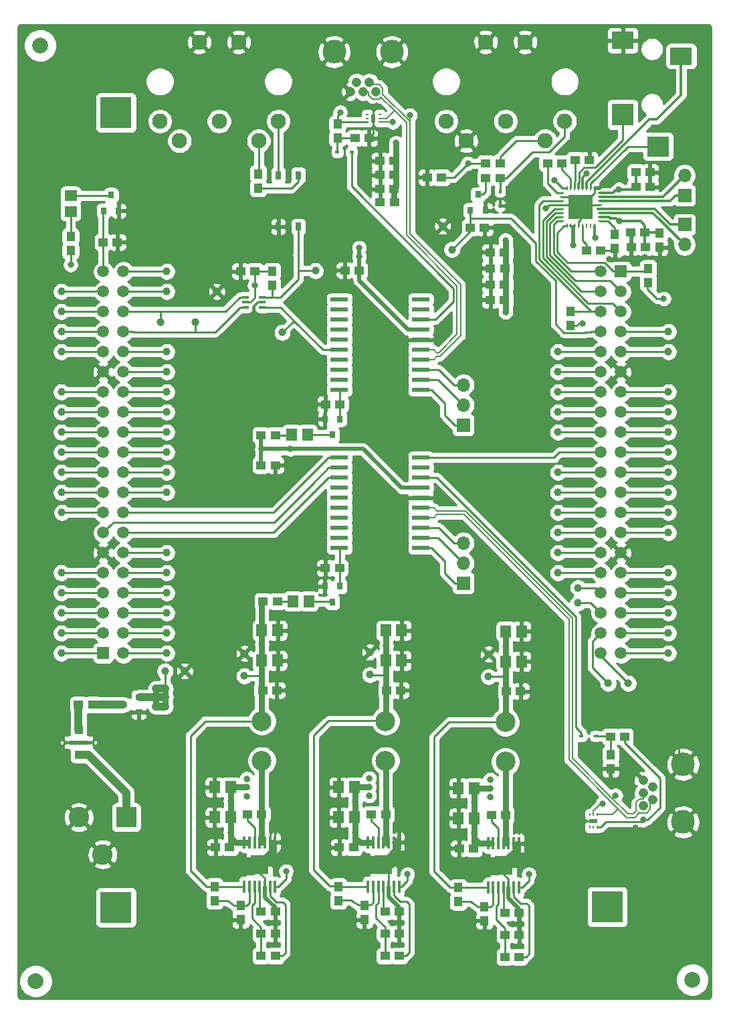
<source format=gbr>
G04 #@! TF.GenerationSoftware,KiCad,Pcbnew,(5.1.5)-3*
G04 #@! TF.CreationDate,2020-05-05T14:29:05+09:00*
G04 #@! TF.ProjectId,kt_sound_prototypeiface,6b745f73-6f75-46e6-945f-70726f746f74,rev?*
G04 #@! TF.SameCoordinates,Original*
G04 #@! TF.FileFunction,Copper,L1,Top*
G04 #@! TF.FilePolarity,Positive*
%FSLAX46Y46*%
G04 Gerber Fmt 4.6, Leading zero omitted, Abs format (unit mm)*
G04 Created by KiCad (PCBNEW (5.1.5)-3) date 2020-05-05 14:29:05*
%MOMM*%
%LPD*%
G04 APERTURE LIST*
%ADD10C,2.000000*%
%ADD11C,3.000000*%
%ADD12C,1.208000*%
%ADD13C,1.000000*%
%ADD14R,1.000000X1.000000*%
%ADD15R,2.600000X0.600000*%
%ADD16C,0.500000*%
%ADD17C,1.500000*%
%ADD18R,1.500000X1.500000*%
%ADD19C,1.950000*%
%ADD20R,1.150000X1.100000*%
%ADD21R,1.100000X1.150000*%
%ADD22R,1.350000X1.550000*%
%ADD23C,2.500000*%
%ADD24R,4.000000X4.000000*%
%ADD25R,3.098800X3.098800*%
%ADD26R,0.254000X0.609600*%
%ADD27R,0.609600X0.254000*%
%ADD28R,0.400000X0.480000*%
%ADD29R,0.800000X0.900000*%
%ADD30R,0.900000X0.800000*%
%ADD31R,2.800000X2.200000*%
%ADD32R,2.800000X2.600000*%
%ADD33R,2.800000X2.800000*%
%ADD34R,1.700000X1.700000*%
%ADD35O,1.700000X1.700000*%
%ADD36R,2.600000X2.600000*%
%ADD37C,2.600000*%
%ADD38R,1.000000X0.500000*%
%ADD39R,0.250000X0.450000*%
%ADD40R,0.500000X1.000000*%
%ADD41R,0.450000X0.250000*%
%ADD42R,0.480000X0.400000*%
%ADD43R,1.550000X1.350000*%
%ADD44R,2.200000X0.600000*%
%ADD45R,2.310000X2.460000*%
%ADD46R,0.300000X1.600000*%
%ADD47R,0.850000X0.350000*%
%ADD48R,0.800000X1.000000*%
%ADD49C,0.800000*%
%ADD50C,0.250000*%
%ADD51C,0.500000*%
%ADD52C,1.000000*%
%ADD53C,0.750000*%
%ADD54C,0.300000*%
%ADD55C,0.200000*%
%ADD56C,0.254000*%
G04 APERTURE END LIST*
D10*
X117348000Y-36830000D03*
X199898000Y-154940000D03*
X116776500Y-155130500D03*
D11*
X198713500Y-135010000D03*
D12*
X193663500Y-131360000D03*
X193663500Y-129760000D03*
X194863500Y-132160000D03*
X194863500Y-130560000D03*
X193663500Y-132960000D03*
D11*
X198713500Y-127710000D03*
D13*
X120078500Y-95885000D03*
X168275000Y-59690000D03*
X139700000Y-67945000D03*
X137007600Y-71780400D03*
X132588000Y-71831200D03*
X147980400Y-73101200D03*
X133350000Y-100965000D03*
X133350000Y-78105000D03*
X133350000Y-65405000D03*
X120015000Y-67945000D03*
X133350000Y-67945000D03*
X120015000Y-70485000D03*
X120015000Y-73025000D03*
X120015000Y-75565000D03*
X133350000Y-75565000D03*
X120015000Y-80645000D03*
X133350000Y-80645000D03*
X120015000Y-83185000D03*
X133350000Y-83185000D03*
X120015000Y-85725000D03*
X133350000Y-85725000D03*
X120015000Y-88265000D03*
X133350000Y-88265000D03*
X120015000Y-90805000D03*
X133350000Y-90805000D03*
X120015000Y-93345000D03*
X133350000Y-93345000D03*
X120015000Y-103505000D03*
X133350000Y-103505000D03*
X120015000Y-106045000D03*
X133350000Y-106045000D03*
X120015000Y-108585000D03*
X133350000Y-108585000D03*
X120015000Y-111125000D03*
X133350000Y-111125000D03*
X120015000Y-113665000D03*
X133350000Y-113665000D03*
X182880000Y-78105000D03*
X182880000Y-100965000D03*
X196850000Y-113665000D03*
X191770000Y-117475000D03*
X196850000Y-111125000D03*
X189230000Y-117475000D03*
X196850000Y-108585000D03*
X185420000Y-107315000D03*
X196850000Y-106045000D03*
X185420000Y-105410000D03*
X196850000Y-103505000D03*
X182880000Y-103505000D03*
X196850000Y-98425000D03*
X182880000Y-98425000D03*
X196850000Y-95885000D03*
X182880000Y-95885000D03*
X196850000Y-93345000D03*
X182880000Y-93345000D03*
X196850000Y-90805000D03*
X182880000Y-90805000D03*
X196850000Y-88265000D03*
X196850000Y-85725000D03*
X182880000Y-85725000D03*
X196850000Y-83185000D03*
X182880000Y-83185000D03*
X196850000Y-80645000D03*
X182880000Y-80645000D03*
X196850000Y-75565000D03*
X182880000Y-75565000D03*
X196850000Y-73025000D03*
X159069200Y-113542800D03*
X159069200Y-116382800D03*
X143164000Y-113695200D03*
X143164000Y-116535200D03*
X174096400Y-113796800D03*
X174096400Y-116636800D03*
X135636000Y-115925600D03*
X133146800Y-115925600D03*
X169468800Y-62636400D03*
X152170500Y-65320000D03*
D14*
X122198500Y-126546500D03*
X122198500Y-123346500D03*
D15*
X122198500Y-124946500D03*
D16*
X120698500Y-124946500D03*
X123698500Y-124946500D03*
D17*
X125310000Y-65405000D03*
X127850000Y-65405000D03*
X125310000Y-67945000D03*
X127850000Y-67945000D03*
X125310000Y-70485000D03*
X127850000Y-70485000D03*
X125310000Y-73025000D03*
X127850000Y-73025000D03*
X125310000Y-75565000D03*
X127850000Y-75565000D03*
X125310000Y-78105000D03*
X127850000Y-78105000D03*
X125310000Y-80645000D03*
X127850000Y-80645000D03*
X125310000Y-83185000D03*
X127850000Y-83185000D03*
X125310000Y-85725000D03*
X127850000Y-85725000D03*
X125310000Y-88265000D03*
X127850000Y-88265000D03*
X125310000Y-90805000D03*
X127850000Y-90805000D03*
X125310000Y-93345000D03*
X127850000Y-93345000D03*
X125310000Y-95885000D03*
X127850000Y-95885000D03*
X125310000Y-98425000D03*
X127850000Y-98425000D03*
X125310000Y-100965000D03*
X127850000Y-100965000D03*
X125310000Y-103505000D03*
X127850000Y-103505000D03*
X125310000Y-106045000D03*
X127850000Y-106045000D03*
X125310000Y-108585000D03*
X127850000Y-108585000D03*
X125310000Y-111125000D03*
X127850000Y-111125000D03*
D18*
X125310000Y-113665000D03*
D17*
X127850000Y-113665000D03*
X190850000Y-113665000D03*
X188310000Y-113665000D03*
X190850000Y-111125000D03*
X188310000Y-111125000D03*
X190850000Y-108585000D03*
X188310000Y-108585000D03*
X190850000Y-106045000D03*
X188310000Y-106045000D03*
X190850000Y-103505000D03*
X188310000Y-103505000D03*
X190850000Y-100965000D03*
X188310000Y-100965000D03*
X190850000Y-98425000D03*
X188310000Y-98425000D03*
X190850000Y-95885000D03*
X188310000Y-95885000D03*
X190850000Y-93345000D03*
X188310000Y-93345000D03*
X190850000Y-90805000D03*
X188310000Y-90805000D03*
X190850000Y-88265000D03*
X188310000Y-88265000D03*
X190850000Y-85725000D03*
X188310000Y-85725000D03*
X190850000Y-83185000D03*
X188310000Y-83185000D03*
X190850000Y-80645000D03*
X188310000Y-80645000D03*
X190850000Y-78105000D03*
X188310000Y-78105000D03*
X190850000Y-75565000D03*
X188310000Y-75565000D03*
X190850000Y-73025000D03*
X188310000Y-73025000D03*
X190850000Y-70485000D03*
X188310000Y-70485000D03*
X190850000Y-67945000D03*
X188310000Y-67945000D03*
D18*
X190850000Y-65405000D03*
D17*
X188310000Y-65405000D03*
D19*
X139978500Y-46397000D03*
X134978500Y-48897000D03*
X132478500Y-46397000D03*
X144978500Y-48897000D03*
X147478500Y-46397000D03*
X142478500Y-36397000D03*
X137478500Y-36397000D03*
D20*
X147101500Y-146346000D03*
X145301500Y-146346000D03*
X147101500Y-151934000D03*
X145301500Y-151934000D03*
D21*
X142709000Y-147373000D03*
X142709000Y-145573000D03*
X139407000Y-144960000D03*
X139407000Y-143160000D03*
D22*
X139423000Y-134408000D03*
X141423000Y-134408000D03*
D20*
X139523000Y-138218000D03*
X141323000Y-138218000D03*
X145387000Y-134027000D03*
X143587000Y-134027000D03*
D22*
X139423000Y-130598000D03*
X141423000Y-130598000D03*
D20*
X147101500Y-149140000D03*
X145301500Y-149140000D03*
D22*
X147392000Y-114596000D03*
X145392000Y-114596000D03*
X147392000Y-110786000D03*
X145392000Y-110786000D03*
D20*
X147292000Y-118342500D03*
X145492000Y-118342500D03*
D23*
X145376000Y-122256000D03*
X145376000Y-127256000D03*
D22*
X163074000Y-110786000D03*
X161074000Y-110786000D03*
D20*
X176248000Y-134154000D03*
X174448000Y-134154000D03*
D24*
X126936500Y-45330000D03*
X189103000Y-145732500D03*
X126936500Y-145796000D03*
D25*
X185762000Y-57255500D03*
D26*
X184012001Y-54855200D03*
X184512000Y-54855200D03*
X185011999Y-54855200D03*
X185512000Y-54855200D03*
X186012000Y-54855200D03*
X186512001Y-54855200D03*
X187012000Y-54855200D03*
X187511999Y-54855200D03*
D27*
X188162300Y-55505501D03*
X188162300Y-56005500D03*
X188162300Y-56505499D03*
X188162300Y-57005500D03*
X188162300Y-57505500D03*
X188162300Y-58005501D03*
X188162300Y-58505500D03*
X188162300Y-59005499D03*
D26*
X187511999Y-59655800D03*
X187012000Y-59655800D03*
X186512001Y-59655800D03*
X186012000Y-59655800D03*
X185512000Y-59655800D03*
X185011999Y-59655800D03*
X184512000Y-59655800D03*
X184012001Y-59655800D03*
D27*
X183361700Y-59005499D03*
X183361700Y-58505500D03*
X183361700Y-58005501D03*
X183361700Y-57505500D03*
X183361700Y-57005500D03*
X183361700Y-56505499D03*
X183361700Y-56005500D03*
X183361700Y-55505501D03*
D28*
X175538500Y-57076000D03*
X175538500Y-55276000D03*
D21*
X189547500Y-128281000D03*
X189547500Y-126481000D03*
D20*
X189536500Y-124206000D03*
X191336500Y-124206000D03*
X147355500Y-107103000D03*
X145555500Y-107103000D03*
X153429500Y-102912000D03*
X155229500Y-102912000D03*
D21*
X121182500Y-60991000D03*
X121182500Y-62791000D03*
D20*
X127099000Y-61700500D03*
X125299000Y-61700500D03*
D21*
X184454800Y-70474000D03*
X184454800Y-72274000D03*
X194310000Y-65013000D03*
X194310000Y-66813000D03*
D20*
X177962500Y-152061000D03*
X176162500Y-152061000D03*
D21*
X173570000Y-147500000D03*
X173570000Y-145700000D03*
X170268000Y-145087000D03*
X170268000Y-143287000D03*
D20*
X162783500Y-151934000D03*
X160983500Y-151934000D03*
D21*
X158391000Y-147373000D03*
X158391000Y-145573000D03*
X155089000Y-144960000D03*
X155089000Y-143160000D03*
D20*
X158976000Y-48556000D03*
X157176000Y-48556000D03*
D21*
X154964500Y-48567000D03*
X154964500Y-46767000D03*
D20*
X147101500Y-86084500D03*
X145301500Y-86084500D03*
X153482000Y-82211000D03*
X155282000Y-82211000D03*
X173749500Y-51731000D03*
X175549500Y-51731000D03*
X173749500Y-53572500D03*
X175549500Y-53572500D03*
X173581000Y-59859000D03*
X171781000Y-59859000D03*
D21*
X146709500Y-67172500D03*
X146709500Y-65372500D03*
X144931500Y-54864500D03*
X144931500Y-53064500D03*
D29*
X154329500Y-107214000D03*
X153379500Y-105214000D03*
X155279500Y-105214000D03*
X126326000Y-55747500D03*
X127276000Y-57747500D03*
X125376000Y-57747500D03*
D30*
X127818500Y-120181500D03*
X129818500Y-119231500D03*
X129818500Y-121131500D03*
D29*
X154329500Y-86068500D03*
X153379500Y-84068500D03*
X155279500Y-84068500D03*
X172744500Y-55684000D03*
X173694500Y-57684000D03*
X171794500Y-57684000D03*
D23*
X176237000Y-122383000D03*
X176237000Y-127383000D03*
X161058000Y-122256000D03*
X161058000Y-127256000D03*
D19*
X176237000Y-46397000D03*
X171237000Y-48897000D03*
X168737000Y-46397000D03*
X181237000Y-48897000D03*
X183737000Y-46397000D03*
X178737000Y-36397000D03*
X173737000Y-36397000D03*
D31*
X198479000Y-38193000D03*
X191079000Y-36193000D03*
D32*
X195529000Y-49593000D03*
D33*
X191079000Y-45593000D03*
D34*
X198906500Y-55795000D03*
D35*
X198906500Y-53255000D03*
D34*
X198906500Y-59478000D03*
D35*
X198906500Y-62018000D03*
D11*
X161853000Y-37634000D03*
D12*
X158203000Y-42684000D03*
X156603000Y-42684000D03*
X159003000Y-41484000D03*
X157403000Y-41484000D03*
X159803000Y-42684000D03*
D11*
X154553000Y-37634000D03*
D36*
X128231000Y-134408000D03*
D37*
X122231000Y-134408000D03*
X125231000Y-139108000D03*
D34*
X170903000Y-104814500D03*
D35*
X170903000Y-102274500D03*
X170903000Y-99734500D03*
D34*
X170903000Y-84814500D03*
D35*
X170903000Y-82274500D03*
X170903000Y-79734500D03*
D20*
X123987500Y-120184000D03*
X122187500Y-120184000D03*
D38*
X187388500Y-134874000D03*
D39*
X186888500Y-134074000D03*
X186888500Y-135674000D03*
X187388500Y-134074000D03*
X187388500Y-135674000D03*
X187888500Y-134074000D03*
X187888500Y-135674000D03*
D40*
X159512000Y-46037500D03*
D41*
X160312000Y-45537500D03*
X158712000Y-45537500D03*
X160312000Y-46037500D03*
X158712000Y-46037500D03*
X160312000Y-46537500D03*
X158712000Y-46537500D03*
D42*
X185853500Y-124142500D03*
X187653500Y-124142500D03*
D22*
X151329000Y-107103000D03*
X149329000Y-107103000D03*
D43*
X121182500Y-55811000D03*
X121182500Y-57811000D03*
D42*
X156753500Y-50334000D03*
X154953500Y-50334000D03*
D22*
X151202000Y-86021000D03*
X149202000Y-86021000D03*
D20*
X147101500Y-89894500D03*
X145301500Y-89894500D03*
X186852500Y-51308000D03*
X185052500Y-51308000D03*
X183360000Y-51731000D03*
X181560000Y-51731000D03*
X174321000Y-69003000D03*
X176121000Y-69003000D03*
X174321000Y-62970500D03*
X176121000Y-62970500D03*
X188313000Y-62780000D03*
X186513000Y-62780000D03*
X174332000Y-65002500D03*
X176132000Y-65002500D03*
D21*
X195731500Y-62346500D03*
X195731500Y-60546500D03*
X190080000Y-62537000D03*
X190080000Y-60737000D03*
D20*
X174321000Y-67098000D03*
X176121000Y-67098000D03*
X194536000Y-54715500D03*
X192736000Y-54715500D03*
X160351000Y-54969500D03*
X162151000Y-54969500D03*
X166320000Y-53509000D03*
X168120000Y-53509000D03*
X160362000Y-56684000D03*
X162162000Y-56684000D03*
X192101000Y-60494000D03*
X193901000Y-60494000D03*
X160351000Y-51413500D03*
X162151000Y-51413500D03*
X192153500Y-62335500D03*
X193953500Y-62335500D03*
X160351000Y-53191500D03*
X162151000Y-53191500D03*
X194536000Y-52874000D03*
X192736000Y-52874000D03*
D22*
X178253000Y-114723000D03*
X176253000Y-114723000D03*
X178253000Y-110913000D03*
X176253000Y-110913000D03*
D20*
X178153000Y-118469500D03*
X176353000Y-118469500D03*
X177962500Y-149267000D03*
X176162500Y-149267000D03*
X170384000Y-138345000D03*
X172184000Y-138345000D03*
X177962500Y-146473000D03*
X176162500Y-146473000D03*
D22*
X170284000Y-134535000D03*
X172284000Y-134535000D03*
X170284000Y-130725000D03*
X172284000Y-130725000D03*
X163074000Y-114596000D03*
X161074000Y-114596000D03*
D20*
X162974000Y-118342500D03*
X161174000Y-118342500D03*
X162794500Y-149140000D03*
X160994500Y-149140000D03*
X161080000Y-134027000D03*
X159280000Y-134027000D03*
X155205000Y-138218000D03*
X157005000Y-138218000D03*
X162783500Y-146346000D03*
X160983500Y-146346000D03*
D22*
X155105000Y-134408000D03*
X157105000Y-134408000D03*
X155105000Y-130598000D03*
X157105000Y-130598000D03*
D20*
X155906000Y-65256500D03*
X157706000Y-65256500D03*
X142698000Y-65383500D03*
X144498000Y-65383500D03*
D44*
X155212000Y-80369500D03*
X165512000Y-80369500D03*
X155212000Y-79099500D03*
X165512000Y-79099500D03*
X155212000Y-77829500D03*
X165512000Y-77829500D03*
X155212000Y-76559500D03*
X165512000Y-76559500D03*
X155212000Y-75289500D03*
X165512000Y-75289500D03*
X155212000Y-74019500D03*
X165512000Y-74019500D03*
X155212000Y-72749500D03*
X165512000Y-72749500D03*
X155212000Y-71479500D03*
X165512000Y-71479500D03*
X155212000Y-70209500D03*
X165512000Y-70209500D03*
X155212000Y-68939500D03*
X165512000Y-68939500D03*
D45*
X145122000Y-140377000D03*
D46*
X147072000Y-143177000D03*
X147072000Y-137577000D03*
X146422000Y-143177000D03*
X146422000Y-137577000D03*
X145772000Y-143177000D03*
X145772000Y-137577000D03*
X145122000Y-143177000D03*
X145122000Y-137577000D03*
X144472000Y-143177000D03*
X144472000Y-137577000D03*
X143822000Y-143177000D03*
X143822000Y-137577000D03*
X143172000Y-143177000D03*
X143172000Y-137577000D03*
D44*
X155212000Y-100369500D03*
X165512000Y-100369500D03*
X155212000Y-99099500D03*
X165512000Y-99099500D03*
X155212000Y-97829500D03*
X165512000Y-97829500D03*
X155212000Y-96559500D03*
X165512000Y-96559500D03*
X155212000Y-95289500D03*
X165512000Y-95289500D03*
X155212000Y-94019500D03*
X165512000Y-94019500D03*
X155212000Y-92749500D03*
X165512000Y-92749500D03*
X155212000Y-91479500D03*
X165512000Y-91479500D03*
X155212000Y-90209500D03*
X165512000Y-90209500D03*
X155212000Y-88939500D03*
X165512000Y-88939500D03*
D45*
X175983000Y-140504000D03*
D46*
X177933000Y-143304000D03*
X177933000Y-137704000D03*
X177283000Y-143304000D03*
X177283000Y-137704000D03*
X176633000Y-143304000D03*
X176633000Y-137704000D03*
X175983000Y-143304000D03*
X175983000Y-137704000D03*
X175333000Y-143304000D03*
X175333000Y-137704000D03*
X174683000Y-143304000D03*
X174683000Y-137704000D03*
X174033000Y-143304000D03*
X174033000Y-137704000D03*
D45*
X160804000Y-140377000D03*
D46*
X162754000Y-143177000D03*
X162754000Y-137577000D03*
X162104000Y-143177000D03*
X162104000Y-137577000D03*
X161454000Y-143177000D03*
X161454000Y-137577000D03*
X160804000Y-143177000D03*
X160804000Y-137577000D03*
X160154000Y-143177000D03*
X160154000Y-137577000D03*
X159504000Y-143177000D03*
X159504000Y-137577000D03*
X158854000Y-143177000D03*
X158854000Y-137577000D03*
D47*
X145480500Y-68655500D03*
X143280500Y-68655500D03*
X145480500Y-69305500D03*
X143280500Y-69305500D03*
X145480500Y-69955500D03*
X143280500Y-69955500D03*
D48*
X147471500Y-53243500D03*
X147471500Y-59743500D03*
X150011500Y-53243500D03*
X150011500Y-59743500D03*
D49*
X144462500Y-139700000D03*
X145669000Y-139700000D03*
X144462500Y-140970000D03*
X145669000Y-140970000D03*
X175323500Y-139827000D03*
X176530000Y-139827000D03*
X175323500Y-141097000D03*
X176530000Y-141097000D03*
X160210500Y-139700000D03*
X161417000Y-139700000D03*
X160210500Y-140970000D03*
X161417000Y-140970000D03*
X184912000Y-58039000D03*
X186690000Y-58039000D03*
X137502000Y-130598000D03*
X137502000Y-134408000D03*
X137502000Y-138218000D03*
X153186500Y-130598000D03*
X153186500Y-134408000D03*
X153186500Y-138218000D03*
X168363000Y-134535000D03*
X168363000Y-138345000D03*
X168363000Y-130725000D03*
X160462500Y-49217500D03*
X191262000Y-128905000D03*
X187198000Y-126873000D03*
X192659000Y-135699500D03*
X162687000Y-43624500D03*
X177495200Y-54610000D03*
X186817000Y-49149000D03*
X196545200Y-52882800D03*
X196392800Y-64363600D03*
X193852800Y-63601600D03*
X193598800Y-70713600D03*
X172516800Y-63093600D03*
X172567600Y-65074800D03*
X172567600Y-67106800D03*
X172567600Y-69037200D03*
X166014400Y-57556400D03*
X158394400Y-50952400D03*
X158394400Y-53644800D03*
X154381200Y-53441600D03*
X145237200Y-59740800D03*
X128981200Y-59283600D03*
X149707600Y-90728800D03*
X179959000Y-143891000D03*
X177962500Y-147919500D03*
X178003200Y-150672800D03*
X162786000Y-147703600D03*
X162814000Y-150520400D03*
X164465000Y-143637000D03*
X149098000Y-143891000D03*
X147101500Y-147792500D03*
X147066000Y-150469600D03*
X188976000Y-53975000D03*
X181356000Y-57404000D03*
X184903250Y-56396750D03*
X186596250Y-56421250D03*
X143383000Y-71501000D03*
X147320000Y-135382000D03*
X163195000Y-135001000D03*
X178689000Y-135382000D03*
X173609000Y-141224000D03*
X172402500Y-141224000D03*
X173609000Y-139954000D03*
X172402500Y-139954000D03*
X141097000Y-141224000D03*
X142303500Y-141224000D03*
X142303500Y-139954000D03*
X141097000Y-139954000D03*
X156845000Y-139827000D03*
X158115000Y-139827000D03*
X158115000Y-141097000D03*
X156908500Y-141097000D03*
X150304500Y-139954000D03*
X165735000Y-139128500D03*
X180911500Y-139382500D03*
X173418500Y-149733000D03*
X158432500Y-149669500D03*
X142684500Y-149796500D03*
X194119500Y-78613000D03*
X195326000Y-78613000D03*
X195326000Y-77343000D03*
X194119500Y-77343000D03*
X193992500Y-100457000D03*
X195199000Y-100457000D03*
X195199000Y-101727000D03*
X193992500Y-101727000D03*
X122618500Y-100076000D03*
X121412000Y-100076000D03*
X121412000Y-101346000D03*
X122618500Y-101346000D03*
X122872500Y-77470000D03*
X121666000Y-77470000D03*
X121666000Y-78740000D03*
X122872500Y-78740000D03*
X179641500Y-92011500D03*
X172656500Y-92202000D03*
X168402000Y-94107000D03*
X163195000Y-97853500D03*
X179641500Y-108013500D03*
X180149500Y-99758500D03*
X168402000Y-72771000D03*
X163068000Y-75628500D03*
X158115000Y-72517000D03*
X179387500Y-74485500D03*
X158305500Y-98806000D03*
X158305500Y-81788000D03*
X166306500Y-85725000D03*
X189420500Y-63881000D03*
X159893000Y-44450000D03*
X197485000Y-123825000D03*
X193030000Y-50840000D03*
X145392000Y-112548000D03*
X145376000Y-116564500D03*
X144476000Y-67172500D03*
X121182500Y-64558000D03*
X184841250Y-62113250D03*
X157706000Y-62410000D03*
X157706000Y-63531000D03*
X162369500Y-49149000D03*
X196278500Y-68834000D03*
X185978800Y-71983600D03*
X145384000Y-87851500D03*
X149006500Y-87851500D03*
X133184000Y-120374500D03*
X133184000Y-118152000D03*
X133184000Y-119231500D03*
X131977500Y-120374500D03*
X131977500Y-118152000D03*
X131977500Y-119231500D03*
X143471000Y-131741000D03*
X143471000Y-129518500D03*
X141423000Y-136297000D03*
X143471000Y-130598000D03*
X141423000Y-132360000D03*
X158965000Y-131677500D03*
X158965000Y-129455000D03*
X158965000Y-130534500D03*
X157234500Y-136360500D03*
X157234500Y-132423500D03*
X174332000Y-130725000D03*
X174332000Y-129645500D03*
X174332000Y-131868000D03*
X172284000Y-132487000D03*
X172284000Y-136424000D03*
X148463000Y-141224000D03*
X163830000Y-141605000D03*
X179197000Y-141605000D03*
X161140000Y-112738500D03*
X161124000Y-116501000D03*
X190601600Y-55016400D03*
X190619750Y-59065250D03*
X171474500Y-51731000D03*
X187642500Y-61150500D03*
X176237000Y-116501000D03*
X176253000Y-112802000D03*
X186524000Y-53001000D03*
X182460000Y-53890000D03*
X176237000Y-61446500D03*
X176237000Y-70527000D03*
X161980500Y-46537500D03*
X164147500Y-45656500D03*
X155321000Y-45275500D03*
X188531500Y-132715000D03*
X190176685Y-131635500D03*
X193663500Y-134758500D03*
D50*
X137502000Y-138218000D02*
X137502000Y-138218000D01*
X137502000Y-130598000D02*
X137502000Y-130598000D01*
X137502000Y-134408000D02*
X137502000Y-134408000D01*
D51*
X145772000Y-143177000D02*
X145772000Y-144507186D01*
X147101500Y-145836686D02*
X147101500Y-146346000D01*
X145772000Y-144507186D02*
X147101500Y-145836686D01*
D50*
X139423000Y-134408000D02*
X137502000Y-134408000D01*
D51*
X147101500Y-146346000D02*
X147101500Y-147792500D01*
D50*
X139523000Y-138218000D02*
X137502000Y-138218000D01*
X139423000Y-130598000D02*
X137502000Y-130598000D01*
X153186500Y-138218000D02*
X153186500Y-138218000D01*
X153186500Y-130598000D02*
X153186500Y-130598000D01*
X153186500Y-134408000D02*
X153186500Y-134408000D01*
X155107500Y-134408000D02*
X153186500Y-134408000D01*
X155207500Y-138218000D02*
X153186500Y-138218000D01*
X155107500Y-130598000D02*
X153186500Y-130598000D01*
X170284000Y-130725000D02*
X168363000Y-130725000D01*
X170284000Y-134535000D02*
X168363000Y-134535000D01*
X170384000Y-138345000D02*
X168363000Y-138345000D01*
D51*
X176633000Y-143304000D02*
X176633000Y-144634186D01*
X177962500Y-145963686D02*
X177962500Y-146473000D01*
X176633000Y-144634186D02*
X177962500Y-145963686D01*
X177962500Y-146473000D02*
X177962500Y-147919500D01*
D50*
X168363000Y-134535000D02*
X168363000Y-134535000D01*
X168363000Y-138345000D02*
X168363000Y-138345000D01*
X168363000Y-130725000D02*
X168363000Y-130725000D01*
D51*
X161454000Y-143183500D02*
X161454000Y-143177000D01*
X161456500Y-143186000D02*
X161454000Y-143183500D01*
X161456500Y-144443686D02*
X161456500Y-143186000D01*
X162786000Y-145773186D02*
X161456500Y-144443686D01*
X162786000Y-149076500D02*
X162786000Y-147703600D01*
D50*
X185987019Y-57030481D02*
X185762000Y-57255500D01*
X188146019Y-57030481D02*
X185987019Y-57030481D01*
X188162300Y-57014200D02*
X188146019Y-57030481D01*
X188162300Y-57005500D02*
X188162300Y-57014200D01*
X185762000Y-58851000D02*
X185762000Y-57255500D01*
X185512000Y-59101000D02*
X185762000Y-58851000D01*
X185512000Y-59655800D02*
X185512000Y-59101000D01*
X185512000Y-57005500D02*
X185762000Y-57255500D01*
X183361700Y-57005500D02*
X185512000Y-57005500D01*
X184512000Y-56005500D02*
X184903250Y-56396750D01*
X183361700Y-56005500D02*
X184512000Y-56005500D01*
X187511999Y-55505501D02*
X186596250Y-56421250D01*
X187511999Y-54855200D02*
X187511999Y-55505501D01*
X159801000Y-48556000D02*
X160462500Y-49217500D01*
X158976000Y-48556000D02*
X159801000Y-48556000D01*
X160462500Y-49217500D02*
X160552500Y-49307500D01*
X120698500Y-124946500D02*
X122198500Y-124946500D01*
X122198500Y-124946500D02*
X123698500Y-124946500D01*
X175983000Y-141604000D02*
X175983000Y-140504000D01*
X176633000Y-142254000D02*
X175983000Y-141604000D01*
X176633000Y-143304000D02*
X176633000Y-142254000D01*
D51*
X177962500Y-147919500D02*
X177962500Y-149267000D01*
D50*
X176183000Y-140504000D02*
X175983000Y-140504000D01*
X145772000Y-142127000D02*
X145122000Y-141477000D01*
X145122000Y-141477000D02*
X145122000Y-140377000D01*
X145772000Y-143177000D02*
X145772000Y-142127000D01*
X161454000Y-141027000D02*
X161454000Y-143177000D01*
X160804000Y-140377000D02*
X161454000Y-141027000D01*
X162209000Y-140377000D02*
X160804000Y-140377000D01*
X162754000Y-140922000D02*
X162209000Y-140377000D01*
D51*
X162786000Y-147703600D02*
X162786000Y-145773186D01*
X147101500Y-147792500D02*
X147101500Y-149140000D01*
D50*
X189837000Y-62780000D02*
X190080000Y-62537000D01*
X188313000Y-62780000D02*
X189837000Y-62780000D01*
X146422000Y-136527000D02*
X146685000Y-136264000D01*
X146422000Y-137577000D02*
X146422000Y-136527000D01*
X147072000Y-137577000D02*
X147072000Y-138817000D01*
X147072000Y-136527000D02*
X147320000Y-136279000D01*
X147072000Y-137577000D02*
X147072000Y-136527000D01*
D51*
X162754000Y-137577000D02*
X162754000Y-136277000D01*
X163141000Y-135890000D02*
X162754000Y-136277000D01*
X162754000Y-138427000D02*
X160804000Y-140377000D01*
X162754000Y-137577000D02*
X162754000Y-138427000D01*
D50*
X146527000Y-140377000D02*
X147072000Y-140922000D01*
X145122000Y-140377000D02*
X146527000Y-140377000D01*
D51*
X147072000Y-138427000D02*
X147072000Y-137577000D01*
X145122000Y-140377000D02*
X145162500Y-140336500D01*
X177673000Y-138739000D02*
X177673000Y-137922000D01*
X175983000Y-140429000D02*
X177673000Y-138739000D01*
X175983000Y-140504000D02*
X175983000Y-140504000D01*
X177292000Y-137704000D02*
X177673000Y-137922000D01*
X177673000Y-137922000D02*
X177942000Y-137704000D01*
X188095800Y-54855200D02*
X187589001Y-54855200D01*
X188976000Y-53975000D02*
X188095800Y-54855200D01*
D50*
X183361700Y-57005500D02*
X182008500Y-57005500D01*
X184903250Y-56396750D02*
X185762000Y-57255500D01*
X186596250Y-56421250D02*
X185762000Y-57255500D01*
X189375999Y-53575001D02*
X189502999Y-53575001D01*
X188976000Y-53975000D02*
X189375999Y-53575001D01*
X189502999Y-53575001D02*
X191516000Y-51562000D01*
X195224400Y-51562000D02*
X196545200Y-52882800D01*
X191516000Y-51562000D02*
X195224400Y-51562000D01*
X181755999Y-57004001D02*
X181356000Y-57404000D01*
X182007001Y-57004001D02*
X181755999Y-57004001D01*
X182008500Y-57005500D02*
X182007001Y-57004001D01*
X143383000Y-71501000D02*
X144272000Y-70612000D01*
X144805500Y-69305500D02*
X145480500Y-69305500D01*
X144272000Y-69839000D02*
X144805500Y-69305500D01*
X144272000Y-70612000D02*
X144272000Y-69839000D01*
D51*
X145162500Y-140336500D02*
X147072000Y-138427000D01*
X160804000Y-140377000D02*
X160804000Y-140377000D01*
X175983000Y-140504000D02*
X175983000Y-140429000D01*
D52*
X160254000Y-139827000D02*
X160804000Y-140377000D01*
X158115000Y-139827000D02*
X160254000Y-139827000D01*
X160084000Y-141097000D02*
X160804000Y-140377000D01*
X158115000Y-141097000D02*
X160084000Y-141097000D01*
X175196500Y-139954000D02*
X175323500Y-139827000D01*
X173609000Y-139954000D02*
X175196500Y-139954000D01*
X175263000Y-141224000D02*
X175983000Y-140504000D01*
X173609000Y-141224000D02*
X175263000Y-141224000D01*
X144275000Y-141224000D02*
X145122000Y-140377000D01*
X142303500Y-141224000D02*
X144275000Y-141224000D01*
X144699000Y-139954000D02*
X145122000Y-140377000D01*
X142303500Y-139954000D02*
X144699000Y-139954000D01*
X143319500Y-140970000D02*
X142303500Y-139954000D01*
X144462500Y-140970000D02*
X143319500Y-140970000D01*
X150050500Y-139700000D02*
X150304500Y-139954000D01*
X145669000Y-139700000D02*
X150050500Y-139700000D01*
X145122000Y-140377000D02*
X145182002Y-140377000D01*
D51*
X146558000Y-137577000D02*
X146812000Y-137731500D01*
D52*
X146812000Y-138747002D02*
X146812000Y-137731500D01*
X145182002Y-140377000D02*
X146812000Y-138747002D01*
D51*
X146812000Y-137731500D02*
X147208000Y-137577000D01*
D52*
X162496500Y-138620500D02*
X162496500Y-137541000D01*
X161417000Y-139700000D02*
X162496500Y-138620500D01*
D51*
X162754000Y-137577000D02*
X162496500Y-137541000D01*
X162496500Y-137541000D02*
X162104000Y-137577000D01*
D52*
X160804000Y-140377000D02*
X161756000Y-140377000D01*
X163004500Y-139128500D02*
X165735000Y-139128500D01*
X161756000Y-140377000D02*
X163004500Y-139128500D01*
X177673000Y-138684000D02*
X177673000Y-137922000D01*
X176530000Y-139827000D02*
X177673000Y-138684000D01*
X175983000Y-140504000D02*
X176551500Y-140504000D01*
X177673000Y-139382500D02*
X180911500Y-139382500D01*
X176678500Y-140567500D02*
X177800000Y-139446000D01*
D50*
X159512000Y-44831000D02*
X159893000Y-44450000D01*
X159512000Y-46037500D02*
X159512000Y-44831000D01*
X159512000Y-48020000D02*
X158976000Y-48556000D01*
X159512000Y-46037500D02*
X159512000Y-48020000D01*
X185420000Y-134874000D02*
X180911500Y-139382500D01*
X187388500Y-134874000D02*
X185420000Y-134874000D01*
X198174856Y-124514856D02*
X198174856Y-127031280D01*
X197485000Y-123825000D02*
X198174856Y-124514856D01*
X142766000Y-143171000D02*
X138772000Y-143171000D01*
X138772000Y-143171000D02*
X138391000Y-143171000D01*
X138391000Y-143171000D02*
X136359000Y-141139000D01*
X142772000Y-143177000D02*
X142766000Y-143171000D01*
X136359000Y-141139000D02*
X136359000Y-127296000D01*
X143172000Y-143177000D02*
X142772000Y-143177000D01*
X138224000Y-122256000D02*
X145376000Y-122256000D01*
X136359000Y-127296000D02*
X136359000Y-124121000D01*
X136359000Y-124121000D02*
X138224000Y-122256000D01*
X143090000Y-116501000D02*
X145249000Y-116501000D01*
X145249000Y-116501000D02*
X145376000Y-116374000D01*
D53*
X145392000Y-114596000D02*
X145392000Y-112548000D01*
X145392000Y-110822500D02*
X145428500Y-110786000D01*
X145376000Y-114612000D02*
X145392000Y-114596000D01*
X145376000Y-116374000D02*
X145376000Y-114612000D01*
X145392000Y-112548000D02*
X145392000Y-110822500D01*
X145376000Y-116564500D02*
X145376000Y-116374000D01*
D50*
X143955500Y-69305500D02*
X143280500Y-69305500D01*
X144476000Y-68785000D02*
X143955500Y-69305500D01*
X144476000Y-65574000D02*
X144476000Y-67172500D01*
X144476000Y-67172500D02*
X144476000Y-68785000D01*
X121182500Y-62791000D02*
X121182500Y-63616000D01*
X121182500Y-63616000D02*
X121182500Y-64558000D01*
X121182500Y-64558000D02*
X121182500Y-64558000D01*
X146698500Y-65383500D02*
X146709500Y-65372500D01*
X144498000Y-65383500D02*
X146698500Y-65383500D01*
X145555500Y-110622500D02*
X145392000Y-110786000D01*
X185011999Y-61942501D02*
X184841250Y-62113250D01*
X184841250Y-62113250D02*
X184809500Y-62145000D01*
D51*
X163912000Y-72749500D02*
X165512000Y-72749500D01*
X157706000Y-66543500D02*
X163912000Y-72749500D01*
X157706000Y-65256500D02*
X157706000Y-66543500D01*
X157706000Y-65256500D02*
X157706000Y-63531000D01*
X157706000Y-62410000D02*
X157706000Y-62410000D01*
X157706000Y-63531000D02*
X157706000Y-62410000D01*
X145301500Y-87851500D02*
X145301500Y-86084500D01*
X145301500Y-89894500D02*
X145301500Y-87851500D01*
X145301500Y-87851500D02*
X145384000Y-87851500D01*
D53*
X145392000Y-107266500D02*
X145555500Y-107103000D01*
X145392000Y-112548000D02*
X145392000Y-107266500D01*
X162369500Y-54751000D02*
X162151000Y-54969500D01*
X162369500Y-49149000D02*
X162369500Y-54751000D01*
D50*
X194246500Y-67701500D02*
X195379000Y-68834000D01*
X194246500Y-66876500D02*
X194246500Y-67701500D01*
X195379000Y-68834000D02*
X196278500Y-68834000D01*
X196278500Y-68834000D02*
X196278500Y-68834000D01*
X185254800Y-72274000D02*
X185545200Y-71983600D01*
X184454800Y-72274000D02*
X185254800Y-72274000D01*
X185545200Y-71983600D02*
X185978800Y-71983600D01*
X185978800Y-71983600D02*
X185978800Y-71983600D01*
D53*
X145376000Y-122256000D02*
X145376000Y-116564500D01*
X162151000Y-56673000D02*
X162162000Y-56684000D01*
X162151000Y-54969500D02*
X162151000Y-56673000D01*
D51*
X163090000Y-92749500D02*
X165512000Y-92749500D01*
X145384000Y-87851500D02*
X149006500Y-87851500D01*
X158192000Y-87851500D02*
X163090000Y-92749500D01*
X149006500Y-87851500D02*
X158192000Y-87851500D01*
X184841250Y-59873250D02*
X184721500Y-59753500D01*
D54*
X184512000Y-59655800D02*
X184721500Y-59753500D01*
D51*
X184841250Y-62113250D02*
X184841250Y-59873250D01*
D54*
X184721500Y-59753500D02*
X185011999Y-59655800D01*
D53*
X133184000Y-119231500D02*
X133184000Y-119231500D01*
X133184000Y-118152000D02*
X133184000Y-118152000D01*
X133184000Y-120374500D02*
X133184000Y-119231500D01*
D52*
X131136000Y-119231500D02*
X132422000Y-119231500D01*
D53*
X132422000Y-119231500D02*
X133184000Y-119231500D01*
X133184000Y-119231500D02*
X133184000Y-118665815D01*
X133184000Y-118665815D02*
X133184000Y-118152000D01*
X133184000Y-120374500D02*
X133184000Y-120374500D01*
X131977500Y-119231500D02*
X131977500Y-119231500D01*
X131977500Y-118152000D02*
X131977500Y-118152000D01*
X131977500Y-120374500D02*
X131977500Y-119231500D01*
D52*
X129929500Y-119231500D02*
X131215500Y-119231500D01*
D53*
X131215500Y-119231500D02*
X131977500Y-119231500D01*
X131977500Y-119231500D02*
X131977500Y-118665815D01*
X131977500Y-118665815D02*
X131977500Y-118152000D01*
X131977500Y-120374500D02*
X131977500Y-120374500D01*
X143471000Y-130598000D02*
X143471000Y-130598000D01*
X143471000Y-129518500D02*
X143471000Y-129518500D01*
X141423000Y-132360000D02*
X141423000Y-136297000D01*
X141423000Y-130598000D02*
X142709000Y-130598000D01*
X141423000Y-136297000D02*
X141423000Y-136964000D01*
X142709000Y-130598000D02*
X143471000Y-130598000D01*
X143471000Y-131741000D02*
X143471000Y-131741000D01*
X143316001Y-137583000D02*
X143598000Y-137583000D01*
X141423000Y-136964000D02*
X141423000Y-138118000D01*
X141423000Y-130598000D02*
X141423000Y-132360000D01*
X142036000Y-137577000D02*
X143465000Y-137577000D01*
X141423000Y-136964000D02*
X142036000Y-137577000D01*
X141423000Y-138118000D02*
X141323000Y-138218000D01*
X158965000Y-130534500D02*
X158965000Y-130534500D01*
X158965000Y-129455000D02*
X158965000Y-129455000D01*
X156917000Y-130534500D02*
X158203000Y-130534500D01*
X158203000Y-130534500D02*
X158965000Y-130534500D01*
X158965000Y-131677500D02*
X158965000Y-131677500D01*
X157234500Y-132423500D02*
X157234500Y-136360500D01*
X157234500Y-130661500D02*
X157234500Y-132423500D01*
X157234500Y-137027500D02*
X157847500Y-137640500D01*
X157234500Y-136360500D02*
X157234500Y-137027500D01*
X157234500Y-137027500D02*
X157234500Y-138181500D01*
X157847500Y-137640500D02*
X159276500Y-137640500D01*
X172284000Y-138245000D02*
X172184000Y-138345000D01*
X172284000Y-137091000D02*
X172284000Y-138245000D01*
X172897000Y-137704000D02*
X174326000Y-137704000D01*
X172284000Y-137091000D02*
X172897000Y-137704000D01*
X172284000Y-130725000D02*
X172284000Y-132487000D01*
X174177001Y-137710000D02*
X174459000Y-137710000D01*
X174332000Y-130725000D02*
X174332000Y-130725000D01*
X173570000Y-130725000D02*
X174332000Y-130725000D01*
X172284000Y-130725000D02*
X173570000Y-130725000D01*
X174332000Y-131868000D02*
X174332000Y-131868000D01*
X174332000Y-129645500D02*
X174332000Y-129645500D01*
X172284000Y-132487000D02*
X172284000Y-136424000D01*
X172284000Y-136424000D02*
X172284000Y-137091000D01*
D50*
X133184000Y-115866000D02*
X133184000Y-118215500D01*
X178333000Y-143304000D02*
X179197000Y-142440000D01*
X177933000Y-143304000D02*
X178333000Y-143304000D01*
X179197000Y-142440000D02*
X179197000Y-141605000D01*
X163089998Y-143177000D02*
X163830000Y-142436998D01*
X162754000Y-143177000D02*
X163089998Y-143177000D01*
X163830000Y-142436998D02*
X163830000Y-141605000D01*
X147472000Y-143177000D02*
X148463000Y-142186000D01*
X147072000Y-143177000D02*
X147472000Y-143177000D01*
X148463000Y-142186000D02*
X148463000Y-141224000D01*
X148463000Y-141224000D02*
X148463000Y-141224000D01*
X163830000Y-141605000D02*
X163830000Y-141605000D01*
X179197000Y-141605000D02*
X179197000Y-141605000D01*
D53*
X157234500Y-138181500D02*
X157134500Y-138281500D01*
D52*
X131977500Y-120374500D02*
X133184000Y-120374500D01*
X131977500Y-119231500D02*
X133184000Y-119231500D01*
X131977500Y-118152000D02*
X133184000Y-118152000D01*
D50*
X160806500Y-146103000D02*
X160986000Y-146282500D01*
X160983500Y-146256002D02*
X160983500Y-146346000D01*
X160804000Y-146076502D02*
X160983500Y-146256002D01*
X160804000Y-143177000D02*
X160804000Y-146076502D01*
D53*
X161060500Y-127258500D02*
X161058000Y-127256000D01*
X161060500Y-137646500D02*
X161060500Y-127258500D01*
D50*
X161454000Y-137577000D02*
X160804000Y-137577000D01*
X160156500Y-137574500D02*
X160154000Y-137577000D01*
X160156500Y-135775500D02*
X160156500Y-137574500D01*
X159271500Y-134090500D02*
X159271500Y-134890500D01*
X159271500Y-134890500D02*
X160156500Y-135775500D01*
X160986000Y-151870500D02*
X160986000Y-148276500D01*
X159854000Y-147144500D02*
X159854000Y-145485410D01*
X160156500Y-143179500D02*
X160154000Y-143177000D01*
X160986000Y-148276500D02*
X159854000Y-147144500D01*
X159854000Y-145485410D02*
X160156500Y-145182910D01*
X160156500Y-145182910D02*
X160156500Y-143179500D01*
D53*
X161124000Y-122192500D02*
X161124000Y-116501000D01*
X161124000Y-116310500D02*
X161124000Y-114548500D01*
D50*
X160997000Y-116437500D02*
X161124000Y-116310500D01*
D53*
X161140000Y-110759000D02*
X161176500Y-110722500D01*
D50*
X158838000Y-116437500D02*
X160997000Y-116437500D01*
D53*
X161124000Y-114548500D02*
X161140000Y-114532500D01*
X161140000Y-114532500D02*
X161140000Y-112738500D01*
D50*
X155036500Y-143107500D02*
X155089000Y-143160000D01*
X160997000Y-122192500D02*
X153845000Y-122192500D01*
X151980000Y-124057500D02*
X151980000Y-141075500D01*
X153845000Y-122192500D02*
X151980000Y-124057500D01*
X151980000Y-141075500D02*
X154012000Y-143107500D01*
X154012000Y-143107500D02*
X155036500Y-143107500D01*
D53*
X161140000Y-112738500D02*
X161140000Y-110759000D01*
X161124000Y-116501000D02*
X161124000Y-116310500D01*
D50*
X188195000Y-58505500D02*
X188215000Y-58525500D01*
X188162300Y-58505500D02*
X188195000Y-58505500D01*
X190842000Y-55033000D02*
X190842000Y-55033000D01*
X190619750Y-59065250D02*
X190651500Y-59097000D01*
X173749500Y-51731000D02*
X172924500Y-51731000D01*
X172924500Y-51731000D02*
X171474500Y-51731000D01*
X171474500Y-51731000D02*
X171284000Y-51731000D01*
X193953500Y-60546500D02*
X193901000Y-60494000D01*
X169696500Y-53509000D02*
X171474500Y-51731000D01*
X168120000Y-53509000D02*
X169696500Y-53509000D01*
X158837000Y-143160000D02*
X158854000Y-143177000D01*
X155089000Y-143160000D02*
X158837000Y-143160000D01*
D54*
X187511999Y-61019999D02*
X187642500Y-61150500D01*
X187511999Y-59655800D02*
X187511999Y-61019999D01*
X193901000Y-62283000D02*
X193953500Y-62335500D01*
X193901000Y-60494000D02*
X193901000Y-62283000D01*
X191185435Y-59065250D02*
X190619750Y-59065250D01*
X193901000Y-59644000D02*
X193322250Y-59065250D01*
X193322250Y-59065250D02*
X191185435Y-59065250D01*
X193901000Y-60494000D02*
X193901000Y-59644000D01*
X189505016Y-58665251D02*
X189345276Y-58505511D01*
X189345276Y-58505511D02*
X188162300Y-58505511D01*
X190619750Y-59065250D02*
X190219751Y-58665251D01*
X190219751Y-58665251D02*
X189505016Y-58665251D01*
X195679000Y-60494000D02*
X195731500Y-60546500D01*
X193901000Y-60494000D02*
X195679000Y-60494000D01*
X192418500Y-55033000D02*
X192736000Y-54715500D01*
X190842000Y-55033000D02*
X192418500Y-55033000D01*
X192736000Y-54715500D02*
X192736000Y-52874000D01*
X189803825Y-55505490D02*
X188162300Y-55505490D01*
X190842000Y-55033000D02*
X190276315Y-55033000D01*
X190276315Y-55033000D02*
X189803825Y-55505490D01*
D50*
X145122000Y-143177000D02*
X145122000Y-146166500D01*
X145122000Y-146166500D02*
X145301500Y-146346000D01*
X175983000Y-146293500D02*
X176162500Y-146473000D01*
X175983000Y-143304000D02*
X175983000Y-146293500D01*
D53*
X145376000Y-137583000D02*
X145376000Y-128907000D01*
X145376000Y-128907000D02*
X145376000Y-127256000D01*
D50*
X145772000Y-137577000D02*
X145122000Y-137577000D01*
X144472000Y-135712000D02*
X144472000Y-136527000D01*
X143587000Y-134827000D02*
X144472000Y-135712000D01*
X144472000Y-136527000D02*
X144472000Y-137577000D01*
X143587000Y-134027000D02*
X143587000Y-134827000D01*
D53*
X176237000Y-129034000D02*
X176237000Y-127383000D01*
X176237000Y-137710000D02*
X176237000Y-129034000D01*
D50*
X176633000Y-137704000D02*
X175983000Y-137704000D01*
X175333000Y-135839000D02*
X175333000Y-136654000D01*
X174448000Y-134954000D02*
X175333000Y-135839000D01*
X175333000Y-136654000D02*
X175333000Y-137704000D01*
X174448000Y-134154000D02*
X174448000Y-134954000D01*
X145301500Y-149140000D02*
X145301500Y-151934000D01*
X145301500Y-149140000D02*
X145301500Y-148340000D01*
X144472000Y-144227000D02*
X144472000Y-143177000D01*
X144169500Y-147208000D02*
X144169500Y-145548910D01*
X145301500Y-148340000D02*
X144169500Y-147208000D01*
X144169500Y-145548910D02*
X144472000Y-145246410D01*
X144472000Y-145246410D02*
X144472000Y-144227000D01*
X175333000Y-144354000D02*
X175333000Y-143304000D01*
X176162500Y-149267000D02*
X176162500Y-148467000D01*
X175030500Y-147335000D02*
X175030500Y-145675910D01*
X176162500Y-148467000D02*
X175030500Y-147335000D01*
X175030500Y-145675910D02*
X175333000Y-145373410D01*
X175333000Y-145373410D02*
X175333000Y-144354000D01*
X176162500Y-149267000D02*
X176162500Y-152061000D01*
X173633000Y-143304000D02*
X173627000Y-143298000D01*
X174033000Y-143304000D02*
X173633000Y-143304000D01*
X169252000Y-143298000D02*
X167220000Y-141266000D01*
X167220000Y-141266000D02*
X167220000Y-127423000D01*
X169085000Y-122383000D02*
X176237000Y-122383000D01*
X167220000Y-127423000D02*
X167220000Y-124248000D01*
X167220000Y-124248000D02*
X169085000Y-122383000D01*
D53*
X176237000Y-114739000D02*
X176253000Y-114723000D01*
D50*
X176110000Y-116628000D02*
X176237000Y-116501000D01*
D53*
X176237000Y-122383000D02*
X176237000Y-116501000D01*
D50*
X173951000Y-116628000D02*
X176110000Y-116628000D01*
D53*
X176237000Y-116501000D02*
X176237000Y-114739000D01*
D50*
X173627000Y-143298000D02*
X169633000Y-143298000D01*
X169633000Y-143298000D02*
X169252000Y-143298000D01*
D53*
X176253000Y-110949500D02*
X176289500Y-110913000D01*
X176253000Y-114723000D02*
X176253000Y-112802000D01*
X176237000Y-116501000D02*
X176237000Y-116501000D01*
X176253000Y-112802000D02*
X176253000Y-110949500D01*
D54*
X186012000Y-54855200D02*
X186012000Y-53513000D01*
X186012000Y-53513000D02*
X186524000Y-53001000D01*
X186524000Y-53001000D02*
X186524000Y-53001000D01*
D50*
X184012001Y-54855200D02*
X183425200Y-54855200D01*
X183425200Y-54855200D02*
X182460000Y-53890000D01*
X182460000Y-53890000D02*
X182460000Y-53890000D01*
D53*
X176237000Y-61446500D02*
X176237000Y-70527000D01*
D50*
X188717100Y-59005499D02*
X188162300Y-59005499D01*
X189173499Y-59005499D02*
X188717100Y-59005499D01*
X190080000Y-59912000D02*
X189173499Y-59005499D01*
X190080000Y-60737000D02*
X190080000Y-59912000D01*
X186012000Y-60210600D02*
X186012000Y-59655800D01*
X186012000Y-61479000D02*
X186012000Y-60210600D01*
X186513000Y-61980000D02*
X186012000Y-61479000D01*
X186513000Y-62780000D02*
X186513000Y-61980000D01*
X184512000Y-54300400D02*
X184512000Y-54855200D01*
X184512000Y-53683000D02*
X184512000Y-54300400D01*
X183360000Y-52531000D02*
X184512000Y-53683000D01*
X183360000Y-51731000D02*
X183360000Y-52531000D01*
X182806900Y-55505501D02*
X183361700Y-55505501D01*
X181560000Y-54258601D02*
X182806900Y-55505501D01*
X181560000Y-51731000D02*
X181560000Y-54258601D01*
X185011999Y-54300400D02*
X185011999Y-54855200D01*
X185052500Y-54038135D02*
X185011999Y-54078636D01*
X185011999Y-54078636D02*
X185011999Y-54300400D01*
X185052500Y-51308000D02*
X185052500Y-54038135D01*
X154282000Y-86021000D02*
X154329500Y-86068500D01*
X151202000Y-86021000D02*
X154282000Y-86021000D01*
X149138500Y-86084500D02*
X149202000Y-86021000D01*
X147101500Y-86084500D02*
X149138500Y-86084500D01*
X166862000Y-71479500D02*
X165512000Y-71479500D01*
X167347000Y-71479500D02*
X166862000Y-71479500D01*
X156753500Y-54663000D02*
X169188500Y-67161500D01*
X156753500Y-50334000D02*
X156753500Y-54663000D01*
X169188500Y-67161500D02*
X169633000Y-67606000D01*
X169633000Y-67606000D02*
X169633000Y-69193500D01*
X169633000Y-69193500D02*
X167347000Y-71479500D01*
X154953500Y-48578000D02*
X154964500Y-48567000D01*
X154953500Y-50334000D02*
X154953500Y-48578000D01*
X154975500Y-48556000D02*
X154964500Y-48567000D01*
X157176000Y-48556000D02*
X154975500Y-48556000D01*
X126262500Y-55811000D02*
X126326000Y-55747500D01*
X121182500Y-55811000D02*
X126262500Y-55811000D01*
X121182500Y-58736000D02*
X121182500Y-60991000D01*
X121182500Y-57811000D02*
X121182500Y-58736000D01*
X154218500Y-107103000D02*
X154329500Y-107214000D01*
X151329000Y-107103000D02*
X154218500Y-107103000D01*
X147355500Y-107103000D02*
X149329000Y-107103000D01*
X185853500Y-123692500D02*
X185166000Y-123005000D01*
X185853500Y-124142500D02*
X185853500Y-123692500D01*
X185166000Y-123005000D02*
X185142010Y-122981010D01*
X185142010Y-122981010D02*
X185142010Y-109056256D01*
X167565254Y-91479500D02*
X165512000Y-91479500D01*
X168059127Y-91973373D02*
X167565254Y-91479500D01*
X168059127Y-91973373D02*
X167906754Y-91821000D01*
X185142010Y-109056256D02*
X168059127Y-91973373D01*
X189462000Y-124131500D02*
X189536500Y-124206000D01*
X187452000Y-124131500D02*
X189462000Y-124131500D01*
X189547500Y-124217000D02*
X189536500Y-124206000D01*
X189547500Y-126481000D02*
X189547500Y-124217000D01*
D55*
X158898999Y-42684000D02*
X158898999Y-43117921D01*
X160236921Y-43588001D02*
X160450361Y-43374561D01*
X158898999Y-43117921D02*
X159369079Y-43588001D01*
X159369079Y-43588001D02*
X160236921Y-43588001D01*
X158203000Y-42684000D02*
X158898999Y-42684000D01*
X163693000Y-60841200D02*
X170106500Y-67254700D01*
X163693000Y-46617200D02*
X163693000Y-60841200D01*
X170106500Y-67254700D02*
X170106500Y-73354800D01*
X170106500Y-73354800D02*
X167761800Y-75699500D01*
X167572001Y-75699500D02*
X167162001Y-75289500D01*
X167162001Y-75289500D02*
X165512000Y-75289500D01*
X167761800Y-75699500D02*
X167572001Y-75699500D01*
X161226500Y-46037500D02*
X160312000Y-46037500D01*
X162169900Y-45094100D02*
X161226500Y-46037500D01*
X162169900Y-45094100D02*
X163693000Y-46617200D01*
X160450361Y-43374561D02*
X162169900Y-45094100D01*
X164143000Y-60654800D02*
X170556500Y-67068300D01*
X160707001Y-42994801D02*
X164143000Y-46430800D01*
X160236921Y-41779999D02*
X160707001Y-42250079D01*
X160707001Y-42250079D02*
X160707001Y-42994801D01*
X164143000Y-46430800D02*
X164143000Y-60654800D01*
X159334039Y-41815039D02*
X159369079Y-41779999D01*
X159003000Y-41484000D02*
X159334039Y-41815039D01*
X159369079Y-41779999D02*
X160236921Y-41779999D01*
X170556500Y-67068300D02*
X170556500Y-73541200D01*
X167162001Y-76559500D02*
X165512000Y-76559500D01*
X167572001Y-76149500D02*
X167162001Y-76559500D01*
X167948200Y-76149500D02*
X167572001Y-76149500D01*
X170556500Y-73541200D02*
X167948200Y-76149500D01*
X160312000Y-46537500D02*
X161980500Y-46537500D01*
X161980500Y-46537500D02*
X161980500Y-46537500D01*
X164143000Y-46226685D02*
X164143000Y-46430800D01*
X164147500Y-46222185D02*
X164143000Y-46226685D01*
X164147500Y-45656500D02*
X164147500Y-46222185D01*
D50*
X155194000Y-46537500D02*
X154964500Y-46767000D01*
X158712000Y-46537500D02*
X155194000Y-46537500D01*
X154964500Y-46767000D02*
X154964500Y-45632000D01*
X154964500Y-45632000D02*
X155321000Y-45275500D01*
X155321000Y-45275500D02*
X155321000Y-45275500D01*
D55*
X193229579Y-132055999D02*
X192759499Y-132526079D01*
X193663500Y-132055999D02*
X193229579Y-132055999D01*
X193663500Y-131360000D02*
X193663500Y-132055999D01*
X192394603Y-133992500D02*
X191760700Y-133992500D01*
X192759499Y-133393921D02*
X192876341Y-133510763D01*
X192876341Y-133510763D02*
X192394603Y-133992500D01*
X192759499Y-132526079D02*
X192759499Y-133393921D01*
X167572001Y-95699500D02*
X167162001Y-95289500D01*
X184717000Y-126948800D02*
X184717000Y-109232300D01*
X184717000Y-109232300D02*
X171184200Y-95699500D01*
X171184200Y-95699500D02*
X167572001Y-95699500D01*
X167162001Y-95289500D02*
X165512000Y-95289500D01*
X187388500Y-133649000D02*
X188322500Y-132715000D01*
X187388500Y-134074000D02*
X187388500Y-133649000D01*
X188322500Y-132715000D02*
X188531500Y-132715000D01*
X188531500Y-132715000D02*
X188531500Y-132715000D01*
X189819035Y-131993150D02*
X190176685Y-131635500D01*
X189761350Y-131993150D02*
X189819035Y-131993150D01*
X189761350Y-131993150D02*
X184717000Y-126948800D01*
X191760700Y-133992500D02*
X189761350Y-131993150D01*
X170997800Y-96149500D02*
X167572001Y-96149500D01*
X194567501Y-132526079D02*
X194567501Y-133393921D01*
X192581000Y-134442500D02*
X191574300Y-134442500D01*
X194567501Y-133393921D02*
X194097421Y-133864001D01*
X167572001Y-96149500D02*
X167162001Y-96559500D01*
X194863500Y-132160000D02*
X194532461Y-132491039D01*
X194097421Y-133864001D02*
X193229579Y-133864001D01*
X193194539Y-133828961D02*
X192581000Y-134442500D01*
X167162001Y-96559500D02*
X165512000Y-96559500D01*
X184267000Y-109418700D02*
X170997800Y-96149500D01*
X194532461Y-132491039D02*
X194567501Y-132526079D01*
X193229579Y-133864001D02*
X193194539Y-133828961D01*
X184267000Y-127135200D02*
X184267000Y-109418700D01*
X189839500Y-134074000D02*
X187888500Y-134074000D01*
X190522650Y-133390850D02*
X184267000Y-127135200D01*
X190522650Y-133390850D02*
X189839500Y-134074000D01*
X191574300Y-134442500D02*
X190522650Y-133390850D01*
D50*
X194229185Y-134758500D02*
X193663500Y-134758500D01*
X191336500Y-125006000D02*
X195792501Y-129462001D01*
X191336500Y-124206000D02*
X191336500Y-125006000D01*
X195792501Y-129462001D02*
X195792501Y-133195184D01*
X195792501Y-133195184D02*
X194229185Y-134758500D01*
X188263500Y-135674000D02*
X187888500Y-135674000D01*
X188963001Y-134974499D02*
X188263500Y-135674000D01*
X193447501Y-134974499D02*
X188963001Y-134974499D01*
X193663500Y-134758500D02*
X193447501Y-134974499D01*
D53*
X123990000Y-120181500D02*
X123987500Y-120184000D01*
D52*
X127818500Y-120181500D02*
X123990000Y-120181500D01*
D53*
X122187500Y-123335500D02*
X122198500Y-123346500D01*
D52*
X122187500Y-120184000D02*
X122187500Y-123335500D01*
X128231000Y-132358000D02*
X128231000Y-134408000D01*
X128231000Y-131329000D02*
X128231000Y-132358000D01*
X123448500Y-126546500D02*
X128231000Y-131329000D01*
X122198500Y-126546500D02*
X123448500Y-126546500D01*
D50*
X144978500Y-53017500D02*
X144931500Y-53064500D01*
X144978500Y-48897000D02*
X144978500Y-53017500D01*
X147471500Y-46404000D02*
X147478500Y-46397000D01*
X147471500Y-53243500D02*
X147471500Y-46404000D01*
X170903000Y-84814500D02*
X169803000Y-84814500D01*
X169803000Y-84814500D02*
X168553500Y-83565000D01*
X166862000Y-80369500D02*
X165512000Y-80369500D01*
X168553500Y-82061000D02*
X166862000Y-80369500D01*
X168553500Y-83565000D02*
X168553500Y-82061000D01*
X166862000Y-77829500D02*
X165512000Y-77829500D01*
X167795919Y-77829500D02*
X166862000Y-77829500D01*
X169700919Y-79734500D02*
X167795919Y-77829500D01*
X170903000Y-79734500D02*
X169700919Y-79734500D01*
X166077000Y-79099500D02*
X165512000Y-79099500D01*
X167728000Y-79099500D02*
X165512000Y-79099500D01*
X170903000Y-82274500D02*
X167728000Y-79099500D01*
X169803000Y-104814500D02*
X168553500Y-103565000D01*
X170903000Y-104814500D02*
X169803000Y-104814500D01*
X166862000Y-100369500D02*
X165512000Y-100369500D01*
X168553500Y-102061000D02*
X166862000Y-100369500D01*
X168553500Y-103565000D02*
X168553500Y-102061000D01*
X166862000Y-97829500D02*
X165512000Y-97829500D01*
X169700919Y-99734500D02*
X167795919Y-97829500D01*
X167795919Y-97829500D02*
X166862000Y-97829500D01*
X170903000Y-99734500D02*
X169700919Y-99734500D01*
X167728000Y-99099500D02*
X165512000Y-99099500D01*
X170903000Y-102274500D02*
X167728000Y-99099500D01*
D54*
X198906500Y-59478000D02*
X197073620Y-59478000D01*
X195101111Y-57505491D02*
X187955190Y-57505491D01*
X197073620Y-59478000D02*
X195101111Y-57505491D01*
X187955199Y-57505500D02*
X188162300Y-57505500D01*
X187955190Y-57505491D02*
X187955199Y-57505500D01*
X194894001Y-58005501D02*
X188162300Y-58005501D01*
X198906500Y-62018000D02*
X194894001Y-58005501D01*
X198906500Y-55795000D02*
X197756500Y-55795000D01*
X197045990Y-56505510D02*
X188162300Y-56505510D01*
X197756500Y-55795000D02*
X197045990Y-56505510D01*
X196156000Y-56005500D02*
X198906500Y-53255000D01*
X188162300Y-56005500D02*
X196156000Y-56005500D01*
D50*
X179858142Y-48897000D02*
X181237000Y-48897000D01*
X177583500Y-48897000D02*
X179858142Y-48897000D01*
X175549500Y-50931000D02*
X177583500Y-48897000D01*
X175549500Y-51731000D02*
X175549500Y-50931000D01*
X176374500Y-53572500D02*
X179676500Y-50270500D01*
X175549500Y-53572500D02*
X176374500Y-53572500D01*
X183737000Y-48321002D02*
X183737000Y-47775858D01*
X183737000Y-47775858D02*
X183737000Y-46397000D01*
X181787502Y-50270500D02*
X183737000Y-48321002D01*
X179676500Y-50270500D02*
X181787502Y-50270500D01*
X175538500Y-53583500D02*
X175549500Y-53572500D01*
X175538500Y-55276000D02*
X175538500Y-53583500D01*
X142605500Y-68655500D02*
X140797500Y-70463500D01*
X143280500Y-68655500D02*
X142605500Y-68655500D01*
X129153501Y-70485000D02*
X127850000Y-70485000D01*
X129175001Y-70463500D02*
X129153501Y-70485000D01*
X132591900Y-70463500D02*
X132588000Y-70467400D01*
X132591900Y-70463500D02*
X129175001Y-70463500D01*
X132588000Y-70467400D02*
X132588000Y-71831200D01*
X140797500Y-70463500D02*
X132591900Y-70463500D01*
X125310000Y-57813500D02*
X125376000Y-57747500D01*
X125310000Y-65405000D02*
X125310000Y-57813500D01*
X142605500Y-69955500D02*
X139494000Y-73067000D01*
X143280500Y-69955500D02*
X142605500Y-69955500D01*
X129133001Y-73025000D02*
X127850000Y-73025000D01*
X129175001Y-73067000D02*
X129133001Y-73025000D01*
X136871800Y-73067000D02*
X137007600Y-72931200D01*
X137007600Y-72931200D02*
X137007600Y-71780400D01*
X136871800Y-73067000D02*
X129175001Y-73067000D01*
X139494000Y-73067000D02*
X136871800Y-73067000D01*
X171781000Y-57697500D02*
X171794500Y-57684000D01*
X171781000Y-58705000D02*
X176924500Y-58705000D01*
X176924500Y-58705000D02*
X180077441Y-61857941D01*
X171781000Y-58705000D02*
X171781000Y-57697500D01*
X171781000Y-59859000D02*
X171781000Y-58705000D01*
X186372500Y-73088500D02*
X187007500Y-73088500D01*
X187071000Y-73025000D02*
X188310000Y-73025000D01*
X187007500Y-73088500D02*
X187071000Y-73025000D01*
X186372500Y-73088500D02*
X186286999Y-73174001D01*
X183644799Y-73174001D02*
X182575200Y-72104402D01*
X186286999Y-73174001D02*
X183644799Y-73174001D01*
X180077441Y-64071401D02*
X180077441Y-61857941D01*
X182575200Y-66569160D02*
X180077441Y-64071401D01*
X182575200Y-72104402D02*
X182575200Y-66569160D01*
X171781000Y-60324200D02*
X171781000Y-59859000D01*
X169468800Y-62636400D02*
X171781000Y-60324200D01*
X149140500Y-54864500D02*
X150011500Y-53993500D01*
X150011500Y-53993500D02*
X150011500Y-53243500D01*
X144931500Y-54864500D02*
X149140500Y-54864500D01*
X146709500Y-67172500D02*
X146709500Y-68304500D01*
X149948000Y-63351500D02*
X150011500Y-63224500D01*
X147755500Y-68655500D02*
X150011500Y-66399500D01*
X150011500Y-63224500D02*
X150011500Y-59743500D01*
X146709500Y-68625500D02*
X146709500Y-67172500D01*
X146679500Y-68655500D02*
X146709500Y-68625500D01*
X146679500Y-68655500D02*
X147755500Y-68655500D01*
X145480500Y-68655500D02*
X146679500Y-68655500D01*
X150011500Y-65320000D02*
X152170500Y-65320000D01*
X150011500Y-65320000D02*
X150011500Y-63224500D01*
X150011500Y-66399500D02*
X150011500Y-65320000D01*
X173749500Y-55329000D02*
X173749500Y-54372500D01*
X173394500Y-55684000D02*
X173749500Y-55329000D01*
X173749500Y-54372500D02*
X173749500Y-53572500D01*
X172744500Y-55684000D02*
X173394500Y-55684000D01*
X155279500Y-80437000D02*
X155212000Y-80369500D01*
X155279500Y-84068500D02*
X155279500Y-80437000D01*
X155279500Y-100437000D02*
X155212000Y-100369500D01*
X155279500Y-105214000D02*
X155279500Y-100437000D01*
X159504000Y-145194000D02*
X159504000Y-143177000D01*
X156704500Y-144896500D02*
X156869500Y-145012500D01*
X155091500Y-144896500D02*
X156704500Y-144896500D01*
X159506500Y-145196500D02*
X159504000Y-145194000D01*
X156869500Y-145012500D02*
X157593500Y-145509500D01*
X157593500Y-145509500D02*
X159193500Y-145509500D01*
X159193500Y-145509500D02*
X159506500Y-145196500D01*
X163664000Y-151870500D02*
X164045000Y-151489500D01*
X164045000Y-145393500D02*
X163727500Y-145076000D01*
X162786000Y-151870500D02*
X163664000Y-151870500D01*
X164045000Y-151489500D02*
X164045000Y-145393500D01*
X162104000Y-144278000D02*
X162104000Y-143177000D01*
X162902000Y-145076000D02*
X162104000Y-144278000D01*
X163727500Y-145076000D02*
X162902000Y-145076000D01*
X141020000Y-144960000D02*
X139407000Y-144960000D01*
X141185000Y-145076000D02*
X141020000Y-144960000D01*
X142709000Y-145573000D02*
X141909000Y-145573000D01*
X141909000Y-145573000D02*
X141185000Y-145076000D01*
X143509000Y-145573000D02*
X142709000Y-145573000D01*
X143822000Y-145260000D02*
X143509000Y-145573000D01*
X143822000Y-143177000D02*
X143822000Y-145260000D01*
X174370000Y-145700000D02*
X173570000Y-145700000D01*
X174683000Y-145387000D02*
X174370000Y-145700000D01*
X174683000Y-143304000D02*
X174683000Y-145387000D01*
X171881000Y-145087000D02*
X170268000Y-145087000D01*
X172046000Y-145203000D02*
X171881000Y-145087000D01*
X173570000Y-145700000D02*
X172770000Y-145700000D01*
X172770000Y-145700000D02*
X172046000Y-145203000D01*
X146422000Y-143177000D02*
X146422000Y-144344000D01*
X147926500Y-151934000D02*
X147101500Y-151934000D01*
X147217500Y-145139500D02*
X148043000Y-145139500D01*
X147979500Y-151934000D02*
X147926500Y-151934000D01*
X148043000Y-145139500D02*
X148360500Y-145457000D01*
X148360500Y-145457000D02*
X148360500Y-151553000D01*
X148360500Y-151553000D02*
X147979500Y-151934000D01*
X146422000Y-144344000D02*
X147217500Y-145139500D01*
X178787500Y-152061000D02*
X177962500Y-152061000D01*
X178840500Y-152061000D02*
X178787500Y-152061000D01*
X178078500Y-145266500D02*
X178904000Y-145266500D01*
X179221500Y-151680000D02*
X178840500Y-152061000D01*
X177283000Y-144471000D02*
X178078500Y-145266500D01*
X177283000Y-143304000D02*
X177283000Y-144471000D01*
X178904000Y-145266500D02*
X179221500Y-145584000D01*
X179221500Y-145584000D02*
X179221500Y-151680000D01*
X155212000Y-75289500D02*
X153123000Y-75289500D01*
X147789000Y-69955500D02*
X145480500Y-69955500D01*
X149533750Y-71700250D02*
X147789000Y-69955500D01*
X149381350Y-71700250D02*
X147980400Y-73101200D01*
X149533750Y-71700250D02*
X149381350Y-71700250D01*
X153123000Y-75289500D02*
X149533750Y-71700250D01*
D54*
X185512000Y-54250400D02*
X185512000Y-54855200D01*
D50*
X185536990Y-54242010D02*
X185536990Y-52915008D01*
X186175999Y-52275999D02*
X187576999Y-52275999D01*
X185512000Y-54250400D02*
X185528600Y-54250400D01*
X185536990Y-52915008D02*
X186175999Y-52275999D01*
X185528600Y-54250400D02*
X185536990Y-54242010D01*
X188693498Y-51159500D02*
X188693498Y-51149002D01*
X187576999Y-52275999D02*
X188693498Y-51159500D01*
X191079000Y-48763500D02*
X191079000Y-45593000D01*
X188693498Y-51149002D02*
X191079000Y-48763500D01*
D54*
X195414000Y-46143000D02*
X198479000Y-43078000D01*
X198479000Y-43078000D02*
X198479000Y-38193000D01*
X194497635Y-46143000D02*
X195414000Y-46143000D01*
X186512001Y-54855200D02*
X186512001Y-54128634D01*
X186512001Y-54128634D02*
X194497635Y-46143000D01*
D50*
X191719400Y-49593000D02*
X187012000Y-54300400D01*
X187012000Y-54300400D02*
X187012000Y-54855200D01*
X195529000Y-49593000D02*
X191719400Y-49593000D01*
X182396000Y-88939500D02*
X165512000Y-88939500D01*
X183070500Y-88265000D02*
X182396000Y-88939500D01*
X188310000Y-88265000D02*
X183070500Y-88265000D01*
X128910660Y-95885000D02*
X127850000Y-95885000D01*
X146916500Y-95885000D02*
X128910660Y-95885000D01*
X153862000Y-88939500D02*
X146916500Y-95885000D01*
X155212000Y-88939500D02*
X153862000Y-88939500D01*
X126059999Y-97675001D02*
X125310000Y-98425000D01*
X155212000Y-90209500D02*
X153862000Y-90209500D01*
X126385001Y-97349999D02*
X126238000Y-97472500D01*
X126619000Y-97091500D02*
X126238000Y-97472500D01*
X126238000Y-97472500D02*
X126059999Y-97675001D01*
X147002500Y-97091500D02*
X151765000Y-92329000D01*
X146494500Y-97091500D02*
X147002500Y-97091500D01*
X153862000Y-90209500D02*
X151765000Y-92329000D01*
X146494500Y-97091500D02*
X126619000Y-97091500D01*
X155212000Y-91479500D02*
X153862000Y-91479500D01*
X146916500Y-98425000D02*
X127850000Y-98425000D01*
X153862000Y-91479500D02*
X146916500Y-98425000D01*
X188310000Y-65405000D02*
X188150500Y-65405000D01*
X182327490Y-63139400D02*
X182327490Y-59484909D01*
X184593090Y-65405000D02*
X182327490Y-63139400D01*
X182806900Y-59005499D02*
X183361700Y-59005499D01*
X182327490Y-59484909D02*
X182806900Y-59005499D01*
X188310000Y-65405000D02*
X184593090Y-65405000D01*
X187127450Y-70485000D02*
X188310000Y-70485000D01*
X187116450Y-70474000D02*
X184454800Y-70474000D01*
X187127450Y-70485000D02*
X187116450Y-70474000D01*
X180527454Y-63885004D02*
X187127450Y-70485000D01*
X180527453Y-56962547D02*
X180527454Y-63885004D01*
X183361700Y-56505499D02*
X180984501Y-56505499D01*
X180984501Y-56505499D02*
X180527453Y-56962547D01*
X181877481Y-63325801D02*
X185099680Y-66548000D01*
X181877480Y-59298509D02*
X181877481Y-63325801D01*
X183361700Y-58505500D02*
X182670489Y-58505500D01*
X182670489Y-58505500D02*
X181877480Y-59298509D01*
X189453000Y-66548000D02*
X190850000Y-67945000D01*
X185099680Y-66548000D02*
X189453000Y-66548000D01*
X183635001Y-59655800D02*
X182777500Y-60513301D01*
X184012001Y-59655800D02*
X183635001Y-59655800D01*
X182777500Y-60513301D02*
X182777500Y-62780000D01*
X182777500Y-62780000D02*
X182777500Y-62953000D01*
X188758002Y-64262000D02*
X189774999Y-65278997D01*
X184086500Y-64262000D02*
X188758002Y-64262000D01*
X189774999Y-65278997D02*
X189774999Y-65304501D01*
X189850000Y-65405000D02*
X190850000Y-65405000D01*
X189774999Y-65329999D02*
X189850000Y-65405000D01*
X189774999Y-65278997D02*
X189774999Y-65329999D01*
X193918000Y-65405000D02*
X194310000Y-65013000D01*
X190850000Y-65405000D02*
X193918000Y-65405000D01*
X182949850Y-63125350D02*
X184086500Y-64262000D01*
X182777500Y-62953000D02*
X182949850Y-63125350D01*
X181427471Y-59112110D02*
X181427472Y-63512202D01*
X183361700Y-58005501D02*
X182534078Y-58005501D01*
X182534078Y-58005501D02*
X181427471Y-59112110D01*
X185860270Y-67945000D02*
X188310000Y-67945000D01*
X181427472Y-63512202D02*
X185860270Y-67945000D01*
X182397672Y-57505500D02*
X180977462Y-58925711D01*
X183361700Y-57505500D02*
X182397672Y-57505500D01*
X180977462Y-58925711D02*
X180977463Y-63698603D01*
X190100001Y-69735001D02*
X190850000Y-70485000D01*
X186688859Y-69409999D02*
X189774999Y-69409999D01*
X189774999Y-69409999D02*
X190100001Y-69735001D01*
X180977463Y-63698603D02*
X186688859Y-69409999D01*
X196850000Y-73025000D02*
X190850000Y-73025000D01*
X183515000Y-75565000D02*
X188310000Y-75565000D01*
X182880000Y-75565000D02*
X183515000Y-75565000D01*
X190850000Y-75565000D02*
X196850000Y-75565000D01*
X182880000Y-80645000D02*
X188310000Y-80645000D01*
X196850000Y-80645000D02*
X190850000Y-80645000D01*
X182880000Y-83185000D02*
X188310000Y-83185000D01*
X196850000Y-83185000D02*
X190850000Y-83185000D01*
X188310000Y-85725000D02*
X182880000Y-85725000D01*
X190850000Y-85725000D02*
X196850000Y-85725000D01*
X196850000Y-88265000D02*
X190850000Y-88265000D01*
X182880000Y-90805000D02*
X188310000Y-90805000D01*
X196850000Y-90805000D02*
X190850000Y-90805000D01*
X188310000Y-93345000D02*
X182880000Y-93345000D01*
X190850000Y-93345000D02*
X196850000Y-93345000D01*
X182880000Y-95885000D02*
X188310000Y-95885000D01*
X190850000Y-95885000D02*
X196850000Y-95885000D01*
X188310000Y-98425000D02*
X182880000Y-98425000D01*
X196850000Y-98425000D02*
X190850000Y-98425000D01*
X188310000Y-103505000D02*
X182880000Y-103505000D01*
X196850000Y-103505000D02*
X190850000Y-103505000D01*
X187675000Y-105410000D02*
X188310000Y-106045000D01*
X185420000Y-105410000D02*
X187675000Y-105410000D01*
X196850000Y-106045000D02*
X190850000Y-106045000D01*
X187040000Y-107315000D02*
X188310000Y-108585000D01*
X185420000Y-107315000D02*
X187040000Y-107315000D01*
X196850000Y-108585000D02*
X190850000Y-108585000D01*
X187560001Y-111874999D02*
X188310000Y-111125000D01*
X187234999Y-112200001D02*
X187560001Y-111874999D01*
X187234999Y-115479999D02*
X187234999Y-112200001D01*
X189230000Y-117475000D02*
X187234999Y-115479999D01*
X196850000Y-111125000D02*
X190850000Y-111125000D01*
X188310000Y-114015000D02*
X188310000Y-113665000D01*
X191770000Y-117475000D02*
X188310000Y-114015000D01*
X196850000Y-113665000D02*
X190850000Y-113665000D01*
X188310000Y-100965000D02*
X182880000Y-100965000D01*
X182880000Y-78105000D02*
X188310000Y-78105000D01*
X133350000Y-113665000D02*
X127850000Y-113665000D01*
X120015000Y-113665000D02*
X125310000Y-113665000D01*
X133350000Y-111125000D02*
X127850000Y-111125000D01*
X120015000Y-111125000D02*
X125310000Y-111125000D01*
X133350000Y-108585000D02*
X127850000Y-108585000D01*
X120015000Y-108585000D02*
X125310000Y-108585000D01*
X133350000Y-106045000D02*
X127850000Y-106045000D01*
X120015000Y-106045000D02*
X125310000Y-106045000D01*
X133350000Y-103505000D02*
X127850000Y-103505000D01*
X120015000Y-103505000D02*
X125310000Y-103505000D01*
X133350000Y-93345000D02*
X127850000Y-93345000D01*
X120015000Y-93345000D02*
X125310000Y-93345000D01*
X133350000Y-90805000D02*
X127850000Y-90805000D01*
X120015000Y-90805000D02*
X125310000Y-90805000D01*
X133350000Y-88265000D02*
X127850000Y-88265000D01*
X120015000Y-88265000D02*
X125310000Y-88265000D01*
X133350000Y-85725000D02*
X127850000Y-85725000D01*
X125310000Y-85725000D02*
X120650000Y-85725000D01*
X120650000Y-85725000D02*
X120015000Y-85725000D01*
X127850000Y-83185000D02*
X133350000Y-83185000D01*
X120015000Y-83185000D02*
X125310000Y-83185000D01*
X133350000Y-80645000D02*
X127850000Y-80645000D01*
X120015000Y-80645000D02*
X125310000Y-80645000D01*
X133350000Y-75565000D02*
X127850000Y-75565000D01*
X120015000Y-75565000D02*
X125310000Y-75565000D01*
X120015000Y-73025000D02*
X125310000Y-73025000D01*
X120015000Y-70485000D02*
X125310000Y-70485000D01*
X133350000Y-67945000D02*
X127850000Y-67945000D01*
X125310000Y-67945000D02*
X120015000Y-67945000D01*
X133350000Y-65405000D02*
X127850000Y-65405000D01*
X132642894Y-78105000D02*
X127850000Y-78105000D01*
X133350000Y-78105000D02*
X132642894Y-78105000D01*
X133350000Y-100965000D02*
X127850000Y-100965000D01*
X120078500Y-95885000D02*
X125310000Y-95885000D01*
D56*
G36*
X202212000Y-34492878D02*
G01*
X202212001Y-157107121D01*
X201984122Y-157335000D01*
X114802878Y-157335000D01*
X114575000Y-157107122D01*
X114575000Y-154921009D01*
X114649500Y-154921009D01*
X114649500Y-155339991D01*
X114731239Y-155750923D01*
X114891577Y-156138012D01*
X115124351Y-156486384D01*
X115420616Y-156782649D01*
X115768988Y-157015423D01*
X116156077Y-157175761D01*
X116567009Y-157257500D01*
X116985991Y-157257500D01*
X117396923Y-157175761D01*
X117784012Y-157015423D01*
X118132384Y-156782649D01*
X118428649Y-156486384D01*
X118661423Y-156138012D01*
X118821761Y-155750923D01*
X118903500Y-155339991D01*
X118903500Y-154921009D01*
X118865608Y-154730509D01*
X197771000Y-154730509D01*
X197771000Y-155149491D01*
X197852739Y-155560423D01*
X198013077Y-155947512D01*
X198245851Y-156295884D01*
X198542116Y-156592149D01*
X198890488Y-156824923D01*
X199277577Y-156985261D01*
X199688509Y-157067000D01*
X200107491Y-157067000D01*
X200518423Y-156985261D01*
X200905512Y-156824923D01*
X201253884Y-156592149D01*
X201550149Y-156295884D01*
X201782923Y-155947512D01*
X201943261Y-155560423D01*
X202025000Y-155149491D01*
X202025000Y-154730509D01*
X201943261Y-154319577D01*
X201782923Y-153932488D01*
X201550149Y-153584116D01*
X201253884Y-153287851D01*
X200905512Y-153055077D01*
X200518423Y-152894739D01*
X200107491Y-152813000D01*
X199688509Y-152813000D01*
X199277577Y-152894739D01*
X198890488Y-153055077D01*
X198542116Y-153287851D01*
X198245851Y-153584116D01*
X198013077Y-153932488D01*
X197852739Y-154319577D01*
X197771000Y-154730509D01*
X118865608Y-154730509D01*
X118821761Y-154510077D01*
X118661423Y-154122988D01*
X118428649Y-153774616D01*
X118132384Y-153478351D01*
X117784012Y-153245577D01*
X117396923Y-153085239D01*
X116985991Y-153003500D01*
X116567009Y-153003500D01*
X116156077Y-153085239D01*
X115768988Y-153245577D01*
X115420616Y-153478351D01*
X115124351Y-153774616D01*
X114891577Y-154122988D01*
X114731239Y-154510077D01*
X114649500Y-154921009D01*
X114575000Y-154921009D01*
X114575000Y-143796000D01*
X124298428Y-143796000D01*
X124298428Y-147796000D01*
X124310688Y-147920482D01*
X124346998Y-148040180D01*
X124405963Y-148150494D01*
X124485315Y-148247185D01*
X124582006Y-148326537D01*
X124692320Y-148385502D01*
X124812018Y-148421812D01*
X124936500Y-148434072D01*
X128936500Y-148434072D01*
X129060982Y-148421812D01*
X129180680Y-148385502D01*
X129290994Y-148326537D01*
X129387685Y-148247185D01*
X129467037Y-148150494D01*
X129526002Y-148040180D01*
X129553964Y-147948000D01*
X141520928Y-147948000D01*
X141533188Y-148072482D01*
X141569498Y-148192180D01*
X141628463Y-148302494D01*
X141707815Y-148399185D01*
X141804506Y-148478537D01*
X141914820Y-148537502D01*
X142034518Y-148573812D01*
X142159000Y-148586072D01*
X142423250Y-148583000D01*
X142582000Y-148424250D01*
X142582000Y-147500000D01*
X141682750Y-147500000D01*
X141524000Y-147658750D01*
X141520928Y-147948000D01*
X129553964Y-147948000D01*
X129562312Y-147920482D01*
X129574572Y-147796000D01*
X129574572Y-143796000D01*
X129562312Y-143671518D01*
X129526002Y-143551820D01*
X129467037Y-143441506D01*
X129387685Y-143344815D01*
X129290994Y-143265463D01*
X129180680Y-143206498D01*
X129060982Y-143170188D01*
X128936500Y-143157928D01*
X124936500Y-143157928D01*
X124812018Y-143170188D01*
X124692320Y-143206498D01*
X124582006Y-143265463D01*
X124485315Y-143344815D01*
X124405963Y-143441506D01*
X124346998Y-143551820D01*
X124310688Y-143671518D01*
X124298428Y-143796000D01*
X114575000Y-143796000D01*
X114575000Y-140457224D01*
X124061381Y-140457224D01*
X124193317Y-140752312D01*
X124534045Y-140923159D01*
X124901557Y-141024250D01*
X125281729Y-141051701D01*
X125659951Y-141004457D01*
X126021690Y-140884333D01*
X126268683Y-140752312D01*
X126400619Y-140457224D01*
X125231000Y-139287605D01*
X124061381Y-140457224D01*
X114575000Y-140457224D01*
X114575000Y-139158729D01*
X123287299Y-139158729D01*
X123334543Y-139536951D01*
X123454667Y-139898690D01*
X123586688Y-140145683D01*
X123881776Y-140277619D01*
X125051395Y-139108000D01*
X125410605Y-139108000D01*
X126580224Y-140277619D01*
X126875312Y-140145683D01*
X127046159Y-139804955D01*
X127147250Y-139437443D01*
X127174701Y-139057271D01*
X127127457Y-138679049D01*
X127007333Y-138317310D01*
X126875312Y-138070317D01*
X126580224Y-137938381D01*
X125410605Y-139108000D01*
X125051395Y-139108000D01*
X123881776Y-137938381D01*
X123586688Y-138070317D01*
X123415841Y-138411045D01*
X123314750Y-138778557D01*
X123287299Y-139158729D01*
X114575000Y-139158729D01*
X114575000Y-137758776D01*
X124061381Y-137758776D01*
X125231000Y-138928395D01*
X126400619Y-137758776D01*
X126268683Y-137463688D01*
X125927955Y-137292841D01*
X125560443Y-137191750D01*
X125180271Y-137164299D01*
X124802049Y-137211543D01*
X124440310Y-137331667D01*
X124193317Y-137463688D01*
X124061381Y-137758776D01*
X114575000Y-137758776D01*
X114575000Y-135757224D01*
X121061381Y-135757224D01*
X121193317Y-136052312D01*
X121534045Y-136223159D01*
X121901557Y-136324250D01*
X122281729Y-136351701D01*
X122659951Y-136304457D01*
X123021690Y-136184333D01*
X123268683Y-136052312D01*
X123400619Y-135757224D01*
X122231000Y-134587605D01*
X121061381Y-135757224D01*
X114575000Y-135757224D01*
X114575000Y-134458729D01*
X120287299Y-134458729D01*
X120334543Y-134836951D01*
X120454667Y-135198690D01*
X120586688Y-135445683D01*
X120881776Y-135577619D01*
X122051395Y-134408000D01*
X122410605Y-134408000D01*
X123580224Y-135577619D01*
X123875312Y-135445683D01*
X124046159Y-135104955D01*
X124147250Y-134737443D01*
X124174701Y-134357271D01*
X124127457Y-133979049D01*
X124007333Y-133617310D01*
X123875312Y-133370317D01*
X123580224Y-133238381D01*
X122410605Y-134408000D01*
X122051395Y-134408000D01*
X120881776Y-133238381D01*
X120586688Y-133370317D01*
X120415841Y-133711045D01*
X120314750Y-134078557D01*
X120287299Y-134458729D01*
X114575000Y-134458729D01*
X114575000Y-133058776D01*
X121061381Y-133058776D01*
X122231000Y-134228395D01*
X123400619Y-133058776D01*
X123268683Y-132763688D01*
X122927955Y-132592841D01*
X122560443Y-132491750D01*
X122180271Y-132464299D01*
X121802049Y-132511543D01*
X121440310Y-132631667D01*
X121193317Y-132763688D01*
X121061381Y-133058776D01*
X114575000Y-133058776D01*
X114575000Y-101037492D01*
X123920188Y-101037492D01*
X123961035Y-101307238D01*
X124053723Y-101563832D01*
X124114140Y-101676863D01*
X124353007Y-101742388D01*
X125130395Y-100965000D01*
X124353007Y-100187612D01*
X124114140Y-100253137D01*
X123998240Y-100500116D01*
X123932750Y-100764960D01*
X123920188Y-101037492D01*
X114575000Y-101037492D01*
X114575000Y-78177492D01*
X123920188Y-78177492D01*
X123961035Y-78447238D01*
X124053723Y-78703832D01*
X124114140Y-78816863D01*
X124353007Y-78882388D01*
X125130395Y-78105000D01*
X124353007Y-77327612D01*
X124114140Y-77393137D01*
X123998240Y-77640116D01*
X123932750Y-77904960D01*
X123920188Y-78177492D01*
X114575000Y-78177492D01*
X114575000Y-67833212D01*
X118880000Y-67833212D01*
X118880000Y-68056788D01*
X118923617Y-68276067D01*
X119009176Y-68482624D01*
X119133388Y-68668520D01*
X119291480Y-68826612D01*
X119477376Y-68950824D01*
X119683933Y-69036383D01*
X119903212Y-69080000D01*
X120126788Y-69080000D01*
X120346067Y-69036383D01*
X120552624Y-68950824D01*
X120738520Y-68826612D01*
X120860132Y-68705000D01*
X124152091Y-68705000D01*
X124234201Y-68827886D01*
X124427114Y-69020799D01*
X124653957Y-69172371D01*
X124756873Y-69215000D01*
X124653957Y-69257629D01*
X124427114Y-69409201D01*
X124234201Y-69602114D01*
X124152091Y-69725000D01*
X120860132Y-69725000D01*
X120738520Y-69603388D01*
X120552624Y-69479176D01*
X120346067Y-69393617D01*
X120126788Y-69350000D01*
X119903212Y-69350000D01*
X119683933Y-69393617D01*
X119477376Y-69479176D01*
X119291480Y-69603388D01*
X119133388Y-69761480D01*
X119009176Y-69947376D01*
X118923617Y-70153933D01*
X118880000Y-70373212D01*
X118880000Y-70596788D01*
X118923617Y-70816067D01*
X119009176Y-71022624D01*
X119133388Y-71208520D01*
X119291480Y-71366612D01*
X119477376Y-71490824D01*
X119683933Y-71576383D01*
X119903212Y-71620000D01*
X120126788Y-71620000D01*
X120346067Y-71576383D01*
X120552624Y-71490824D01*
X120738520Y-71366612D01*
X120860132Y-71245000D01*
X124152091Y-71245000D01*
X124234201Y-71367886D01*
X124427114Y-71560799D01*
X124653957Y-71712371D01*
X124756873Y-71755000D01*
X124653957Y-71797629D01*
X124427114Y-71949201D01*
X124234201Y-72142114D01*
X124152091Y-72265000D01*
X120860132Y-72265000D01*
X120738520Y-72143388D01*
X120552624Y-72019176D01*
X120346067Y-71933617D01*
X120126788Y-71890000D01*
X119903212Y-71890000D01*
X119683933Y-71933617D01*
X119477376Y-72019176D01*
X119291480Y-72143388D01*
X119133388Y-72301480D01*
X119009176Y-72487376D01*
X118923617Y-72693933D01*
X118880000Y-72913212D01*
X118880000Y-73136788D01*
X118923617Y-73356067D01*
X119009176Y-73562624D01*
X119133388Y-73748520D01*
X119291480Y-73906612D01*
X119477376Y-74030824D01*
X119683933Y-74116383D01*
X119903212Y-74160000D01*
X120126788Y-74160000D01*
X120346067Y-74116383D01*
X120552624Y-74030824D01*
X120738520Y-73906612D01*
X120860132Y-73785000D01*
X124152091Y-73785000D01*
X124234201Y-73907886D01*
X124427114Y-74100799D01*
X124653957Y-74252371D01*
X124756873Y-74295000D01*
X124653957Y-74337629D01*
X124427114Y-74489201D01*
X124234201Y-74682114D01*
X124152091Y-74805000D01*
X120860132Y-74805000D01*
X120738520Y-74683388D01*
X120552624Y-74559176D01*
X120346067Y-74473617D01*
X120126788Y-74430000D01*
X119903212Y-74430000D01*
X119683933Y-74473617D01*
X119477376Y-74559176D01*
X119291480Y-74683388D01*
X119133388Y-74841480D01*
X119009176Y-75027376D01*
X118923617Y-75233933D01*
X118880000Y-75453212D01*
X118880000Y-75676788D01*
X118923617Y-75896067D01*
X119009176Y-76102624D01*
X119133388Y-76288520D01*
X119291480Y-76446612D01*
X119477376Y-76570824D01*
X119683933Y-76656383D01*
X119903212Y-76700000D01*
X120126788Y-76700000D01*
X120346067Y-76656383D01*
X120552624Y-76570824D01*
X120738520Y-76446612D01*
X120860132Y-76325000D01*
X124152091Y-76325000D01*
X124234201Y-76447886D01*
X124427114Y-76640799D01*
X124653957Y-76792371D01*
X124753279Y-76833511D01*
X124711168Y-76848723D01*
X124598137Y-76909140D01*
X124532612Y-77148007D01*
X125310000Y-77925395D01*
X126087388Y-77148007D01*
X126021863Y-76909140D01*
X125863523Y-76834836D01*
X125966043Y-76792371D01*
X126192886Y-76640799D01*
X126385799Y-76447886D01*
X126537371Y-76221043D01*
X126580000Y-76118127D01*
X126622629Y-76221043D01*
X126774201Y-76447886D01*
X126967114Y-76640799D01*
X127193957Y-76792371D01*
X127296873Y-76835000D01*
X127193957Y-76877629D01*
X126967114Y-77029201D01*
X126774201Y-77222114D01*
X126622629Y-77448957D01*
X126581489Y-77548279D01*
X126566277Y-77506168D01*
X126505860Y-77393137D01*
X126266993Y-77327612D01*
X125489605Y-78105000D01*
X126266993Y-78882388D01*
X126505860Y-78816863D01*
X126580164Y-78658523D01*
X126622629Y-78761043D01*
X126774201Y-78987886D01*
X126967114Y-79180799D01*
X127193957Y-79332371D01*
X127296873Y-79375000D01*
X127193957Y-79417629D01*
X126967114Y-79569201D01*
X126774201Y-79762114D01*
X126622629Y-79988957D01*
X126580000Y-80091873D01*
X126537371Y-79988957D01*
X126385799Y-79762114D01*
X126192886Y-79569201D01*
X125966043Y-79417629D01*
X125866721Y-79376489D01*
X125908832Y-79361277D01*
X126021863Y-79300860D01*
X126087388Y-79061993D01*
X125310000Y-78284605D01*
X124532612Y-79061993D01*
X124598137Y-79300860D01*
X124756477Y-79375164D01*
X124653957Y-79417629D01*
X124427114Y-79569201D01*
X124234201Y-79762114D01*
X124152091Y-79885000D01*
X120860132Y-79885000D01*
X120738520Y-79763388D01*
X120552624Y-79639176D01*
X120346067Y-79553617D01*
X120126788Y-79510000D01*
X119903212Y-79510000D01*
X119683933Y-79553617D01*
X119477376Y-79639176D01*
X119291480Y-79763388D01*
X119133388Y-79921480D01*
X119009176Y-80107376D01*
X118923617Y-80313933D01*
X118880000Y-80533212D01*
X118880000Y-80756788D01*
X118923617Y-80976067D01*
X119009176Y-81182624D01*
X119133388Y-81368520D01*
X119291480Y-81526612D01*
X119477376Y-81650824D01*
X119683933Y-81736383D01*
X119903212Y-81780000D01*
X120126788Y-81780000D01*
X120346067Y-81736383D01*
X120552624Y-81650824D01*
X120738520Y-81526612D01*
X120860132Y-81405000D01*
X124152091Y-81405000D01*
X124234201Y-81527886D01*
X124427114Y-81720799D01*
X124653957Y-81872371D01*
X124756873Y-81915000D01*
X124653957Y-81957629D01*
X124427114Y-82109201D01*
X124234201Y-82302114D01*
X124152091Y-82425000D01*
X120860132Y-82425000D01*
X120738520Y-82303388D01*
X120552624Y-82179176D01*
X120346067Y-82093617D01*
X120126788Y-82050000D01*
X119903212Y-82050000D01*
X119683933Y-82093617D01*
X119477376Y-82179176D01*
X119291480Y-82303388D01*
X119133388Y-82461480D01*
X119009176Y-82647376D01*
X118923617Y-82853933D01*
X118880000Y-83073212D01*
X118880000Y-83296788D01*
X118923617Y-83516067D01*
X119009176Y-83722624D01*
X119133388Y-83908520D01*
X119291480Y-84066612D01*
X119477376Y-84190824D01*
X119683933Y-84276383D01*
X119903212Y-84320000D01*
X120126788Y-84320000D01*
X120346067Y-84276383D01*
X120552624Y-84190824D01*
X120738520Y-84066612D01*
X120860132Y-83945000D01*
X124152091Y-83945000D01*
X124234201Y-84067886D01*
X124427114Y-84260799D01*
X124653957Y-84412371D01*
X124756873Y-84455000D01*
X124653957Y-84497629D01*
X124427114Y-84649201D01*
X124234201Y-84842114D01*
X124152091Y-84965000D01*
X120860132Y-84965000D01*
X120738520Y-84843388D01*
X120552624Y-84719176D01*
X120346067Y-84633617D01*
X120126788Y-84590000D01*
X119903212Y-84590000D01*
X119683933Y-84633617D01*
X119477376Y-84719176D01*
X119291480Y-84843388D01*
X119133388Y-85001480D01*
X119009176Y-85187376D01*
X118923617Y-85393933D01*
X118880000Y-85613212D01*
X118880000Y-85836788D01*
X118923617Y-86056067D01*
X119009176Y-86262624D01*
X119133388Y-86448520D01*
X119291480Y-86606612D01*
X119477376Y-86730824D01*
X119683933Y-86816383D01*
X119903212Y-86860000D01*
X120126788Y-86860000D01*
X120346067Y-86816383D01*
X120552624Y-86730824D01*
X120738520Y-86606612D01*
X120860132Y-86485000D01*
X124152091Y-86485000D01*
X124234201Y-86607886D01*
X124427114Y-86800799D01*
X124653957Y-86952371D01*
X124756873Y-86995000D01*
X124653957Y-87037629D01*
X124427114Y-87189201D01*
X124234201Y-87382114D01*
X124152091Y-87505000D01*
X120860132Y-87505000D01*
X120738520Y-87383388D01*
X120552624Y-87259176D01*
X120346067Y-87173617D01*
X120126788Y-87130000D01*
X119903212Y-87130000D01*
X119683933Y-87173617D01*
X119477376Y-87259176D01*
X119291480Y-87383388D01*
X119133388Y-87541480D01*
X119009176Y-87727376D01*
X118923617Y-87933933D01*
X118880000Y-88153212D01*
X118880000Y-88376788D01*
X118923617Y-88596067D01*
X119009176Y-88802624D01*
X119133388Y-88988520D01*
X119291480Y-89146612D01*
X119477376Y-89270824D01*
X119683933Y-89356383D01*
X119903212Y-89400000D01*
X120126788Y-89400000D01*
X120346067Y-89356383D01*
X120552624Y-89270824D01*
X120738520Y-89146612D01*
X120860132Y-89025000D01*
X124152091Y-89025000D01*
X124234201Y-89147886D01*
X124427114Y-89340799D01*
X124653957Y-89492371D01*
X124756873Y-89535000D01*
X124653957Y-89577629D01*
X124427114Y-89729201D01*
X124234201Y-89922114D01*
X124152091Y-90045000D01*
X120860132Y-90045000D01*
X120738520Y-89923388D01*
X120552624Y-89799176D01*
X120346067Y-89713617D01*
X120126788Y-89670000D01*
X119903212Y-89670000D01*
X119683933Y-89713617D01*
X119477376Y-89799176D01*
X119291480Y-89923388D01*
X119133388Y-90081480D01*
X119009176Y-90267376D01*
X118923617Y-90473933D01*
X118880000Y-90693212D01*
X118880000Y-90916788D01*
X118923617Y-91136067D01*
X119009176Y-91342624D01*
X119133388Y-91528520D01*
X119291480Y-91686612D01*
X119477376Y-91810824D01*
X119683933Y-91896383D01*
X119903212Y-91940000D01*
X120126788Y-91940000D01*
X120346067Y-91896383D01*
X120552624Y-91810824D01*
X120738520Y-91686612D01*
X120860132Y-91565000D01*
X124152091Y-91565000D01*
X124234201Y-91687886D01*
X124427114Y-91880799D01*
X124653957Y-92032371D01*
X124756873Y-92075000D01*
X124653957Y-92117629D01*
X124427114Y-92269201D01*
X124234201Y-92462114D01*
X124152091Y-92585000D01*
X120860132Y-92585000D01*
X120738520Y-92463388D01*
X120552624Y-92339176D01*
X120346067Y-92253617D01*
X120126788Y-92210000D01*
X119903212Y-92210000D01*
X119683933Y-92253617D01*
X119477376Y-92339176D01*
X119291480Y-92463388D01*
X119133388Y-92621480D01*
X119009176Y-92807376D01*
X118923617Y-93013933D01*
X118880000Y-93233212D01*
X118880000Y-93456788D01*
X118923617Y-93676067D01*
X119009176Y-93882624D01*
X119133388Y-94068520D01*
X119291480Y-94226612D01*
X119477376Y-94350824D01*
X119683933Y-94436383D01*
X119903212Y-94480000D01*
X120126788Y-94480000D01*
X120346067Y-94436383D01*
X120552624Y-94350824D01*
X120738520Y-94226612D01*
X120860132Y-94105000D01*
X124152091Y-94105000D01*
X124234201Y-94227886D01*
X124427114Y-94420799D01*
X124653957Y-94572371D01*
X124756873Y-94615000D01*
X124653957Y-94657629D01*
X124427114Y-94809201D01*
X124234201Y-95002114D01*
X124152091Y-95125000D01*
X120923632Y-95125000D01*
X120802020Y-95003388D01*
X120616124Y-94879176D01*
X120409567Y-94793617D01*
X120190288Y-94750000D01*
X119966712Y-94750000D01*
X119747433Y-94793617D01*
X119540876Y-94879176D01*
X119354980Y-95003388D01*
X119196888Y-95161480D01*
X119072676Y-95347376D01*
X118987117Y-95553933D01*
X118943500Y-95773212D01*
X118943500Y-95996788D01*
X118987117Y-96216067D01*
X119072676Y-96422624D01*
X119196888Y-96608520D01*
X119354980Y-96766612D01*
X119540876Y-96890824D01*
X119747433Y-96976383D01*
X119966712Y-97020000D01*
X120190288Y-97020000D01*
X120409567Y-96976383D01*
X120616124Y-96890824D01*
X120802020Y-96766612D01*
X120923632Y-96645000D01*
X124152091Y-96645000D01*
X124234201Y-96767886D01*
X124427114Y-96960799D01*
X124653957Y-97112371D01*
X124756873Y-97155000D01*
X124653957Y-97197629D01*
X124427114Y-97349201D01*
X124234201Y-97542114D01*
X124082629Y-97768957D01*
X123978225Y-98021011D01*
X123925000Y-98288589D01*
X123925000Y-98561411D01*
X123978225Y-98828989D01*
X124082629Y-99081043D01*
X124234201Y-99307886D01*
X124427114Y-99500799D01*
X124653957Y-99652371D01*
X124753279Y-99693511D01*
X124711168Y-99708723D01*
X124598137Y-99769140D01*
X124532612Y-100008007D01*
X125310000Y-100785395D01*
X126087388Y-100008007D01*
X126021863Y-99769140D01*
X125863523Y-99694836D01*
X125966043Y-99652371D01*
X126192886Y-99500799D01*
X126385799Y-99307886D01*
X126537371Y-99081043D01*
X126580000Y-98978127D01*
X126622629Y-99081043D01*
X126774201Y-99307886D01*
X126967114Y-99500799D01*
X127193957Y-99652371D01*
X127296873Y-99695000D01*
X127193957Y-99737629D01*
X126967114Y-99889201D01*
X126774201Y-100082114D01*
X126622629Y-100308957D01*
X126581489Y-100408279D01*
X126566277Y-100366168D01*
X126505860Y-100253137D01*
X126266993Y-100187612D01*
X125489605Y-100965000D01*
X126266993Y-101742388D01*
X126505860Y-101676863D01*
X126580164Y-101518523D01*
X126622629Y-101621043D01*
X126774201Y-101847886D01*
X126967114Y-102040799D01*
X127193957Y-102192371D01*
X127296873Y-102235000D01*
X127193957Y-102277629D01*
X126967114Y-102429201D01*
X126774201Y-102622114D01*
X126622629Y-102848957D01*
X126580000Y-102951873D01*
X126537371Y-102848957D01*
X126385799Y-102622114D01*
X126192886Y-102429201D01*
X125966043Y-102277629D01*
X125866721Y-102236489D01*
X125908832Y-102221277D01*
X126021863Y-102160860D01*
X126087388Y-101921993D01*
X125310000Y-101144605D01*
X124532612Y-101921993D01*
X124598137Y-102160860D01*
X124756477Y-102235164D01*
X124653957Y-102277629D01*
X124427114Y-102429201D01*
X124234201Y-102622114D01*
X124152091Y-102745000D01*
X120860132Y-102745000D01*
X120738520Y-102623388D01*
X120552624Y-102499176D01*
X120346067Y-102413617D01*
X120126788Y-102370000D01*
X119903212Y-102370000D01*
X119683933Y-102413617D01*
X119477376Y-102499176D01*
X119291480Y-102623388D01*
X119133388Y-102781480D01*
X119009176Y-102967376D01*
X118923617Y-103173933D01*
X118880000Y-103393212D01*
X118880000Y-103616788D01*
X118923617Y-103836067D01*
X119009176Y-104042624D01*
X119133388Y-104228520D01*
X119291480Y-104386612D01*
X119477376Y-104510824D01*
X119683933Y-104596383D01*
X119903212Y-104640000D01*
X120126788Y-104640000D01*
X120346067Y-104596383D01*
X120552624Y-104510824D01*
X120738520Y-104386612D01*
X120860132Y-104265000D01*
X124152091Y-104265000D01*
X124234201Y-104387886D01*
X124427114Y-104580799D01*
X124653957Y-104732371D01*
X124756873Y-104775000D01*
X124653957Y-104817629D01*
X124427114Y-104969201D01*
X124234201Y-105162114D01*
X124152091Y-105285000D01*
X120860132Y-105285000D01*
X120738520Y-105163388D01*
X120552624Y-105039176D01*
X120346067Y-104953617D01*
X120126788Y-104910000D01*
X119903212Y-104910000D01*
X119683933Y-104953617D01*
X119477376Y-105039176D01*
X119291480Y-105163388D01*
X119133388Y-105321480D01*
X119009176Y-105507376D01*
X118923617Y-105713933D01*
X118880000Y-105933212D01*
X118880000Y-106156788D01*
X118923617Y-106376067D01*
X119009176Y-106582624D01*
X119133388Y-106768520D01*
X119291480Y-106926612D01*
X119477376Y-107050824D01*
X119683933Y-107136383D01*
X119903212Y-107180000D01*
X120126788Y-107180000D01*
X120346067Y-107136383D01*
X120552624Y-107050824D01*
X120738520Y-106926612D01*
X120860132Y-106805000D01*
X124152091Y-106805000D01*
X124234201Y-106927886D01*
X124427114Y-107120799D01*
X124653957Y-107272371D01*
X124756873Y-107315000D01*
X124653957Y-107357629D01*
X124427114Y-107509201D01*
X124234201Y-107702114D01*
X124152091Y-107825000D01*
X120860132Y-107825000D01*
X120738520Y-107703388D01*
X120552624Y-107579176D01*
X120346067Y-107493617D01*
X120126788Y-107450000D01*
X119903212Y-107450000D01*
X119683933Y-107493617D01*
X119477376Y-107579176D01*
X119291480Y-107703388D01*
X119133388Y-107861480D01*
X119009176Y-108047376D01*
X118923617Y-108253933D01*
X118880000Y-108473212D01*
X118880000Y-108696788D01*
X118923617Y-108916067D01*
X119009176Y-109122624D01*
X119133388Y-109308520D01*
X119291480Y-109466612D01*
X119477376Y-109590824D01*
X119683933Y-109676383D01*
X119903212Y-109720000D01*
X120126788Y-109720000D01*
X120346067Y-109676383D01*
X120552624Y-109590824D01*
X120738520Y-109466612D01*
X120860132Y-109345000D01*
X124152091Y-109345000D01*
X124234201Y-109467886D01*
X124427114Y-109660799D01*
X124653957Y-109812371D01*
X124756873Y-109855000D01*
X124653957Y-109897629D01*
X124427114Y-110049201D01*
X124234201Y-110242114D01*
X124152091Y-110365000D01*
X120860132Y-110365000D01*
X120738520Y-110243388D01*
X120552624Y-110119176D01*
X120346067Y-110033617D01*
X120126788Y-109990000D01*
X119903212Y-109990000D01*
X119683933Y-110033617D01*
X119477376Y-110119176D01*
X119291480Y-110243388D01*
X119133388Y-110401480D01*
X119009176Y-110587376D01*
X118923617Y-110793933D01*
X118880000Y-111013212D01*
X118880000Y-111236788D01*
X118923617Y-111456067D01*
X119009176Y-111662624D01*
X119133388Y-111848520D01*
X119291480Y-112006612D01*
X119477376Y-112130824D01*
X119683933Y-112216383D01*
X119903212Y-112260000D01*
X120126788Y-112260000D01*
X120346067Y-112216383D01*
X120552624Y-112130824D01*
X120738520Y-112006612D01*
X120860132Y-111885000D01*
X124152091Y-111885000D01*
X124234201Y-112007886D01*
X124427114Y-112200799D01*
X124543483Y-112278555D01*
X124435518Y-112289188D01*
X124315820Y-112325498D01*
X124205506Y-112384463D01*
X124108815Y-112463815D01*
X124029463Y-112560506D01*
X123970498Y-112670820D01*
X123934188Y-112790518D01*
X123922913Y-112905000D01*
X120860132Y-112905000D01*
X120738520Y-112783388D01*
X120552624Y-112659176D01*
X120346067Y-112573617D01*
X120126788Y-112530000D01*
X119903212Y-112530000D01*
X119683933Y-112573617D01*
X119477376Y-112659176D01*
X119291480Y-112783388D01*
X119133388Y-112941480D01*
X119009176Y-113127376D01*
X118923617Y-113333933D01*
X118880000Y-113553212D01*
X118880000Y-113776788D01*
X118923617Y-113996067D01*
X119009176Y-114202624D01*
X119133388Y-114388520D01*
X119291480Y-114546612D01*
X119477376Y-114670824D01*
X119683933Y-114756383D01*
X119903212Y-114800000D01*
X120126788Y-114800000D01*
X120346067Y-114756383D01*
X120552624Y-114670824D01*
X120738520Y-114546612D01*
X120860132Y-114425000D01*
X123922913Y-114425000D01*
X123934188Y-114539482D01*
X123970498Y-114659180D01*
X124029463Y-114769494D01*
X124108815Y-114866185D01*
X124205506Y-114945537D01*
X124315820Y-115004502D01*
X124435518Y-115040812D01*
X124560000Y-115053072D01*
X126060000Y-115053072D01*
X126184482Y-115040812D01*
X126304180Y-115004502D01*
X126414494Y-114945537D01*
X126511185Y-114866185D01*
X126590537Y-114769494D01*
X126649502Y-114659180D01*
X126685812Y-114539482D01*
X126696445Y-114431517D01*
X126774201Y-114547886D01*
X126967114Y-114740799D01*
X127193957Y-114892371D01*
X127446011Y-114996775D01*
X127713589Y-115050000D01*
X127986411Y-115050000D01*
X128253989Y-114996775D01*
X128506043Y-114892371D01*
X128732886Y-114740799D01*
X128925799Y-114547886D01*
X129007909Y-114425000D01*
X132504868Y-114425000D01*
X132626480Y-114546612D01*
X132812376Y-114670824D01*
X133018933Y-114756383D01*
X133190955Y-114790600D01*
X133035012Y-114790600D01*
X132815733Y-114834217D01*
X132609176Y-114919776D01*
X132423280Y-115043988D01*
X132265188Y-115202080D01*
X132140976Y-115387976D01*
X132055417Y-115594533D01*
X132011800Y-115813812D01*
X132011800Y-116037388D01*
X132055417Y-116256667D01*
X132140976Y-116463224D01*
X132265188Y-116649120D01*
X132423280Y-116807212D01*
X132424000Y-116807693D01*
X132424000Y-117017000D01*
X131921748Y-117017000D01*
X131755001Y-117033423D01*
X131541053Y-117098324D01*
X131343877Y-117203716D01*
X131171051Y-117345551D01*
X131029216Y-117518377D01*
X130923824Y-117715553D01*
X130858923Y-117929501D01*
X130842475Y-118096500D01*
X129873748Y-118096500D01*
X129707001Y-118112923D01*
X129493053Y-118177824D01*
X129463860Y-118193428D01*
X129368500Y-118193428D01*
X129244018Y-118205688D01*
X129124320Y-118241998D01*
X129014006Y-118300963D01*
X128917315Y-118380315D01*
X128837963Y-118477006D01*
X128778998Y-118587320D01*
X128742688Y-118707018D01*
X128730428Y-118831500D01*
X128730428Y-119343405D01*
X128719685Y-119330315D01*
X128622994Y-119250963D01*
X128512680Y-119191998D01*
X128392982Y-119155688D01*
X128287673Y-119145316D01*
X128254947Y-119127824D01*
X128040999Y-119062923D01*
X127874252Y-119046500D01*
X124810425Y-119046500D01*
X124806680Y-119044498D01*
X124686982Y-119008188D01*
X124562500Y-118995928D01*
X123412500Y-118995928D01*
X123288018Y-119008188D01*
X123168320Y-119044498D01*
X123087500Y-119087698D01*
X123006680Y-119044498D01*
X122886982Y-119008188D01*
X122762500Y-118995928D01*
X121612500Y-118995928D01*
X121488018Y-119008188D01*
X121368320Y-119044498D01*
X121258006Y-119103463D01*
X121161315Y-119182815D01*
X121081963Y-119279506D01*
X121022998Y-119389820D01*
X120986688Y-119509518D01*
X120974428Y-119634000D01*
X120974428Y-120734000D01*
X120986688Y-120858482D01*
X121022998Y-120978180D01*
X121052500Y-121033374D01*
X121052501Y-123391252D01*
X121060428Y-123471737D01*
X121060428Y-123846500D01*
X121072688Y-123970982D01*
X121084218Y-124008991D01*
X120898500Y-124008428D01*
X120774018Y-124020688D01*
X120654320Y-124056998D01*
X120645768Y-124061569D01*
X120610172Y-124061616D01*
X120439236Y-124095851D01*
X120280326Y-124161673D01*
X120276284Y-124350336D01*
X120315710Y-124389762D01*
X120308998Y-124402320D01*
X120272688Y-124522018D01*
X120260428Y-124646500D01*
X120263500Y-124660750D01*
X120422248Y-124819498D01*
X120397550Y-124819498D01*
X120102336Y-124524284D01*
X119913673Y-124528326D01*
X119847172Y-124689474D01*
X119813387Y-124860498D01*
X119813616Y-125034828D01*
X119847851Y-125205764D01*
X119913673Y-125364674D01*
X120102336Y-125368716D01*
X120397550Y-125073502D01*
X120422248Y-125073502D01*
X120263500Y-125232250D01*
X120260428Y-125246500D01*
X120272688Y-125370982D01*
X120308998Y-125490680D01*
X120315710Y-125503238D01*
X120276284Y-125542664D01*
X120280326Y-125731327D01*
X120441474Y-125797828D01*
X120612498Y-125831613D01*
X120646026Y-125831569D01*
X120654320Y-125836002D01*
X120774018Y-125872312D01*
X120898500Y-125884572D01*
X121084218Y-125884009D01*
X121072688Y-125922018D01*
X121060428Y-126046500D01*
X121060428Y-126521939D01*
X121058009Y-126546500D01*
X121060428Y-126571061D01*
X121060428Y-127046500D01*
X121072688Y-127170982D01*
X121108998Y-127290680D01*
X121167963Y-127400994D01*
X121247315Y-127497685D01*
X121344006Y-127577037D01*
X121454320Y-127636002D01*
X121574018Y-127672312D01*
X121698500Y-127684572D01*
X122698500Y-127684572D01*
X122729692Y-127681500D01*
X122978369Y-127681500D01*
X127096000Y-131799132D01*
X127096000Y-132469928D01*
X126931000Y-132469928D01*
X126806518Y-132482188D01*
X126686820Y-132518498D01*
X126576506Y-132577463D01*
X126479815Y-132656815D01*
X126400463Y-132753506D01*
X126341498Y-132863820D01*
X126305188Y-132983518D01*
X126292928Y-133108000D01*
X126292928Y-135708000D01*
X126305188Y-135832482D01*
X126341498Y-135952180D01*
X126400463Y-136062494D01*
X126479815Y-136159185D01*
X126576506Y-136238537D01*
X126686820Y-136297502D01*
X126806518Y-136333812D01*
X126931000Y-136346072D01*
X129531000Y-136346072D01*
X129655482Y-136333812D01*
X129775180Y-136297502D01*
X129885494Y-136238537D01*
X129982185Y-136159185D01*
X130061537Y-136062494D01*
X130120502Y-135952180D01*
X130156812Y-135832482D01*
X130169072Y-135708000D01*
X130169072Y-133108000D01*
X130156812Y-132983518D01*
X130120502Y-132863820D01*
X130061537Y-132753506D01*
X129982185Y-132656815D01*
X129885494Y-132577463D01*
X129775180Y-132518498D01*
X129655482Y-132482188D01*
X129531000Y-132469928D01*
X129366000Y-132469928D01*
X129366000Y-131384741D01*
X129371490Y-131328999D01*
X129366000Y-131273257D01*
X129366000Y-131273248D01*
X129349577Y-131106501D01*
X129284676Y-130892553D01*
X129179284Y-130695377D01*
X129037449Y-130522551D01*
X128994141Y-130487009D01*
X124290496Y-125783365D01*
X124254949Y-125740051D01*
X124118880Y-125628381D01*
X124120716Y-125542664D01*
X124081290Y-125503238D01*
X124088002Y-125490680D01*
X124124312Y-125370982D01*
X124136572Y-125246500D01*
X124133500Y-125232250D01*
X123974752Y-125073502D01*
X123999450Y-125073502D01*
X124294664Y-125368716D01*
X124483327Y-125364674D01*
X124549828Y-125203526D01*
X124583613Y-125032502D01*
X124583384Y-124858172D01*
X124549149Y-124687236D01*
X124483327Y-124528326D01*
X124294664Y-124524284D01*
X123999450Y-124819498D01*
X123974752Y-124819498D01*
X124133500Y-124660750D01*
X124136572Y-124646500D01*
X124124312Y-124522018D01*
X124088002Y-124402320D01*
X124081290Y-124389762D01*
X124120716Y-124350336D01*
X124116674Y-124161673D01*
X123955526Y-124095172D01*
X123784502Y-124061387D01*
X123750974Y-124061431D01*
X123742680Y-124056998D01*
X123622982Y-124020688D01*
X123498500Y-124008428D01*
X123312782Y-124008991D01*
X123324312Y-123970982D01*
X123336572Y-123846500D01*
X123336572Y-122846500D01*
X123324312Y-122722018D01*
X123322500Y-122716045D01*
X123322500Y-121531500D01*
X128730428Y-121531500D01*
X128742688Y-121655982D01*
X128778998Y-121775680D01*
X128837963Y-121885994D01*
X128917315Y-121982685D01*
X129014006Y-122062037D01*
X129124320Y-122121002D01*
X129244018Y-122157312D01*
X129368500Y-122169572D01*
X129532750Y-122166500D01*
X129691500Y-122007750D01*
X129691500Y-121258500D01*
X129945500Y-121258500D01*
X129945500Y-122007750D01*
X130104250Y-122166500D01*
X130268500Y-122169572D01*
X130392982Y-122157312D01*
X130512680Y-122121002D01*
X130622994Y-122062037D01*
X130719685Y-121982685D01*
X130799037Y-121885994D01*
X130858002Y-121775680D01*
X130894312Y-121655982D01*
X130906572Y-121531500D01*
X130903500Y-121417250D01*
X130744750Y-121258500D01*
X129945500Y-121258500D01*
X129691500Y-121258500D01*
X128892250Y-121258500D01*
X128733500Y-121417250D01*
X128730428Y-121531500D01*
X123322500Y-121531500D01*
X123322500Y-121363208D01*
X123412500Y-121372072D01*
X124562500Y-121372072D01*
X124686982Y-121359812D01*
X124806680Y-121323502D01*
X124819780Y-121316500D01*
X127874252Y-121316500D01*
X128040999Y-121300077D01*
X128254947Y-121235176D01*
X128287673Y-121217684D01*
X128392982Y-121207312D01*
X128512680Y-121171002D01*
X128622994Y-121112037D01*
X128719685Y-121032685D01*
X128799037Y-120935994D01*
X128807643Y-120919893D01*
X128892250Y-121004500D01*
X129691500Y-121004500D01*
X129691500Y-120984500D01*
X129945500Y-120984500D01*
X129945500Y-121004500D01*
X130744750Y-121004500D01*
X130903500Y-120845750D01*
X130906014Y-120752237D01*
X130923824Y-120810947D01*
X131029216Y-121008123D01*
X131171051Y-121180949D01*
X131343877Y-121322784D01*
X131541053Y-121428176D01*
X131755001Y-121493077D01*
X131921748Y-121509500D01*
X133239752Y-121509500D01*
X133406499Y-121493077D01*
X133620447Y-121428176D01*
X133817623Y-121322784D01*
X133990449Y-121180949D01*
X134132284Y-121008123D01*
X134237676Y-120810947D01*
X134302577Y-120596999D01*
X134324491Y-120374500D01*
X134302577Y-120152001D01*
X134237676Y-119938053D01*
X134194000Y-119856340D01*
X134194000Y-119749660D01*
X134237676Y-119667947D01*
X134302577Y-119453999D01*
X134324491Y-119231500D01*
X134302577Y-119009001D01*
X134237676Y-118795053D01*
X134194000Y-118713340D01*
X134194000Y-118670160D01*
X134237676Y-118588447D01*
X134302577Y-118374499D01*
X134324491Y-118152000D01*
X134302577Y-117929501D01*
X134237676Y-117715553D01*
X134132284Y-117518377D01*
X133990449Y-117345551D01*
X133944000Y-117307431D01*
X133944000Y-116733532D01*
X133973766Y-116703766D01*
X135037439Y-116703766D01*
X135072550Y-116917188D01*
X135276826Y-117008058D01*
X135494905Y-117057331D01*
X135718406Y-117063111D01*
X135938740Y-117025177D01*
X136147440Y-116944987D01*
X136199450Y-116917188D01*
X136234561Y-116703766D01*
X135636000Y-116105205D01*
X135037439Y-116703766D01*
X133973766Y-116703766D01*
X134028412Y-116649120D01*
X134152624Y-116463224D01*
X134238183Y-116256667D01*
X134281800Y-116037388D01*
X134281800Y-116008006D01*
X134498489Y-116008006D01*
X134536423Y-116228340D01*
X134616613Y-116437040D01*
X134644412Y-116489050D01*
X134857834Y-116524161D01*
X135456395Y-115925600D01*
X135815605Y-115925600D01*
X136414166Y-116524161D01*
X136627588Y-116489050D01*
X136718458Y-116284774D01*
X136767731Y-116066695D01*
X136773511Y-115843194D01*
X136735577Y-115622860D01*
X136655387Y-115414160D01*
X136627588Y-115362150D01*
X136414166Y-115327039D01*
X135815605Y-115925600D01*
X135456395Y-115925600D01*
X134857834Y-115327039D01*
X134644412Y-115362150D01*
X134553542Y-115566426D01*
X134504269Y-115784505D01*
X134498489Y-116008006D01*
X134281800Y-116008006D01*
X134281800Y-115813812D01*
X134238183Y-115594533D01*
X134152624Y-115387976D01*
X134028412Y-115202080D01*
X133973766Y-115147434D01*
X135037439Y-115147434D01*
X135636000Y-115745995D01*
X136234561Y-115147434D01*
X136199450Y-114934012D01*
X135995174Y-114843142D01*
X135777095Y-114793869D01*
X135553594Y-114788089D01*
X135333260Y-114826023D01*
X135124560Y-114906213D01*
X135072550Y-114934012D01*
X135037439Y-115147434D01*
X133973766Y-115147434D01*
X133870320Y-115043988D01*
X133684424Y-114919776D01*
X133477867Y-114834217D01*
X133305845Y-114800000D01*
X133461788Y-114800000D01*
X133681067Y-114756383D01*
X133887624Y-114670824D01*
X134073520Y-114546612D01*
X134146766Y-114473366D01*
X142565439Y-114473366D01*
X142600550Y-114686788D01*
X142804826Y-114777658D01*
X143022905Y-114826931D01*
X143246406Y-114832711D01*
X143466740Y-114794777D01*
X143675440Y-114714587D01*
X143727450Y-114686788D01*
X143762561Y-114473366D01*
X143164000Y-113874805D01*
X142565439Y-114473366D01*
X134146766Y-114473366D01*
X134231612Y-114388520D01*
X134355824Y-114202624D01*
X134441383Y-113996067D01*
X134484837Y-113777606D01*
X142026489Y-113777606D01*
X142064423Y-113997940D01*
X142144613Y-114206640D01*
X142172412Y-114258650D01*
X142385834Y-114293761D01*
X142984395Y-113695200D01*
X142385834Y-113096639D01*
X142172412Y-113131750D01*
X142081542Y-113336026D01*
X142032269Y-113554105D01*
X142026489Y-113777606D01*
X134484837Y-113777606D01*
X134485000Y-113776788D01*
X134485000Y-113553212D01*
X134441383Y-113333933D01*
X134355824Y-113127376D01*
X134231612Y-112941480D01*
X134207166Y-112917034D01*
X142565439Y-112917034D01*
X143164000Y-113515595D01*
X143762561Y-112917034D01*
X143727450Y-112703612D01*
X143523174Y-112612742D01*
X143305095Y-112563469D01*
X143081594Y-112557689D01*
X142861260Y-112595623D01*
X142652560Y-112675813D01*
X142600550Y-112703612D01*
X142565439Y-112917034D01*
X134207166Y-112917034D01*
X134073520Y-112783388D01*
X133887624Y-112659176D01*
X133681067Y-112573617D01*
X133461788Y-112530000D01*
X133238212Y-112530000D01*
X133018933Y-112573617D01*
X132812376Y-112659176D01*
X132626480Y-112783388D01*
X132504868Y-112905000D01*
X129007909Y-112905000D01*
X128925799Y-112782114D01*
X128732886Y-112589201D01*
X128506043Y-112437629D01*
X128403127Y-112395000D01*
X128506043Y-112352371D01*
X128732886Y-112200799D01*
X128925799Y-112007886D01*
X129007909Y-111885000D01*
X132504868Y-111885000D01*
X132626480Y-112006612D01*
X132812376Y-112130824D01*
X133018933Y-112216383D01*
X133238212Y-112260000D01*
X133461788Y-112260000D01*
X133681067Y-112216383D01*
X133887624Y-112130824D01*
X134073520Y-112006612D01*
X134231612Y-111848520D01*
X134355824Y-111662624D01*
X134441383Y-111456067D01*
X134485000Y-111236788D01*
X134485000Y-111013212D01*
X134441383Y-110793933D01*
X134355824Y-110587376D01*
X134231612Y-110401480D01*
X134073520Y-110243388D01*
X133887624Y-110119176D01*
X133681067Y-110033617D01*
X133461788Y-109990000D01*
X133238212Y-109990000D01*
X133018933Y-110033617D01*
X132812376Y-110119176D01*
X132626480Y-110243388D01*
X132504868Y-110365000D01*
X129007909Y-110365000D01*
X128925799Y-110242114D01*
X128732886Y-110049201D01*
X128506043Y-109897629D01*
X128403127Y-109855000D01*
X128506043Y-109812371D01*
X128732886Y-109660799D01*
X128925799Y-109467886D01*
X129007909Y-109345000D01*
X132504868Y-109345000D01*
X132626480Y-109466612D01*
X132812376Y-109590824D01*
X133018933Y-109676383D01*
X133238212Y-109720000D01*
X133461788Y-109720000D01*
X133681067Y-109676383D01*
X133887624Y-109590824D01*
X134073520Y-109466612D01*
X134231612Y-109308520D01*
X134355824Y-109122624D01*
X134441383Y-108916067D01*
X134485000Y-108696788D01*
X134485000Y-108473212D01*
X134441383Y-108253933D01*
X134355824Y-108047376D01*
X134231612Y-107861480D01*
X134073520Y-107703388D01*
X133887624Y-107579176D01*
X133681067Y-107493617D01*
X133461788Y-107450000D01*
X133238212Y-107450000D01*
X133018933Y-107493617D01*
X132812376Y-107579176D01*
X132626480Y-107703388D01*
X132504868Y-107825000D01*
X129007909Y-107825000D01*
X128925799Y-107702114D01*
X128732886Y-107509201D01*
X128506043Y-107357629D01*
X128403127Y-107315000D01*
X128506043Y-107272371D01*
X128732886Y-107120799D01*
X128925799Y-106927886D01*
X129007909Y-106805000D01*
X132504868Y-106805000D01*
X132626480Y-106926612D01*
X132812376Y-107050824D01*
X133018933Y-107136383D01*
X133238212Y-107180000D01*
X133461788Y-107180000D01*
X133681067Y-107136383D01*
X133887624Y-107050824D01*
X134073520Y-106926612D01*
X134231612Y-106768520D01*
X134355824Y-106582624D01*
X134441383Y-106376067D01*
X134485000Y-106156788D01*
X134485000Y-105933212D01*
X134441383Y-105713933D01*
X134355824Y-105507376D01*
X134231612Y-105321480D01*
X134073520Y-105163388D01*
X133887624Y-105039176D01*
X133681067Y-104953617D01*
X133461788Y-104910000D01*
X133238212Y-104910000D01*
X133018933Y-104953617D01*
X132812376Y-105039176D01*
X132626480Y-105163388D01*
X132504868Y-105285000D01*
X129007909Y-105285000D01*
X128925799Y-105162114D01*
X128732886Y-104969201D01*
X128506043Y-104817629D01*
X128403127Y-104775000D01*
X128429683Y-104764000D01*
X152341428Y-104764000D01*
X152344500Y-104928250D01*
X152503250Y-105087000D01*
X153252500Y-105087000D01*
X153252500Y-104287750D01*
X153093750Y-104129000D01*
X152979500Y-104125928D01*
X152855018Y-104138188D01*
X152735320Y-104174498D01*
X152625006Y-104233463D01*
X152528315Y-104312815D01*
X152448963Y-104409506D01*
X152389998Y-104519820D01*
X152353688Y-104639518D01*
X152341428Y-104764000D01*
X128429683Y-104764000D01*
X128506043Y-104732371D01*
X128732886Y-104580799D01*
X128925799Y-104387886D01*
X129007909Y-104265000D01*
X132504868Y-104265000D01*
X132626480Y-104386612D01*
X132812376Y-104510824D01*
X133018933Y-104596383D01*
X133238212Y-104640000D01*
X133461788Y-104640000D01*
X133681067Y-104596383D01*
X133887624Y-104510824D01*
X134073520Y-104386612D01*
X134231612Y-104228520D01*
X134355824Y-104042624D01*
X134441383Y-103836067D01*
X134485000Y-103616788D01*
X134485000Y-103462000D01*
X152216428Y-103462000D01*
X152228688Y-103586482D01*
X152264998Y-103706180D01*
X152323963Y-103816494D01*
X152403315Y-103913185D01*
X152500006Y-103992537D01*
X152610320Y-104051502D01*
X152730018Y-104087812D01*
X152854500Y-104100072D01*
X153143750Y-104097000D01*
X153302500Y-103938250D01*
X153302500Y-103039000D01*
X152378250Y-103039000D01*
X152219500Y-103197750D01*
X152216428Y-103462000D01*
X134485000Y-103462000D01*
X134485000Y-103393212D01*
X134441383Y-103173933D01*
X134355824Y-102967376D01*
X134231612Y-102781480D01*
X134073520Y-102623388D01*
X133887624Y-102499176D01*
X133681067Y-102413617D01*
X133461788Y-102370000D01*
X133238212Y-102370000D01*
X133018933Y-102413617D01*
X132812376Y-102499176D01*
X132626480Y-102623388D01*
X132504868Y-102745000D01*
X129007909Y-102745000D01*
X128925799Y-102622114D01*
X128732886Y-102429201D01*
X128632313Y-102362000D01*
X152216428Y-102362000D01*
X152219500Y-102626250D01*
X152378250Y-102785000D01*
X153302500Y-102785000D01*
X153302500Y-101885750D01*
X153143750Y-101727000D01*
X152854500Y-101723928D01*
X152730018Y-101736188D01*
X152610320Y-101772498D01*
X152500006Y-101831463D01*
X152403315Y-101910815D01*
X152323963Y-102007506D01*
X152264998Y-102117820D01*
X152228688Y-102237518D01*
X152216428Y-102362000D01*
X128632313Y-102362000D01*
X128506043Y-102277629D01*
X128403127Y-102235000D01*
X128506043Y-102192371D01*
X128732886Y-102040799D01*
X128925799Y-101847886D01*
X129007909Y-101725000D01*
X132504868Y-101725000D01*
X132626480Y-101846612D01*
X132812376Y-101970824D01*
X133018933Y-102056383D01*
X133238212Y-102100000D01*
X133461788Y-102100000D01*
X133681067Y-102056383D01*
X133887624Y-101970824D01*
X134073520Y-101846612D01*
X134231612Y-101688520D01*
X134355824Y-101502624D01*
X134441383Y-101296067D01*
X134485000Y-101076788D01*
X134485000Y-100853212D01*
X134441383Y-100633933D01*
X134355824Y-100427376D01*
X134231612Y-100241480D01*
X134073520Y-100083388D01*
X133887624Y-99959176D01*
X133681067Y-99873617D01*
X133461788Y-99830000D01*
X133238212Y-99830000D01*
X133018933Y-99873617D01*
X132812376Y-99959176D01*
X132626480Y-100083388D01*
X132504868Y-100205000D01*
X129007909Y-100205000D01*
X128925799Y-100082114D01*
X128732886Y-99889201D01*
X128506043Y-99737629D01*
X128403127Y-99695000D01*
X128506043Y-99652371D01*
X128732886Y-99500799D01*
X128925799Y-99307886D01*
X129007909Y-99185000D01*
X146879178Y-99185000D01*
X146916500Y-99188676D01*
X146953822Y-99185000D01*
X146953833Y-99185000D01*
X147065486Y-99174003D01*
X147208747Y-99130546D01*
X147340776Y-99059974D01*
X147456501Y-98965001D01*
X147480304Y-98935997D01*
X153473928Y-92942374D01*
X153473928Y-93049500D01*
X153486188Y-93173982D01*
X153522498Y-93293680D01*
X153571043Y-93384500D01*
X153522498Y-93475320D01*
X153486188Y-93595018D01*
X153473928Y-93719500D01*
X153473928Y-94319500D01*
X153486188Y-94443982D01*
X153522498Y-94563680D01*
X153571043Y-94654500D01*
X153522498Y-94745320D01*
X153486188Y-94865018D01*
X153473928Y-94989500D01*
X153473928Y-95589500D01*
X153486188Y-95713982D01*
X153522498Y-95833680D01*
X153571043Y-95924500D01*
X153522498Y-96015320D01*
X153486188Y-96135018D01*
X153473928Y-96259500D01*
X153473928Y-96859500D01*
X153486188Y-96983982D01*
X153522498Y-97103680D01*
X153571043Y-97194500D01*
X153522498Y-97285320D01*
X153486188Y-97405018D01*
X153473928Y-97529500D01*
X153473928Y-98129500D01*
X153486188Y-98253982D01*
X153522498Y-98373680D01*
X153571043Y-98464500D01*
X153522498Y-98555320D01*
X153486188Y-98675018D01*
X153473928Y-98799500D01*
X153473928Y-99399500D01*
X153486188Y-99523982D01*
X153522498Y-99643680D01*
X153571043Y-99734500D01*
X153522498Y-99825320D01*
X153486188Y-99945018D01*
X153473928Y-100069500D01*
X153473928Y-100669500D01*
X153486188Y-100793982D01*
X153522498Y-100913680D01*
X153581463Y-101023994D01*
X153660815Y-101120685D01*
X153757506Y-101200037D01*
X153867820Y-101259002D01*
X153987518Y-101295312D01*
X154112000Y-101307572D01*
X154519501Y-101307572D01*
X154519501Y-101739378D01*
X154410320Y-101772498D01*
X154329500Y-101815698D01*
X154248680Y-101772498D01*
X154128982Y-101736188D01*
X154004500Y-101723928D01*
X153715250Y-101727000D01*
X153556500Y-101885750D01*
X153556500Y-102785000D01*
X153576500Y-102785000D01*
X153576500Y-103039000D01*
X153556500Y-103039000D01*
X153556500Y-103938250D01*
X153715250Y-104097000D01*
X154004500Y-104100072D01*
X154128982Y-104087812D01*
X154248680Y-104051502D01*
X154329500Y-104008302D01*
X154410320Y-104051502D01*
X154519500Y-104084621D01*
X154519500Y-104237981D01*
X154428315Y-104312815D01*
X154348963Y-104409506D01*
X154329500Y-104445918D01*
X154310037Y-104409506D01*
X154230685Y-104312815D01*
X154133994Y-104233463D01*
X154023680Y-104174498D01*
X153903982Y-104138188D01*
X153779500Y-104125928D01*
X153665250Y-104129000D01*
X153506500Y-104287750D01*
X153506500Y-105087000D01*
X153526500Y-105087000D01*
X153526500Y-105341000D01*
X153506500Y-105341000D01*
X153506500Y-106140250D01*
X153591107Y-106224857D01*
X153575006Y-106233463D01*
X153478315Y-106312815D01*
X153453543Y-106343000D01*
X152642072Y-106343000D01*
X152642072Y-106328000D01*
X152629812Y-106203518D01*
X152627490Y-106195865D01*
X152735320Y-106253502D01*
X152855018Y-106289812D01*
X152979500Y-106302072D01*
X153093750Y-106299000D01*
X153252500Y-106140250D01*
X153252500Y-105341000D01*
X152503250Y-105341000D01*
X152344500Y-105499750D01*
X152341428Y-105664000D01*
X152353688Y-105788482D01*
X152356010Y-105796135D01*
X152248180Y-105738498D01*
X152128482Y-105702188D01*
X152004000Y-105689928D01*
X150654000Y-105689928D01*
X150529518Y-105702188D01*
X150409820Y-105738498D01*
X150329000Y-105781698D01*
X150248180Y-105738498D01*
X150128482Y-105702188D01*
X150004000Y-105689928D01*
X148654000Y-105689928D01*
X148529518Y-105702188D01*
X148409820Y-105738498D01*
X148299506Y-105797463D01*
X148202815Y-105876815D01*
X148140248Y-105953053D01*
X148054982Y-105927188D01*
X147930500Y-105914928D01*
X146780500Y-105914928D01*
X146656018Y-105927188D01*
X146536320Y-105963498D01*
X146455500Y-106006698D01*
X146374680Y-105963498D01*
X146254982Y-105927188D01*
X146130500Y-105914928D01*
X144980500Y-105914928D01*
X144856018Y-105927188D01*
X144736320Y-105963498D01*
X144626006Y-106022463D01*
X144529315Y-106101815D01*
X144449963Y-106198506D01*
X144390998Y-106308820D01*
X144354688Y-106428518D01*
X144342428Y-106553000D01*
X144342428Y-107653000D01*
X144354688Y-107777482D01*
X144382001Y-107867520D01*
X144382001Y-109470043D01*
X144362506Y-109480463D01*
X144265815Y-109559815D01*
X144186463Y-109656506D01*
X144127498Y-109766820D01*
X144091188Y-109886518D01*
X144078928Y-110011000D01*
X144078928Y-111561000D01*
X144091188Y-111685482D01*
X144127498Y-111805180D01*
X144186463Y-111915494D01*
X144265815Y-112012185D01*
X144362506Y-112091537D01*
X144382000Y-112101957D01*
X144382000Y-112320376D01*
X144357000Y-112446061D01*
X144357000Y-112649939D01*
X144382001Y-112775628D01*
X144382001Y-113280043D01*
X144362506Y-113290463D01*
X144265815Y-113369815D01*
X144258364Y-113378894D01*
X144183387Y-113183760D01*
X144155588Y-113131750D01*
X143942166Y-113096639D01*
X143343605Y-113695200D01*
X143942166Y-114293761D01*
X144078928Y-114271262D01*
X144078928Y-115371000D01*
X144091188Y-115495482D01*
X144127498Y-115615180D01*
X144186463Y-115725494D01*
X144199188Y-115741000D01*
X143974932Y-115741000D01*
X143887520Y-115653588D01*
X143701624Y-115529376D01*
X143495067Y-115443817D01*
X143275788Y-115400200D01*
X143052212Y-115400200D01*
X142832933Y-115443817D01*
X142626376Y-115529376D01*
X142440480Y-115653588D01*
X142282388Y-115811680D01*
X142158176Y-115997576D01*
X142072617Y-116204133D01*
X142029000Y-116423412D01*
X142029000Y-116646988D01*
X142072617Y-116866267D01*
X142158176Y-117072824D01*
X142282388Y-117258720D01*
X142440480Y-117416812D01*
X142626376Y-117541024D01*
X142832933Y-117626583D01*
X143052212Y-117670200D01*
X143275788Y-117670200D01*
X143495067Y-117626583D01*
X143701624Y-117541024D01*
X143887520Y-117416812D01*
X144043332Y-117261000D01*
X144366001Y-117261000D01*
X144366001Y-117476287D01*
X144327498Y-117548320D01*
X144291188Y-117668018D01*
X144278928Y-117792500D01*
X144278928Y-118892500D01*
X144291188Y-119016982D01*
X144327498Y-119136680D01*
X144366001Y-119208712D01*
X144366000Y-120663790D01*
X144174382Y-120791825D01*
X143911825Y-121054382D01*
X143705534Y-121363118D01*
X143650493Y-121496000D01*
X138261322Y-121496000D01*
X138223999Y-121492324D01*
X138186676Y-121496000D01*
X138186667Y-121496000D01*
X138075014Y-121506997D01*
X137931753Y-121550454D01*
X137799724Y-121621026D01*
X137683999Y-121715999D01*
X137660201Y-121744997D01*
X135847998Y-123557201D01*
X135819000Y-123580999D01*
X135795202Y-123609997D01*
X135795201Y-123609998D01*
X135724026Y-123696724D01*
X135653454Y-123828754D01*
X135632043Y-123899340D01*
X135609998Y-123972014D01*
X135606109Y-124011500D01*
X135595324Y-124121000D01*
X135599001Y-124158332D01*
X135599000Y-127333332D01*
X135599001Y-127333342D01*
X135599000Y-141101678D01*
X135595324Y-141139000D01*
X135599000Y-141176322D01*
X135599000Y-141176332D01*
X135609997Y-141287985D01*
X135648521Y-141414985D01*
X135653454Y-141431246D01*
X135724026Y-141563276D01*
X135759910Y-141607000D01*
X135818999Y-141679001D01*
X135848003Y-141702804D01*
X137827200Y-143682002D01*
X137850999Y-143711001D01*
X137879997Y-143734799D01*
X137966723Y-143805974D01*
X138071540Y-143862000D01*
X138098753Y-143876546D01*
X138242014Y-143920003D01*
X138249779Y-143920768D01*
X138267498Y-143979180D01*
X138310698Y-144060000D01*
X138267498Y-144140820D01*
X138231188Y-144260518D01*
X138218928Y-144385000D01*
X138218928Y-145535000D01*
X138231188Y-145659482D01*
X138267498Y-145779180D01*
X138326463Y-145889494D01*
X138405815Y-145986185D01*
X138502506Y-146065537D01*
X138612820Y-146124502D01*
X138732518Y-146160812D01*
X138857000Y-146173072D01*
X139957000Y-146173072D01*
X140081482Y-146160812D01*
X140201180Y-146124502D01*
X140311494Y-146065537D01*
X140408185Y-145986185D01*
X140487537Y-145889494D01*
X140546502Y-145779180D01*
X140564454Y-145720000D01*
X140779861Y-145720000D01*
X140782146Y-145721292D01*
X141452040Y-146181151D01*
X141484724Y-146207974D01*
X141529175Y-146231734D01*
X141533188Y-146272482D01*
X141569498Y-146392180D01*
X141612698Y-146473000D01*
X141569498Y-146553820D01*
X141533188Y-146673518D01*
X141520928Y-146798000D01*
X141524000Y-147087250D01*
X141682750Y-147246000D01*
X142582000Y-147246000D01*
X142582000Y-147226000D01*
X142836000Y-147226000D01*
X142836000Y-147246000D01*
X142856000Y-147246000D01*
X142856000Y-147500000D01*
X142836000Y-147500000D01*
X142836000Y-148424250D01*
X142994750Y-148583000D01*
X143259000Y-148586072D01*
X143383482Y-148573812D01*
X143503180Y-148537502D01*
X143613494Y-148478537D01*
X143710185Y-148399185D01*
X143789537Y-148302494D01*
X143848502Y-148192180D01*
X143884812Y-148072482D01*
X143891480Y-148004781D01*
X144170271Y-148283572D01*
X144136998Y-148345820D01*
X144100688Y-148465518D01*
X144088428Y-148590000D01*
X144088428Y-149690000D01*
X144100688Y-149814482D01*
X144136998Y-149934180D01*
X144195963Y-150044494D01*
X144275315Y-150141185D01*
X144372006Y-150220537D01*
X144482320Y-150279502D01*
X144541500Y-150297454D01*
X144541501Y-150776546D01*
X144482320Y-150794498D01*
X144372006Y-150853463D01*
X144275315Y-150932815D01*
X144195963Y-151029506D01*
X144136998Y-151139820D01*
X144100688Y-151259518D01*
X144088428Y-151384000D01*
X144088428Y-152484000D01*
X144100688Y-152608482D01*
X144136998Y-152728180D01*
X144195963Y-152838494D01*
X144275315Y-152935185D01*
X144372006Y-153014537D01*
X144482320Y-153073502D01*
X144602018Y-153109812D01*
X144726500Y-153122072D01*
X145876500Y-153122072D01*
X146000982Y-153109812D01*
X146120680Y-153073502D01*
X146201500Y-153030302D01*
X146282320Y-153073502D01*
X146402018Y-153109812D01*
X146526500Y-153122072D01*
X147676500Y-153122072D01*
X147800982Y-153109812D01*
X147920680Y-153073502D01*
X148030994Y-153014537D01*
X148127685Y-152935185D01*
X148207037Y-152838494D01*
X148266002Y-152728180D01*
X148296980Y-152626058D01*
X148403776Y-152568974D01*
X148519501Y-152474001D01*
X148543304Y-152444997D01*
X148871497Y-152116804D01*
X148900501Y-152093001D01*
X148995474Y-151977276D01*
X149066046Y-151845247D01*
X149109503Y-151701986D01*
X149120500Y-151590333D01*
X149120500Y-151590324D01*
X149124176Y-151553001D01*
X149120500Y-151515678D01*
X149120500Y-147948000D01*
X157202928Y-147948000D01*
X157215188Y-148072482D01*
X157251498Y-148192180D01*
X157310463Y-148302494D01*
X157389815Y-148399185D01*
X157486506Y-148478537D01*
X157596820Y-148537502D01*
X157716518Y-148573812D01*
X157841000Y-148586072D01*
X158105250Y-148583000D01*
X158264000Y-148424250D01*
X158264000Y-147500000D01*
X157364750Y-147500000D01*
X157206000Y-147658750D01*
X157202928Y-147948000D01*
X149120500Y-147948000D01*
X149120500Y-145494323D01*
X149124176Y-145457000D01*
X149120500Y-145419677D01*
X149120500Y-145419667D01*
X149109503Y-145308014D01*
X149066046Y-145164753D01*
X148995474Y-145032724D01*
X148900501Y-144916999D01*
X148871498Y-144893197D01*
X148606804Y-144628503D01*
X148583001Y-144599499D01*
X148467276Y-144504526D01*
X148335247Y-144433954D01*
X148191986Y-144390497D01*
X148080333Y-144379500D01*
X148080322Y-144379500D01*
X148043000Y-144375824D01*
X148005678Y-144379500D01*
X147713140Y-144379500D01*
X147752537Y-144331494D01*
X147811502Y-144221180D01*
X147847812Y-144101482D01*
X147860072Y-143977000D01*
X147860072Y-143831326D01*
X147896276Y-143811974D01*
X148012001Y-143717001D01*
X148035804Y-143687998D01*
X148974004Y-142749798D01*
X149003001Y-142726001D01*
X149097974Y-142610276D01*
X149168546Y-142478247D01*
X149212003Y-142334986D01*
X149223000Y-142223333D01*
X149223000Y-142223325D01*
X149226676Y-142186000D01*
X149223000Y-142148675D01*
X149223000Y-141927711D01*
X149266937Y-141883774D01*
X149380205Y-141714256D01*
X149458226Y-141525898D01*
X149498000Y-141325939D01*
X149498000Y-141122061D01*
X149458226Y-140922102D01*
X149380205Y-140733744D01*
X149266937Y-140564226D01*
X149122774Y-140420063D01*
X148953256Y-140306795D01*
X148764898Y-140228774D01*
X148564939Y-140189000D01*
X148361061Y-140189000D01*
X148161102Y-140228774D01*
X147972744Y-140306795D01*
X147803226Y-140420063D01*
X147659063Y-140564226D01*
X147545795Y-140733744D01*
X147467774Y-140922102D01*
X147428000Y-141122061D01*
X147428000Y-141325939D01*
X147467774Y-141525898D01*
X147545795Y-141714256D01*
X147659063Y-141883774D01*
X147674744Y-141899455D01*
X147659563Y-141914636D01*
X147576494Y-141846463D01*
X147466180Y-141787498D01*
X147346482Y-141751188D01*
X147222000Y-141738928D01*
X146922000Y-141738928D01*
X146899893Y-141741105D01*
X146902812Y-141731482D01*
X146915072Y-141607000D01*
X146912000Y-140662750D01*
X146753250Y-140504000D01*
X145249000Y-140504000D01*
X145249000Y-140524000D01*
X144995000Y-140524000D01*
X144995000Y-140504000D01*
X143490750Y-140504000D01*
X143332000Y-140662750D01*
X143328928Y-141607000D01*
X143341188Y-141731482D01*
X143344107Y-141741105D01*
X143322000Y-141738928D01*
X143022000Y-141738928D01*
X142897518Y-141751188D01*
X142777820Y-141787498D01*
X142667506Y-141846463D01*
X142570815Y-141925815D01*
X142491463Y-142022506D01*
X142432498Y-142132820D01*
X142396188Y-142252518D01*
X142383928Y-142377000D01*
X142383928Y-142411000D01*
X140567791Y-142411000D01*
X140546502Y-142340820D01*
X140487537Y-142230506D01*
X140408185Y-142133815D01*
X140311494Y-142054463D01*
X140201180Y-141995498D01*
X140081482Y-141959188D01*
X139957000Y-141946928D01*
X138857000Y-141946928D01*
X138732518Y-141959188D01*
X138612820Y-141995498D01*
X138502506Y-142054463D01*
X138418339Y-142123537D01*
X137119000Y-140824199D01*
X137119000Y-138768000D01*
X138309928Y-138768000D01*
X138322188Y-138892482D01*
X138358498Y-139012180D01*
X138417463Y-139122494D01*
X138496815Y-139219185D01*
X138593506Y-139298537D01*
X138703820Y-139357502D01*
X138823518Y-139393812D01*
X138948000Y-139406072D01*
X139237250Y-139403000D01*
X139396000Y-139244250D01*
X139396000Y-138345000D01*
X138471750Y-138345000D01*
X138313000Y-138503750D01*
X138309928Y-138768000D01*
X137119000Y-138768000D01*
X137119000Y-137668000D01*
X138309928Y-137668000D01*
X138313000Y-137932250D01*
X138471750Y-138091000D01*
X139396000Y-138091000D01*
X139396000Y-137191750D01*
X139237250Y-137033000D01*
X138948000Y-137029928D01*
X138823518Y-137042188D01*
X138703820Y-137078498D01*
X138593506Y-137137463D01*
X138496815Y-137216815D01*
X138417463Y-137313506D01*
X138358498Y-137423820D01*
X138322188Y-137543518D01*
X138309928Y-137668000D01*
X137119000Y-137668000D01*
X137119000Y-135183000D01*
X138109928Y-135183000D01*
X138122188Y-135307482D01*
X138158498Y-135427180D01*
X138217463Y-135537494D01*
X138296815Y-135634185D01*
X138393506Y-135713537D01*
X138503820Y-135772502D01*
X138623518Y-135808812D01*
X138748000Y-135821072D01*
X139137250Y-135818000D01*
X139296000Y-135659250D01*
X139296000Y-134535000D01*
X138271750Y-134535000D01*
X138113000Y-134693750D01*
X138109928Y-135183000D01*
X137119000Y-135183000D01*
X137119000Y-133633000D01*
X138109928Y-133633000D01*
X138113000Y-134122250D01*
X138271750Y-134281000D01*
X139296000Y-134281000D01*
X139296000Y-133156750D01*
X139137250Y-132998000D01*
X138748000Y-132994928D01*
X138623518Y-133007188D01*
X138503820Y-133043498D01*
X138393506Y-133102463D01*
X138296815Y-133181815D01*
X138217463Y-133278506D01*
X138158498Y-133388820D01*
X138122188Y-133508518D01*
X138109928Y-133633000D01*
X137119000Y-133633000D01*
X137119000Y-131373000D01*
X138109928Y-131373000D01*
X138122188Y-131497482D01*
X138158498Y-131617180D01*
X138217463Y-131727494D01*
X138296815Y-131824185D01*
X138393506Y-131903537D01*
X138503820Y-131962502D01*
X138623518Y-131998812D01*
X138748000Y-132011072D01*
X139137250Y-132008000D01*
X139296000Y-131849250D01*
X139296000Y-130725000D01*
X138271750Y-130725000D01*
X138113000Y-130883750D01*
X138109928Y-131373000D01*
X137119000Y-131373000D01*
X137119000Y-129823000D01*
X138109928Y-129823000D01*
X138113000Y-130312250D01*
X138271750Y-130471000D01*
X139296000Y-130471000D01*
X139296000Y-129346750D01*
X139550000Y-129346750D01*
X139550000Y-130471000D01*
X139570000Y-130471000D01*
X139570000Y-130725000D01*
X139550000Y-130725000D01*
X139550000Y-131849250D01*
X139708750Y-132008000D01*
X140098000Y-132011072D01*
X140222482Y-131998812D01*
X140342180Y-131962502D01*
X140413001Y-131924647D01*
X140413001Y-132132372D01*
X140388000Y-132258061D01*
X140388000Y-132461939D01*
X140413000Y-132587624D01*
X140413000Y-133081353D01*
X140342180Y-133043498D01*
X140222482Y-133007188D01*
X140098000Y-132994928D01*
X139708750Y-132998000D01*
X139550000Y-133156750D01*
X139550000Y-134281000D01*
X139570000Y-134281000D01*
X139570000Y-134535000D01*
X139550000Y-134535000D01*
X139550000Y-135659250D01*
X139708750Y-135818000D01*
X140098000Y-135821072D01*
X140222482Y-135808812D01*
X140342180Y-135772502D01*
X140413001Y-135734647D01*
X140413001Y-136069372D01*
X140388000Y-136195061D01*
X140388000Y-136398939D01*
X140413000Y-136524623D01*
X140413000Y-136914392D01*
X140408114Y-136964000D01*
X140413000Y-137013607D01*
X140413000Y-137116353D01*
X140342180Y-137078498D01*
X140222482Y-137042188D01*
X140098000Y-137029928D01*
X139808750Y-137033000D01*
X139650000Y-137191750D01*
X139650000Y-138091000D01*
X139670000Y-138091000D01*
X139670000Y-138345000D01*
X139650000Y-138345000D01*
X139650000Y-139244250D01*
X139808750Y-139403000D01*
X140098000Y-139406072D01*
X140222482Y-139393812D01*
X140342180Y-139357502D01*
X140423000Y-139314302D01*
X140503820Y-139357502D01*
X140623518Y-139393812D01*
X140748000Y-139406072D01*
X141898000Y-139406072D01*
X142022482Y-139393812D01*
X142142180Y-139357502D01*
X142252494Y-139298537D01*
X142349185Y-139219185D01*
X142428537Y-139122494D01*
X142487502Y-139012180D01*
X142523812Y-138892482D01*
X142534502Y-138783938D01*
X142570815Y-138828185D01*
X142667506Y-138907537D01*
X142777820Y-138966502D01*
X142897518Y-139002812D01*
X143022000Y-139015072D01*
X143322000Y-139015072D01*
X143344107Y-139012895D01*
X143341188Y-139022518D01*
X143328928Y-139147000D01*
X143332000Y-140091250D01*
X143490750Y-140250000D01*
X144995000Y-140250000D01*
X144995000Y-140230000D01*
X145249000Y-140230000D01*
X145249000Y-140250000D01*
X146753250Y-140250000D01*
X146912000Y-140091250D01*
X146915072Y-139147000D01*
X146902812Y-139022518D01*
X146897440Y-139004810D01*
X147049000Y-138853250D01*
X147049000Y-138797330D01*
X147095000Y-138739626D01*
X147095000Y-138853250D01*
X147253750Y-139012000D01*
X147355358Y-139000980D01*
X147474528Y-138962974D01*
X147583994Y-138902449D01*
X147679548Y-138821731D01*
X147757519Y-138723922D01*
X147814911Y-138612781D01*
X147849517Y-138492580D01*
X147860008Y-138367937D01*
X147857000Y-137862750D01*
X147698250Y-137704000D01*
X147095000Y-137704000D01*
X147095000Y-137750750D01*
X147049000Y-137704750D01*
X147049000Y-137704000D01*
X146925000Y-137704000D01*
X146925000Y-137450000D01*
X147049000Y-137450000D01*
X147049000Y-137449250D01*
X147095000Y-137403250D01*
X147095000Y-137450000D01*
X147698250Y-137450000D01*
X147857000Y-137291250D01*
X147860008Y-136786063D01*
X147849517Y-136661420D01*
X147814911Y-136541219D01*
X147757519Y-136430078D01*
X147679548Y-136332269D01*
X147583994Y-136251551D01*
X147474528Y-136191026D01*
X147355358Y-136153020D01*
X147253750Y-136142000D01*
X147095000Y-136300750D01*
X147095000Y-136414374D01*
X147049000Y-136356670D01*
X147049000Y-136300750D01*
X146890250Y-136142000D01*
X146788642Y-136153020D01*
X146747000Y-136166301D01*
X146705358Y-136153020D01*
X146603750Y-136142000D01*
X146445000Y-136300750D01*
X146445000Y-136356670D01*
X146422091Y-136385408D01*
X146399000Y-136357271D01*
X146399000Y-136300750D01*
X146386000Y-136287750D01*
X146386000Y-135050495D01*
X146413185Y-135028185D01*
X146492537Y-134931494D01*
X146551502Y-134821180D01*
X146587812Y-134701482D01*
X146600072Y-134577000D01*
X146600072Y-133477000D01*
X146587812Y-133352518D01*
X146551502Y-133232820D01*
X146492537Y-133122506D01*
X146413185Y-133025815D01*
X146386000Y-133003505D01*
X146386000Y-128848210D01*
X146577618Y-128720175D01*
X146840175Y-128457618D01*
X147046466Y-128148882D01*
X147188561Y-127805834D01*
X147261000Y-127441656D01*
X147261000Y-127070344D01*
X147188561Y-126706166D01*
X147046466Y-126363118D01*
X146840175Y-126054382D01*
X146577618Y-125791825D01*
X146268882Y-125585534D01*
X145925834Y-125443439D01*
X145561656Y-125371000D01*
X145190344Y-125371000D01*
X144826166Y-125443439D01*
X144483118Y-125585534D01*
X144174382Y-125791825D01*
X143911825Y-126054382D01*
X143705534Y-126363118D01*
X143563439Y-126706166D01*
X143491000Y-127070344D01*
X143491000Y-127441656D01*
X143563439Y-127805834D01*
X143705534Y-128148882D01*
X143911825Y-128457618D01*
X144174382Y-128720175D01*
X144366000Y-128848210D01*
X144366000Y-128956607D01*
X144366001Y-128956617D01*
X144366001Y-128995013D01*
X144274937Y-128858726D01*
X144130774Y-128714563D01*
X143961256Y-128601295D01*
X143772898Y-128523274D01*
X143572939Y-128483500D01*
X143369061Y-128483500D01*
X143169102Y-128523274D01*
X142980744Y-128601295D01*
X142811226Y-128714563D01*
X142667063Y-128858726D01*
X142553795Y-129028244D01*
X142475774Y-129216602D01*
X142459535Y-129298241D01*
X142452494Y-129292463D01*
X142342180Y-129233498D01*
X142222482Y-129197188D01*
X142098000Y-129184928D01*
X140748000Y-129184928D01*
X140623518Y-129197188D01*
X140503820Y-129233498D01*
X140423000Y-129276698D01*
X140342180Y-129233498D01*
X140222482Y-129197188D01*
X140098000Y-129184928D01*
X139708750Y-129188000D01*
X139550000Y-129346750D01*
X139296000Y-129346750D01*
X139137250Y-129188000D01*
X138748000Y-129184928D01*
X138623518Y-129197188D01*
X138503820Y-129233498D01*
X138393506Y-129292463D01*
X138296815Y-129371815D01*
X138217463Y-129468506D01*
X138158498Y-129578820D01*
X138122188Y-129698518D01*
X138109928Y-129823000D01*
X137119000Y-129823000D01*
X137119000Y-124435801D01*
X138538802Y-123016000D01*
X143650493Y-123016000D01*
X143705534Y-123148882D01*
X143911825Y-123457618D01*
X144174382Y-123720175D01*
X144483118Y-123926466D01*
X144826166Y-124068561D01*
X145190344Y-124141000D01*
X145561656Y-124141000D01*
X145925834Y-124068561D01*
X145952537Y-124057500D01*
X151216324Y-124057500D01*
X151220000Y-124094822D01*
X151220001Y-141038167D01*
X151216324Y-141075500D01*
X151230998Y-141224485D01*
X151274454Y-141367746D01*
X151345026Y-141499776D01*
X151416201Y-141586502D01*
X151440000Y-141615501D01*
X151468998Y-141639299D01*
X153448200Y-143618502D01*
X153471999Y-143647501D01*
X153500997Y-143671299D01*
X153587723Y-143742474D01*
X153706522Y-143805974D01*
X153719753Y-143813046D01*
X153863014Y-143856503D01*
X153913802Y-143861505D01*
X153949498Y-143979180D01*
X153992698Y-144060000D01*
X153949498Y-144140820D01*
X153913188Y-144260518D01*
X153900928Y-144385000D01*
X153900928Y-145535000D01*
X153913188Y-145659482D01*
X153949498Y-145779180D01*
X154008463Y-145889494D01*
X154087815Y-145986185D01*
X154184506Y-146065537D01*
X154294820Y-146124502D01*
X154414518Y-146160812D01*
X154539000Y-146173072D01*
X155639000Y-146173072D01*
X155763482Y-146160812D01*
X155883180Y-146124502D01*
X155993494Y-146065537D01*
X156090185Y-145986185D01*
X156169537Y-145889494D01*
X156228502Y-145779180D01*
X156264812Y-145659482D01*
X156265106Y-145656500D01*
X156464361Y-145656500D01*
X156466646Y-145657792D01*
X157136540Y-146117651D01*
X157169224Y-146144474D01*
X157204434Y-146163295D01*
X157215188Y-146272482D01*
X157251498Y-146392180D01*
X157294698Y-146473000D01*
X157251498Y-146553820D01*
X157215188Y-146673518D01*
X157202928Y-146798000D01*
X157206000Y-147087250D01*
X157364750Y-147246000D01*
X158264000Y-147246000D01*
X158264000Y-147226000D01*
X158518000Y-147226000D01*
X158518000Y-147246000D01*
X158538000Y-147246000D01*
X158538000Y-147500000D01*
X158518000Y-147500000D01*
X158518000Y-148424250D01*
X158676750Y-148583000D01*
X158941000Y-148586072D01*
X159065482Y-148573812D01*
X159185180Y-148537502D01*
X159295494Y-148478537D01*
X159392185Y-148399185D01*
X159471537Y-148302494D01*
X159530502Y-148192180D01*
X159566812Y-148072482D01*
X159579072Y-147948000D01*
X159579033Y-147944334D01*
X159882429Y-148247730D01*
X159829998Y-148345820D01*
X159793688Y-148465518D01*
X159781428Y-148590000D01*
X159781428Y-149690000D01*
X159793688Y-149814482D01*
X159829998Y-149934180D01*
X159888963Y-150044494D01*
X159968315Y-150141185D01*
X160065006Y-150220537D01*
X160175320Y-150279502D01*
X160226000Y-150294876D01*
X160226000Y-150775787D01*
X160164320Y-150794498D01*
X160054006Y-150853463D01*
X159957315Y-150932815D01*
X159877963Y-151029506D01*
X159818998Y-151139820D01*
X159782688Y-151259518D01*
X159770428Y-151384000D01*
X159770428Y-152484000D01*
X159782688Y-152608482D01*
X159818998Y-152728180D01*
X159877963Y-152838494D01*
X159957315Y-152935185D01*
X160054006Y-153014537D01*
X160164320Y-153073502D01*
X160284018Y-153109812D01*
X160408500Y-153122072D01*
X161558500Y-153122072D01*
X161682982Y-153109812D01*
X161802680Y-153073502D01*
X161883500Y-153030302D01*
X161964320Y-153073502D01*
X162084018Y-153109812D01*
X162208500Y-153122072D01*
X163358500Y-153122072D01*
X163482982Y-153109812D01*
X163602680Y-153073502D01*
X163712994Y-153014537D01*
X163809685Y-152935185D01*
X163889037Y-152838494D01*
X163948002Y-152728180D01*
X163984312Y-152608482D01*
X163989244Y-152558409D01*
X164088276Y-152505474D01*
X164204001Y-152410501D01*
X164227804Y-152381497D01*
X164555998Y-152053303D01*
X164585001Y-152029501D01*
X164679974Y-151913776D01*
X164750546Y-151781747D01*
X164794003Y-151638486D01*
X164805000Y-151526833D01*
X164805000Y-151526824D01*
X164808676Y-151489501D01*
X164805000Y-151452178D01*
X164805000Y-148075000D01*
X172381928Y-148075000D01*
X172394188Y-148199482D01*
X172430498Y-148319180D01*
X172489463Y-148429494D01*
X172568815Y-148526185D01*
X172665506Y-148605537D01*
X172775820Y-148664502D01*
X172895518Y-148700812D01*
X173020000Y-148713072D01*
X173284250Y-148710000D01*
X173443000Y-148551250D01*
X173443000Y-147627000D01*
X172543750Y-147627000D01*
X172385000Y-147785750D01*
X172381928Y-148075000D01*
X164805000Y-148075000D01*
X164805000Y-145430823D01*
X164808676Y-145393500D01*
X164805000Y-145356177D01*
X164805000Y-145356167D01*
X164794003Y-145244514D01*
X164750546Y-145101253D01*
X164679974Y-144969224D01*
X164585001Y-144853499D01*
X164555997Y-144829696D01*
X164291304Y-144565003D01*
X164267501Y-144535999D01*
X164151776Y-144441026D01*
X164019747Y-144370454D01*
X163876486Y-144326997D01*
X163764833Y-144316000D01*
X163764822Y-144316000D01*
X163727500Y-144312324D01*
X163690178Y-144316000D01*
X163442819Y-144316000D01*
X163493502Y-144221180D01*
X163529812Y-144101482D01*
X163542072Y-143977000D01*
X163542072Y-143789161D01*
X163629999Y-143717001D01*
X163653801Y-143687998D01*
X164341004Y-143000796D01*
X164370001Y-142976999D01*
X164464974Y-142861274D01*
X164535546Y-142729245D01*
X164579003Y-142585984D01*
X164590000Y-142474331D01*
X164590000Y-142474321D01*
X164593676Y-142436998D01*
X164590000Y-142399675D01*
X164590000Y-142308711D01*
X164633937Y-142264774D01*
X164747205Y-142095256D01*
X164825226Y-141906898D01*
X164865000Y-141706939D01*
X164865000Y-141503061D01*
X164825226Y-141303102D01*
X164747205Y-141114744D01*
X164633937Y-140945226D01*
X164489774Y-140801063D01*
X164320256Y-140687795D01*
X164131898Y-140609774D01*
X163931939Y-140570000D01*
X163728061Y-140570000D01*
X163528102Y-140609774D01*
X163339744Y-140687795D01*
X163170226Y-140801063D01*
X163026063Y-140945226D01*
X162912795Y-141114744D01*
X162834774Y-141303102D01*
X162795000Y-141503061D01*
X162795000Y-141706939D01*
X162801363Y-141738928D01*
X162604000Y-141738928D01*
X162581893Y-141741105D01*
X162584812Y-141731482D01*
X162597072Y-141607000D01*
X162594000Y-140662750D01*
X162435250Y-140504000D01*
X160931000Y-140504000D01*
X160931000Y-140524000D01*
X160677000Y-140524000D01*
X160677000Y-140504000D01*
X159172750Y-140504000D01*
X159014000Y-140662750D01*
X159010928Y-141607000D01*
X159023188Y-141731482D01*
X159026107Y-141741105D01*
X159004000Y-141738928D01*
X158704000Y-141738928D01*
X158579518Y-141751188D01*
X158459820Y-141787498D01*
X158349506Y-141846463D01*
X158252815Y-141925815D01*
X158173463Y-142022506D01*
X158114498Y-142132820D01*
X158078188Y-142252518D01*
X158065928Y-142377000D01*
X158065928Y-142400000D01*
X156246454Y-142400000D01*
X156228502Y-142340820D01*
X156169537Y-142230506D01*
X156090185Y-142133815D01*
X155993494Y-142054463D01*
X155883180Y-141995498D01*
X155763482Y-141959188D01*
X155639000Y-141946928D01*
X154539000Y-141946928D01*
X154414518Y-141959188D01*
X154294820Y-141995498D01*
X154184506Y-142054463D01*
X154101712Y-142122410D01*
X152740000Y-140760699D01*
X152740000Y-138768000D01*
X153991928Y-138768000D01*
X154004188Y-138892482D01*
X154040498Y-139012180D01*
X154099463Y-139122494D01*
X154178815Y-139219185D01*
X154275506Y-139298537D01*
X154385820Y-139357502D01*
X154505518Y-139393812D01*
X154630000Y-139406072D01*
X154919250Y-139403000D01*
X155078000Y-139244250D01*
X155078000Y-138345000D01*
X154153750Y-138345000D01*
X153995000Y-138503750D01*
X153991928Y-138768000D01*
X152740000Y-138768000D01*
X152740000Y-137668000D01*
X153991928Y-137668000D01*
X153995000Y-137932250D01*
X154153750Y-138091000D01*
X155078000Y-138091000D01*
X155078000Y-137191750D01*
X154919250Y-137033000D01*
X154630000Y-137029928D01*
X154505518Y-137042188D01*
X154385820Y-137078498D01*
X154275506Y-137137463D01*
X154178815Y-137216815D01*
X154099463Y-137313506D01*
X154040498Y-137423820D01*
X154004188Y-137543518D01*
X153991928Y-137668000D01*
X152740000Y-137668000D01*
X152740000Y-135183000D01*
X153791928Y-135183000D01*
X153804188Y-135307482D01*
X153840498Y-135427180D01*
X153899463Y-135537494D01*
X153978815Y-135634185D01*
X154075506Y-135713537D01*
X154185820Y-135772502D01*
X154305518Y-135808812D01*
X154430000Y-135821072D01*
X154819250Y-135818000D01*
X154978000Y-135659250D01*
X154978000Y-134535000D01*
X153953750Y-134535000D01*
X153795000Y-134693750D01*
X153791928Y-135183000D01*
X152740000Y-135183000D01*
X152740000Y-133633000D01*
X153791928Y-133633000D01*
X153795000Y-134122250D01*
X153953750Y-134281000D01*
X154978000Y-134281000D01*
X154978000Y-133156750D01*
X154819250Y-132998000D01*
X154430000Y-132994928D01*
X154305518Y-133007188D01*
X154185820Y-133043498D01*
X154075506Y-133102463D01*
X153978815Y-133181815D01*
X153899463Y-133278506D01*
X153840498Y-133388820D01*
X153804188Y-133508518D01*
X153791928Y-133633000D01*
X152740000Y-133633000D01*
X152740000Y-131373000D01*
X153791928Y-131373000D01*
X153804188Y-131497482D01*
X153840498Y-131617180D01*
X153899463Y-131727494D01*
X153978815Y-131824185D01*
X154075506Y-131903537D01*
X154185820Y-131962502D01*
X154305518Y-131998812D01*
X154430000Y-132011072D01*
X154819250Y-132008000D01*
X154978000Y-131849250D01*
X154978000Y-130725000D01*
X153953750Y-130725000D01*
X153795000Y-130883750D01*
X153791928Y-131373000D01*
X152740000Y-131373000D01*
X152740000Y-129823000D01*
X153791928Y-129823000D01*
X153795000Y-130312250D01*
X153953750Y-130471000D01*
X154978000Y-130471000D01*
X154978000Y-129346750D01*
X155232000Y-129346750D01*
X155232000Y-130471000D01*
X155252000Y-130471000D01*
X155252000Y-130725000D01*
X155232000Y-130725000D01*
X155232000Y-131849250D01*
X155390750Y-132008000D01*
X155780000Y-132011072D01*
X155904482Y-131998812D01*
X156024180Y-131962502D01*
X156105000Y-131919302D01*
X156185820Y-131962502D01*
X156224501Y-131974236D01*
X156224501Y-132195872D01*
X156199500Y-132321561D01*
X156199500Y-132525439D01*
X156224500Y-132651124D01*
X156224500Y-133031764D01*
X156185820Y-133043498D01*
X156105000Y-133086698D01*
X156024180Y-133043498D01*
X155904482Y-133007188D01*
X155780000Y-132994928D01*
X155390750Y-132998000D01*
X155232000Y-133156750D01*
X155232000Y-134281000D01*
X155252000Y-134281000D01*
X155252000Y-134535000D01*
X155232000Y-134535000D01*
X155232000Y-135659250D01*
X155390750Y-135818000D01*
X155780000Y-135821072D01*
X155904482Y-135808812D01*
X156024180Y-135772502D01*
X156105000Y-135729302D01*
X156185820Y-135772502D01*
X156224501Y-135784236D01*
X156224501Y-136132872D01*
X156199500Y-136258561D01*
X156199500Y-136462439D01*
X156224500Y-136588123D01*
X156224500Y-136977892D01*
X156219614Y-137027500D01*
X156223511Y-137067065D01*
X156185820Y-137078498D01*
X156105000Y-137121698D01*
X156024180Y-137078498D01*
X155904482Y-137042188D01*
X155780000Y-137029928D01*
X155490750Y-137033000D01*
X155332000Y-137191750D01*
X155332000Y-138091000D01*
X155352000Y-138091000D01*
X155352000Y-138345000D01*
X155332000Y-138345000D01*
X155332000Y-139244250D01*
X155490750Y-139403000D01*
X155780000Y-139406072D01*
X155904482Y-139393812D01*
X156024180Y-139357502D01*
X156105000Y-139314302D01*
X156185820Y-139357502D01*
X156305518Y-139393812D01*
X156430000Y-139406072D01*
X157580000Y-139406072D01*
X157704482Y-139393812D01*
X157824180Y-139357502D01*
X157934494Y-139298537D01*
X158031185Y-139219185D01*
X158110537Y-139122494D01*
X158169502Y-139012180D01*
X158205812Y-138892482D01*
X158216502Y-138783938D01*
X158252815Y-138828185D01*
X158349506Y-138907537D01*
X158459820Y-138966502D01*
X158579518Y-139002812D01*
X158704000Y-139015072D01*
X159004000Y-139015072D01*
X159026107Y-139012895D01*
X159023188Y-139022518D01*
X159010928Y-139147000D01*
X159014000Y-140091250D01*
X159172750Y-140250000D01*
X160677000Y-140250000D01*
X160677000Y-140230000D01*
X160931000Y-140230000D01*
X160931000Y-140250000D01*
X162435250Y-140250000D01*
X162594000Y-140091250D01*
X162597072Y-139147000D01*
X162584812Y-139022518D01*
X162579440Y-139004810D01*
X162731000Y-138853250D01*
X162731000Y-138797330D01*
X162777000Y-138739626D01*
X162777000Y-138853250D01*
X162935750Y-139012000D01*
X163037358Y-139000980D01*
X163156528Y-138962974D01*
X163265994Y-138902449D01*
X163361548Y-138821731D01*
X163439519Y-138723922D01*
X163496911Y-138612781D01*
X163531517Y-138492580D01*
X163542008Y-138367937D01*
X163539000Y-137862750D01*
X163380250Y-137704000D01*
X162777000Y-137704000D01*
X162777000Y-137750750D01*
X162731000Y-137704750D01*
X162731000Y-137704000D01*
X162607000Y-137704000D01*
X162607000Y-137450000D01*
X162731000Y-137450000D01*
X162731000Y-137449250D01*
X162777000Y-137403250D01*
X162777000Y-137450000D01*
X163380250Y-137450000D01*
X163539000Y-137291250D01*
X163542008Y-136786063D01*
X163531517Y-136661420D01*
X163496911Y-136541219D01*
X163439519Y-136430078D01*
X163361548Y-136332269D01*
X163265994Y-136251551D01*
X163156528Y-136191026D01*
X163037358Y-136153020D01*
X162935750Y-136142000D01*
X162777000Y-136300750D01*
X162777000Y-136414374D01*
X162731000Y-136356670D01*
X162731000Y-136300750D01*
X162572250Y-136142000D01*
X162470642Y-136153020D01*
X162429000Y-136166301D01*
X162387358Y-136153020D01*
X162285750Y-136142000D01*
X162127000Y-136300750D01*
X162127000Y-136356670D01*
X162104091Y-136385408D01*
X162081000Y-136357271D01*
X162081000Y-136300750D01*
X162070500Y-136290250D01*
X162070500Y-135057471D01*
X162106185Y-135028185D01*
X162185537Y-134931494D01*
X162244502Y-134821180D01*
X162280812Y-134701482D01*
X162293072Y-134577000D01*
X162293072Y-133477000D01*
X162280812Y-133352518D01*
X162244502Y-133232820D01*
X162185537Y-133122506D01*
X162106185Y-133025815D01*
X162070500Y-132996529D01*
X162070500Y-128846540D01*
X162259618Y-128720175D01*
X162522175Y-128457618D01*
X162728466Y-128148882D01*
X162870561Y-127805834D01*
X162943000Y-127441656D01*
X162943000Y-127070344D01*
X162870561Y-126706166D01*
X162728466Y-126363118D01*
X162522175Y-126054382D01*
X162259618Y-125791825D01*
X161950882Y-125585534D01*
X161607834Y-125443439D01*
X161243656Y-125371000D01*
X160872344Y-125371000D01*
X160508166Y-125443439D01*
X160165118Y-125585534D01*
X159856382Y-125791825D01*
X159593825Y-126054382D01*
X159387534Y-126363118D01*
X159245439Y-126706166D01*
X159173000Y-127070344D01*
X159173000Y-127441656D01*
X159245439Y-127805834D01*
X159387534Y-128148882D01*
X159593825Y-128457618D01*
X159856382Y-128720175D01*
X160050501Y-128849881D01*
X160050500Y-132872731D01*
X159979482Y-132851188D01*
X159855000Y-132838928D01*
X158705000Y-132838928D01*
X158580518Y-132851188D01*
X158460820Y-132887498D01*
X158350506Y-132946463D01*
X158253815Y-133025815D01*
X158244500Y-133037165D01*
X158244500Y-132651123D01*
X158269500Y-132525439D01*
X158269500Y-132445711D01*
X158305226Y-132481437D01*
X158474744Y-132594705D01*
X158663102Y-132672726D01*
X158863061Y-132712500D01*
X159066939Y-132712500D01*
X159266898Y-132672726D01*
X159455256Y-132594705D01*
X159624774Y-132481437D01*
X159768937Y-132337274D01*
X159882205Y-132167756D01*
X159960226Y-131979398D01*
X160000000Y-131779439D01*
X160000000Y-131575561D01*
X159960226Y-131375602D01*
X159882205Y-131187244D01*
X159827920Y-131106000D01*
X159882205Y-131024756D01*
X159960226Y-130836398D01*
X160000000Y-130636439D01*
X160000000Y-130432561D01*
X159960226Y-130232602D01*
X159882205Y-130044244D01*
X159849134Y-129994750D01*
X159882205Y-129945256D01*
X159960226Y-129756898D01*
X160000000Y-129556939D01*
X160000000Y-129353061D01*
X159960226Y-129153102D01*
X159882205Y-128964744D01*
X159768937Y-128795226D01*
X159624774Y-128651063D01*
X159455256Y-128537795D01*
X159266898Y-128459774D01*
X159066939Y-128420000D01*
X158863061Y-128420000D01*
X158663102Y-128459774D01*
X158474744Y-128537795D01*
X158305226Y-128651063D01*
X158161063Y-128795226D01*
X158047795Y-128964744D01*
X157969774Y-129153102D01*
X157957788Y-129213358D01*
X157904482Y-129197188D01*
X157780000Y-129184928D01*
X156430000Y-129184928D01*
X156305518Y-129197188D01*
X156185820Y-129233498D01*
X156105000Y-129276698D01*
X156024180Y-129233498D01*
X155904482Y-129197188D01*
X155780000Y-129184928D01*
X155390750Y-129188000D01*
X155232000Y-129346750D01*
X154978000Y-129346750D01*
X154819250Y-129188000D01*
X154430000Y-129184928D01*
X154305518Y-129197188D01*
X154185820Y-129233498D01*
X154075506Y-129292463D01*
X153978815Y-129371815D01*
X153899463Y-129468506D01*
X153840498Y-129578820D01*
X153804188Y-129698518D01*
X153791928Y-129823000D01*
X152740000Y-129823000D01*
X152740000Y-124372301D01*
X152864301Y-124248000D01*
X166456324Y-124248000D01*
X166460001Y-124285332D01*
X166460000Y-127460332D01*
X166460001Y-127460342D01*
X166460000Y-141228678D01*
X166456324Y-141266000D01*
X166460000Y-141303322D01*
X166460000Y-141303332D01*
X166470997Y-141414985D01*
X166496718Y-141499776D01*
X166514454Y-141558246D01*
X166585026Y-141690276D01*
X166618819Y-141731452D01*
X166679999Y-141806001D01*
X166709003Y-141829804D01*
X168688200Y-143809002D01*
X168711999Y-143838001D01*
X168740997Y-143861799D01*
X168827723Y-143932974D01*
X168914168Y-143979180D01*
X168959753Y-144003546D01*
X169103014Y-144047003D01*
X169110779Y-144047768D01*
X169128498Y-144106180D01*
X169171698Y-144187000D01*
X169128498Y-144267820D01*
X169092188Y-144387518D01*
X169079928Y-144512000D01*
X169079928Y-145662000D01*
X169092188Y-145786482D01*
X169128498Y-145906180D01*
X169187463Y-146016494D01*
X169266815Y-146113185D01*
X169363506Y-146192537D01*
X169473820Y-146251502D01*
X169593518Y-146287812D01*
X169718000Y-146300072D01*
X170818000Y-146300072D01*
X170942482Y-146287812D01*
X171062180Y-146251502D01*
X171172494Y-146192537D01*
X171269185Y-146113185D01*
X171348537Y-146016494D01*
X171407502Y-145906180D01*
X171425454Y-145847000D01*
X171640861Y-145847000D01*
X171643146Y-145848292D01*
X172313040Y-146308151D01*
X172345724Y-146334974D01*
X172390175Y-146358734D01*
X172394188Y-146399482D01*
X172430498Y-146519180D01*
X172473698Y-146600000D01*
X172430498Y-146680820D01*
X172394188Y-146800518D01*
X172381928Y-146925000D01*
X172385000Y-147214250D01*
X172543750Y-147373000D01*
X173443000Y-147373000D01*
X173443000Y-147353000D01*
X173697000Y-147353000D01*
X173697000Y-147373000D01*
X173717000Y-147373000D01*
X173717000Y-147627000D01*
X173697000Y-147627000D01*
X173697000Y-148551250D01*
X173855750Y-148710000D01*
X174120000Y-148713072D01*
X174244482Y-148700812D01*
X174364180Y-148664502D01*
X174474494Y-148605537D01*
X174571185Y-148526185D01*
X174650537Y-148429494D01*
X174709502Y-148319180D01*
X174745812Y-148199482D01*
X174752480Y-148131781D01*
X175031271Y-148410572D01*
X174997998Y-148472820D01*
X174961688Y-148592518D01*
X174949428Y-148717000D01*
X174949428Y-149817000D01*
X174961688Y-149941482D01*
X174997998Y-150061180D01*
X175056963Y-150171494D01*
X175136315Y-150268185D01*
X175233006Y-150347537D01*
X175343320Y-150406502D01*
X175402500Y-150424454D01*
X175402501Y-150903546D01*
X175343320Y-150921498D01*
X175233006Y-150980463D01*
X175136315Y-151059815D01*
X175056963Y-151156506D01*
X174997998Y-151266820D01*
X174961688Y-151386518D01*
X174949428Y-151511000D01*
X174949428Y-152611000D01*
X174961688Y-152735482D01*
X174997998Y-152855180D01*
X175056963Y-152965494D01*
X175136315Y-153062185D01*
X175233006Y-153141537D01*
X175343320Y-153200502D01*
X175463018Y-153236812D01*
X175587500Y-153249072D01*
X176737500Y-153249072D01*
X176861982Y-153236812D01*
X176981680Y-153200502D01*
X177062500Y-153157302D01*
X177143320Y-153200502D01*
X177263018Y-153236812D01*
X177387500Y-153249072D01*
X178537500Y-153249072D01*
X178661982Y-153236812D01*
X178781680Y-153200502D01*
X178891994Y-153141537D01*
X178988685Y-153062185D01*
X179068037Y-152965494D01*
X179127002Y-152855180D01*
X179157980Y-152753058D01*
X179264776Y-152695974D01*
X179380501Y-152601001D01*
X179404304Y-152571997D01*
X179732497Y-152243804D01*
X179761501Y-152220001D01*
X179856474Y-152104276D01*
X179927046Y-151972247D01*
X179970503Y-151828986D01*
X179981500Y-151717333D01*
X179981500Y-151717324D01*
X179985176Y-151680001D01*
X179981500Y-151642678D01*
X179981500Y-145621323D01*
X179985176Y-145584000D01*
X179981500Y-145546677D01*
X179981500Y-145546667D01*
X179970503Y-145435014D01*
X179927046Y-145291753D01*
X179856474Y-145159724D01*
X179761501Y-145043999D01*
X179732498Y-145020197D01*
X179467804Y-144755503D01*
X179444001Y-144726499D01*
X179328276Y-144631526D01*
X179196247Y-144560954D01*
X179052986Y-144517497D01*
X178941333Y-144506500D01*
X178941322Y-144506500D01*
X178904000Y-144502824D01*
X178866678Y-144506500D01*
X178574140Y-144506500D01*
X178613537Y-144458494D01*
X178672502Y-144348180D01*
X178708812Y-144228482D01*
X178721072Y-144104000D01*
X178721072Y-143958326D01*
X178757276Y-143938974D01*
X178873001Y-143844001D01*
X178896803Y-143814998D01*
X178979301Y-143732500D01*
X186464928Y-143732500D01*
X186464928Y-147732500D01*
X186477188Y-147856982D01*
X186513498Y-147976680D01*
X186572463Y-148086994D01*
X186651815Y-148183685D01*
X186748506Y-148263037D01*
X186858820Y-148322002D01*
X186978518Y-148358312D01*
X187103000Y-148370572D01*
X191103000Y-148370572D01*
X191227482Y-148358312D01*
X191347180Y-148322002D01*
X191457494Y-148263037D01*
X191554185Y-148183685D01*
X191633537Y-148086994D01*
X191692502Y-147976680D01*
X191728812Y-147856982D01*
X191741072Y-147732500D01*
X191741072Y-143732500D01*
X191728812Y-143608018D01*
X191692502Y-143488320D01*
X191633537Y-143378006D01*
X191554185Y-143281315D01*
X191457494Y-143201963D01*
X191347180Y-143142998D01*
X191227482Y-143106688D01*
X191103000Y-143094428D01*
X187103000Y-143094428D01*
X186978518Y-143106688D01*
X186858820Y-143142998D01*
X186748506Y-143201963D01*
X186651815Y-143281315D01*
X186572463Y-143378006D01*
X186513498Y-143488320D01*
X186477188Y-143608018D01*
X186464928Y-143732500D01*
X178979301Y-143732500D01*
X179708004Y-143003798D01*
X179737001Y-142980001D01*
X179831974Y-142864276D01*
X179902546Y-142732247D01*
X179946003Y-142588986D01*
X179957000Y-142477333D01*
X179957000Y-142477332D01*
X179960677Y-142440000D01*
X179957000Y-142402667D01*
X179957000Y-142308711D01*
X180000937Y-142264774D01*
X180114205Y-142095256D01*
X180192226Y-141906898D01*
X180232000Y-141706939D01*
X180232000Y-141503061D01*
X180192226Y-141303102D01*
X180114205Y-141114744D01*
X180000937Y-140945226D01*
X179856774Y-140801063D01*
X179687256Y-140687795D01*
X179498898Y-140609774D01*
X179298939Y-140570000D01*
X179095061Y-140570000D01*
X178895102Y-140609774D01*
X178706744Y-140687795D01*
X178537226Y-140801063D01*
X178393063Y-140945226D01*
X178279795Y-141114744D01*
X178201774Y-141303102D01*
X178162000Y-141503061D01*
X178162000Y-141706939D01*
X178195835Y-141877041D01*
X178083000Y-141865928D01*
X177783000Y-141865928D01*
X177760893Y-141868105D01*
X177763812Y-141858482D01*
X177776072Y-141734000D01*
X177773000Y-140789750D01*
X177614250Y-140631000D01*
X176110000Y-140631000D01*
X176110000Y-140651000D01*
X175856000Y-140651000D01*
X175856000Y-140631000D01*
X174351750Y-140631000D01*
X174193000Y-140789750D01*
X174189928Y-141734000D01*
X174202188Y-141858482D01*
X174205107Y-141868105D01*
X174183000Y-141865928D01*
X173883000Y-141865928D01*
X173758518Y-141878188D01*
X173638820Y-141914498D01*
X173528506Y-141973463D01*
X173431815Y-142052815D01*
X173352463Y-142149506D01*
X173293498Y-142259820D01*
X173257188Y-142379518D01*
X173244928Y-142504000D01*
X173244928Y-142538000D01*
X171428791Y-142538000D01*
X171407502Y-142467820D01*
X171348537Y-142357506D01*
X171269185Y-142260815D01*
X171172494Y-142181463D01*
X171062180Y-142122498D01*
X170942482Y-142086188D01*
X170818000Y-142073928D01*
X169718000Y-142073928D01*
X169593518Y-142086188D01*
X169473820Y-142122498D01*
X169363506Y-142181463D01*
X169279339Y-142250537D01*
X167980000Y-140951199D01*
X167980000Y-138895000D01*
X169170928Y-138895000D01*
X169183188Y-139019482D01*
X169219498Y-139139180D01*
X169278463Y-139249494D01*
X169357815Y-139346185D01*
X169454506Y-139425537D01*
X169564820Y-139484502D01*
X169684518Y-139520812D01*
X169809000Y-139533072D01*
X170098250Y-139530000D01*
X170257000Y-139371250D01*
X170257000Y-138472000D01*
X169332750Y-138472000D01*
X169174000Y-138630750D01*
X169170928Y-138895000D01*
X167980000Y-138895000D01*
X167980000Y-137795000D01*
X169170928Y-137795000D01*
X169174000Y-138059250D01*
X169332750Y-138218000D01*
X170257000Y-138218000D01*
X170257000Y-137318750D01*
X170098250Y-137160000D01*
X169809000Y-137156928D01*
X169684518Y-137169188D01*
X169564820Y-137205498D01*
X169454506Y-137264463D01*
X169357815Y-137343815D01*
X169278463Y-137440506D01*
X169219498Y-137550820D01*
X169183188Y-137670518D01*
X169170928Y-137795000D01*
X167980000Y-137795000D01*
X167980000Y-135310000D01*
X168970928Y-135310000D01*
X168983188Y-135434482D01*
X169019498Y-135554180D01*
X169078463Y-135664494D01*
X169157815Y-135761185D01*
X169254506Y-135840537D01*
X169364820Y-135899502D01*
X169484518Y-135935812D01*
X169609000Y-135948072D01*
X169998250Y-135945000D01*
X170157000Y-135786250D01*
X170157000Y-134662000D01*
X169132750Y-134662000D01*
X168974000Y-134820750D01*
X168970928Y-135310000D01*
X167980000Y-135310000D01*
X167980000Y-133760000D01*
X168970928Y-133760000D01*
X168974000Y-134249250D01*
X169132750Y-134408000D01*
X170157000Y-134408000D01*
X170157000Y-133283750D01*
X169998250Y-133125000D01*
X169609000Y-133121928D01*
X169484518Y-133134188D01*
X169364820Y-133170498D01*
X169254506Y-133229463D01*
X169157815Y-133308815D01*
X169078463Y-133405506D01*
X169019498Y-133515820D01*
X168983188Y-133635518D01*
X168970928Y-133760000D01*
X167980000Y-133760000D01*
X167980000Y-131500000D01*
X168970928Y-131500000D01*
X168983188Y-131624482D01*
X169019498Y-131744180D01*
X169078463Y-131854494D01*
X169157815Y-131951185D01*
X169254506Y-132030537D01*
X169364820Y-132089502D01*
X169484518Y-132125812D01*
X169609000Y-132138072D01*
X169998250Y-132135000D01*
X170157000Y-131976250D01*
X170157000Y-130852000D01*
X169132750Y-130852000D01*
X168974000Y-131010750D01*
X168970928Y-131500000D01*
X167980000Y-131500000D01*
X167980000Y-129950000D01*
X168970928Y-129950000D01*
X168974000Y-130439250D01*
X169132750Y-130598000D01*
X170157000Y-130598000D01*
X170157000Y-129473750D01*
X170411000Y-129473750D01*
X170411000Y-130598000D01*
X170431000Y-130598000D01*
X170431000Y-130852000D01*
X170411000Y-130852000D01*
X170411000Y-131976250D01*
X170569750Y-132135000D01*
X170959000Y-132138072D01*
X171083482Y-132125812D01*
X171203180Y-132089502D01*
X171274001Y-132051647D01*
X171274001Y-132259372D01*
X171249000Y-132385061D01*
X171249000Y-132588939D01*
X171274000Y-132714624D01*
X171274000Y-133208353D01*
X171203180Y-133170498D01*
X171083482Y-133134188D01*
X170959000Y-133121928D01*
X170569750Y-133125000D01*
X170411000Y-133283750D01*
X170411000Y-134408000D01*
X170431000Y-134408000D01*
X170431000Y-134662000D01*
X170411000Y-134662000D01*
X170411000Y-135786250D01*
X170569750Y-135945000D01*
X170959000Y-135948072D01*
X171083482Y-135935812D01*
X171203180Y-135899502D01*
X171274001Y-135861647D01*
X171274001Y-136196372D01*
X171249000Y-136322061D01*
X171249000Y-136525939D01*
X171274000Y-136651623D01*
X171274000Y-137041392D01*
X171269114Y-137091000D01*
X171274000Y-137140607D01*
X171274000Y-137243353D01*
X171203180Y-137205498D01*
X171083482Y-137169188D01*
X170959000Y-137156928D01*
X170669750Y-137160000D01*
X170511000Y-137318750D01*
X170511000Y-138218000D01*
X170531000Y-138218000D01*
X170531000Y-138472000D01*
X170511000Y-138472000D01*
X170511000Y-139371250D01*
X170669750Y-139530000D01*
X170959000Y-139533072D01*
X171083482Y-139520812D01*
X171203180Y-139484502D01*
X171284000Y-139441302D01*
X171364820Y-139484502D01*
X171484518Y-139520812D01*
X171609000Y-139533072D01*
X172759000Y-139533072D01*
X172883482Y-139520812D01*
X173003180Y-139484502D01*
X173113494Y-139425537D01*
X173210185Y-139346185D01*
X173289537Y-139249494D01*
X173348502Y-139139180D01*
X173384812Y-139019482D01*
X173395502Y-138910938D01*
X173431815Y-138955185D01*
X173528506Y-139034537D01*
X173638820Y-139093502D01*
X173758518Y-139129812D01*
X173883000Y-139142072D01*
X174183000Y-139142072D01*
X174205107Y-139139895D01*
X174202188Y-139149518D01*
X174189928Y-139274000D01*
X174193000Y-140218250D01*
X174351750Y-140377000D01*
X175856000Y-140377000D01*
X175856000Y-140357000D01*
X176110000Y-140357000D01*
X176110000Y-140377000D01*
X177614250Y-140377000D01*
X177773000Y-140218250D01*
X177776072Y-139274000D01*
X177763812Y-139149518D01*
X177758440Y-139131810D01*
X177910000Y-138980250D01*
X177910000Y-138924330D01*
X177956000Y-138866626D01*
X177956000Y-138980250D01*
X178114750Y-139139000D01*
X178216358Y-139127980D01*
X178335528Y-139089974D01*
X178444994Y-139029449D01*
X178540548Y-138948731D01*
X178618519Y-138850922D01*
X178675911Y-138739781D01*
X178710517Y-138619580D01*
X178721008Y-138494937D01*
X178718000Y-137989750D01*
X178559250Y-137831000D01*
X177956000Y-137831000D01*
X177956000Y-137877750D01*
X177910000Y-137831750D01*
X177910000Y-137831000D01*
X177786000Y-137831000D01*
X177786000Y-137577000D01*
X177910000Y-137577000D01*
X177910000Y-137576250D01*
X177956000Y-137530250D01*
X177956000Y-137577000D01*
X178559250Y-137577000D01*
X178718000Y-137418250D01*
X178721008Y-136913063D01*
X178710517Y-136788420D01*
X178675911Y-136668219D01*
X178618519Y-136557078D01*
X178540548Y-136459269D01*
X178444994Y-136378551D01*
X178335528Y-136318026D01*
X178216358Y-136280020D01*
X178114750Y-136269000D01*
X177956000Y-136427750D01*
X177956000Y-136541374D01*
X177910000Y-136483670D01*
X177910000Y-136427750D01*
X177751250Y-136269000D01*
X177649642Y-136280020D01*
X177608000Y-136293301D01*
X177566358Y-136280020D01*
X177464750Y-136269000D01*
X177306000Y-136427750D01*
X177306000Y-136483670D01*
X177283091Y-136512408D01*
X177260000Y-136484271D01*
X177260000Y-136427750D01*
X177247000Y-136414750D01*
X177247000Y-135177495D01*
X177274185Y-135155185D01*
X177353537Y-135058494D01*
X177412502Y-134948180D01*
X177448812Y-134828482D01*
X177461072Y-134704000D01*
X177461072Y-133604000D01*
X177448812Y-133479518D01*
X177412502Y-133359820D01*
X177353537Y-133249506D01*
X177274185Y-133152815D01*
X177247000Y-133130505D01*
X177247000Y-128975210D01*
X177438618Y-128847175D01*
X177701175Y-128584618D01*
X177907466Y-128275882D01*
X178049561Y-127932834D01*
X178122000Y-127568656D01*
X178122000Y-127197344D01*
X178049561Y-126833166D01*
X177907466Y-126490118D01*
X177701175Y-126181382D01*
X177438618Y-125918825D01*
X177129882Y-125712534D01*
X176786834Y-125570439D01*
X176422656Y-125498000D01*
X176051344Y-125498000D01*
X175687166Y-125570439D01*
X175344118Y-125712534D01*
X175035382Y-125918825D01*
X174772825Y-126181382D01*
X174566534Y-126490118D01*
X174424439Y-126833166D01*
X174352000Y-127197344D01*
X174352000Y-127568656D01*
X174424439Y-127932834D01*
X174566534Y-128275882D01*
X174772825Y-128584618D01*
X175035382Y-128847175D01*
X175227000Y-128975210D01*
X175227000Y-129083607D01*
X175227001Y-129083617D01*
X175227001Y-129122013D01*
X175135937Y-128985726D01*
X174991774Y-128841563D01*
X174822256Y-128728295D01*
X174633898Y-128650274D01*
X174433939Y-128610500D01*
X174230061Y-128610500D01*
X174030102Y-128650274D01*
X173841744Y-128728295D01*
X173672226Y-128841563D01*
X173528063Y-128985726D01*
X173414795Y-129155244D01*
X173336774Y-129343602D01*
X173320535Y-129425241D01*
X173313494Y-129419463D01*
X173203180Y-129360498D01*
X173083482Y-129324188D01*
X172959000Y-129311928D01*
X171609000Y-129311928D01*
X171484518Y-129324188D01*
X171364820Y-129360498D01*
X171284000Y-129403698D01*
X171203180Y-129360498D01*
X171083482Y-129324188D01*
X170959000Y-129311928D01*
X170569750Y-129315000D01*
X170411000Y-129473750D01*
X170157000Y-129473750D01*
X169998250Y-129315000D01*
X169609000Y-129311928D01*
X169484518Y-129324188D01*
X169364820Y-129360498D01*
X169254506Y-129419463D01*
X169157815Y-129498815D01*
X169078463Y-129595506D01*
X169019498Y-129705820D01*
X168983188Y-129825518D01*
X168970928Y-129950000D01*
X167980000Y-129950000D01*
X167980000Y-124562801D01*
X169399802Y-123143000D01*
X174511493Y-123143000D01*
X174566534Y-123275882D01*
X174772825Y-123584618D01*
X175035382Y-123847175D01*
X175344118Y-124053466D01*
X175687166Y-124195561D01*
X176051344Y-124268000D01*
X176422656Y-124268000D01*
X176786834Y-124195561D01*
X177129882Y-124053466D01*
X177438618Y-123847175D01*
X177701175Y-123584618D01*
X177907466Y-123275882D01*
X178049561Y-122932834D01*
X178122000Y-122568656D01*
X178122000Y-122197344D01*
X178049561Y-121833166D01*
X177907466Y-121490118D01*
X177701175Y-121181382D01*
X177438618Y-120918825D01*
X177247000Y-120790790D01*
X177247000Y-119569009D01*
X177253000Y-119565802D01*
X177333820Y-119609002D01*
X177453518Y-119645312D01*
X177578000Y-119657572D01*
X177867250Y-119654500D01*
X178026000Y-119495750D01*
X178026000Y-118596500D01*
X178280000Y-118596500D01*
X178280000Y-119495750D01*
X178438750Y-119654500D01*
X178728000Y-119657572D01*
X178852482Y-119645312D01*
X178972180Y-119609002D01*
X179082494Y-119550037D01*
X179179185Y-119470685D01*
X179258537Y-119373994D01*
X179317502Y-119263680D01*
X179353812Y-119143982D01*
X179366072Y-119019500D01*
X179363000Y-118755250D01*
X179204250Y-118596500D01*
X178280000Y-118596500D01*
X178026000Y-118596500D01*
X178006000Y-118596500D01*
X178006000Y-118342500D01*
X178026000Y-118342500D01*
X178026000Y-117443250D01*
X178280000Y-117443250D01*
X178280000Y-118342500D01*
X179204250Y-118342500D01*
X179363000Y-118183750D01*
X179366072Y-117919500D01*
X179353812Y-117795018D01*
X179317502Y-117675320D01*
X179258537Y-117565006D01*
X179179185Y-117468315D01*
X179082494Y-117388963D01*
X178972180Y-117329998D01*
X178852482Y-117293688D01*
X178728000Y-117281428D01*
X178438750Y-117284500D01*
X178280000Y-117443250D01*
X178026000Y-117443250D01*
X177867250Y-117284500D01*
X177578000Y-117281428D01*
X177453518Y-117293688D01*
X177333820Y-117329998D01*
X177253000Y-117373198D01*
X177247000Y-117369991D01*
X177247000Y-116728623D01*
X177272000Y-116602939D01*
X177272000Y-116399061D01*
X177247000Y-116273377D01*
X177247000Y-116047509D01*
X177253000Y-116044302D01*
X177333820Y-116087502D01*
X177453518Y-116123812D01*
X177578000Y-116136072D01*
X177967250Y-116133000D01*
X178126000Y-115974250D01*
X178126000Y-114850000D01*
X178380000Y-114850000D01*
X178380000Y-115974250D01*
X178538750Y-116133000D01*
X178928000Y-116136072D01*
X179052482Y-116123812D01*
X179172180Y-116087502D01*
X179282494Y-116028537D01*
X179379185Y-115949185D01*
X179458537Y-115852494D01*
X179517502Y-115742180D01*
X179553812Y-115622482D01*
X179566072Y-115498000D01*
X179563000Y-115008750D01*
X179404250Y-114850000D01*
X178380000Y-114850000D01*
X178126000Y-114850000D01*
X178106000Y-114850000D01*
X178106000Y-114596000D01*
X178126000Y-114596000D01*
X178126000Y-113471750D01*
X178380000Y-113471750D01*
X178380000Y-114596000D01*
X179404250Y-114596000D01*
X179563000Y-114437250D01*
X179566072Y-113948000D01*
X179553812Y-113823518D01*
X179517502Y-113703820D01*
X179458537Y-113593506D01*
X179379185Y-113496815D01*
X179282494Y-113417463D01*
X179172180Y-113358498D01*
X179052482Y-113322188D01*
X178928000Y-113309928D01*
X178538750Y-113313000D01*
X178380000Y-113471750D01*
X178126000Y-113471750D01*
X177967250Y-113313000D01*
X177578000Y-113309928D01*
X177453518Y-113322188D01*
X177333820Y-113358498D01*
X177263000Y-113396353D01*
X177263000Y-113029623D01*
X177288000Y-112903939D01*
X177288000Y-112700061D01*
X177263000Y-112574377D01*
X177263000Y-112239647D01*
X177333820Y-112277502D01*
X177453518Y-112313812D01*
X177578000Y-112326072D01*
X177967250Y-112323000D01*
X178126000Y-112164250D01*
X178126000Y-111040000D01*
X178380000Y-111040000D01*
X178380000Y-112164250D01*
X178538750Y-112323000D01*
X178928000Y-112326072D01*
X179052482Y-112313812D01*
X179172180Y-112277502D01*
X179282494Y-112218537D01*
X179379185Y-112139185D01*
X179458537Y-112042494D01*
X179517502Y-111932180D01*
X179553812Y-111812482D01*
X179566072Y-111688000D01*
X179563000Y-111198750D01*
X179404250Y-111040000D01*
X178380000Y-111040000D01*
X178126000Y-111040000D01*
X178106000Y-111040000D01*
X178106000Y-110786000D01*
X178126000Y-110786000D01*
X178126000Y-109661750D01*
X178380000Y-109661750D01*
X178380000Y-110786000D01*
X179404250Y-110786000D01*
X179563000Y-110627250D01*
X179566072Y-110138000D01*
X179553812Y-110013518D01*
X179517502Y-109893820D01*
X179458537Y-109783506D01*
X179379185Y-109686815D01*
X179282494Y-109607463D01*
X179172180Y-109548498D01*
X179052482Y-109512188D01*
X178928000Y-109499928D01*
X178538750Y-109503000D01*
X178380000Y-109661750D01*
X178126000Y-109661750D01*
X177967250Y-109503000D01*
X177578000Y-109499928D01*
X177453518Y-109512188D01*
X177333820Y-109548498D01*
X177253000Y-109591698D01*
X177172180Y-109548498D01*
X177052482Y-109512188D01*
X176928000Y-109499928D01*
X175578000Y-109499928D01*
X175453518Y-109512188D01*
X175333820Y-109548498D01*
X175223506Y-109607463D01*
X175126815Y-109686815D01*
X175047463Y-109783506D01*
X174988498Y-109893820D01*
X174952188Y-110013518D01*
X174939928Y-110138000D01*
X174939928Y-111688000D01*
X174952188Y-111812482D01*
X174988498Y-111932180D01*
X175047463Y-112042494D01*
X175126815Y-112139185D01*
X175223506Y-112218537D01*
X175243000Y-112228957D01*
X175243000Y-112574376D01*
X175218000Y-112700061D01*
X175218000Y-112903939D01*
X175243001Y-113029628D01*
X175243001Y-113407043D01*
X175223506Y-113417463D01*
X175180201Y-113453002D01*
X175115787Y-113285360D01*
X175087988Y-113233350D01*
X174874566Y-113198239D01*
X174276005Y-113796800D01*
X174874566Y-114395361D01*
X174939928Y-114384608D01*
X174939928Y-115498000D01*
X174952188Y-115622482D01*
X174988498Y-115742180D01*
X175047463Y-115852494D01*
X175060188Y-115868000D01*
X174932732Y-115868000D01*
X174819920Y-115755188D01*
X174634024Y-115630976D01*
X174427467Y-115545417D01*
X174208188Y-115501800D01*
X173984612Y-115501800D01*
X173765333Y-115545417D01*
X173558776Y-115630976D01*
X173372880Y-115755188D01*
X173214788Y-115913280D01*
X173090576Y-116099176D01*
X173005017Y-116305733D01*
X172961400Y-116525012D01*
X172961400Y-116748588D01*
X173005017Y-116967867D01*
X173090576Y-117174424D01*
X173214788Y-117360320D01*
X173372880Y-117518412D01*
X173558776Y-117642624D01*
X173765333Y-117728183D01*
X173984612Y-117771800D01*
X174208188Y-117771800D01*
X174427467Y-117728183D01*
X174634024Y-117642624D01*
X174819920Y-117518412D01*
X174950332Y-117388000D01*
X175227001Y-117388000D01*
X175227001Y-117603287D01*
X175188498Y-117675320D01*
X175152188Y-117795018D01*
X175139928Y-117919500D01*
X175139928Y-119019500D01*
X175152188Y-119143982D01*
X175188498Y-119263680D01*
X175227001Y-119335712D01*
X175227000Y-120790790D01*
X175035382Y-120918825D01*
X174772825Y-121181382D01*
X174566534Y-121490118D01*
X174511493Y-121623000D01*
X169122322Y-121623000D01*
X169084999Y-121619324D01*
X169047676Y-121623000D01*
X169047667Y-121623000D01*
X168936014Y-121633997D01*
X168792753Y-121677454D01*
X168660724Y-121748026D01*
X168544999Y-121842999D01*
X168521201Y-121871997D01*
X166708998Y-123684201D01*
X166680000Y-123707999D01*
X166656202Y-123736997D01*
X166656201Y-123736998D01*
X166585026Y-123823724D01*
X166514454Y-123955754D01*
X166484815Y-124053466D01*
X166470998Y-124099014D01*
X166461513Y-124195315D01*
X166456324Y-124248000D01*
X152864301Y-124248000D01*
X154159802Y-122952500D01*
X159306190Y-122952500D01*
X159387534Y-123148882D01*
X159593825Y-123457618D01*
X159856382Y-123720175D01*
X160165118Y-123926466D01*
X160508166Y-124068561D01*
X160872344Y-124141000D01*
X161243656Y-124141000D01*
X161607834Y-124068561D01*
X161950882Y-123926466D01*
X162259618Y-123720175D01*
X162522175Y-123457618D01*
X162728466Y-123148882D01*
X162870561Y-122805834D01*
X162943000Y-122441656D01*
X162943000Y-122070344D01*
X162870561Y-121706166D01*
X162728466Y-121363118D01*
X162522175Y-121054382D01*
X162259618Y-120791825D01*
X162134000Y-120707890D01*
X162134000Y-119470873D01*
X162154820Y-119482002D01*
X162274518Y-119518312D01*
X162399000Y-119530572D01*
X162688250Y-119527500D01*
X162847000Y-119368750D01*
X162847000Y-118469500D01*
X163101000Y-118469500D01*
X163101000Y-119368750D01*
X163259750Y-119527500D01*
X163549000Y-119530572D01*
X163673482Y-119518312D01*
X163793180Y-119482002D01*
X163903494Y-119423037D01*
X164000185Y-119343685D01*
X164079537Y-119246994D01*
X164138502Y-119136680D01*
X164174812Y-119016982D01*
X164187072Y-118892500D01*
X164184000Y-118628250D01*
X164025250Y-118469500D01*
X163101000Y-118469500D01*
X162847000Y-118469500D01*
X162827000Y-118469500D01*
X162827000Y-118215500D01*
X162847000Y-118215500D01*
X162847000Y-117316250D01*
X163101000Y-117316250D01*
X163101000Y-118215500D01*
X164025250Y-118215500D01*
X164184000Y-118056750D01*
X164187072Y-117792500D01*
X164174812Y-117668018D01*
X164138502Y-117548320D01*
X164079537Y-117438006D01*
X164000185Y-117341315D01*
X163903494Y-117261963D01*
X163793180Y-117202998D01*
X163673482Y-117166688D01*
X163549000Y-117154428D01*
X163259750Y-117157500D01*
X163101000Y-117316250D01*
X162847000Y-117316250D01*
X162688250Y-117157500D01*
X162399000Y-117154428D01*
X162274518Y-117166688D01*
X162154820Y-117202998D01*
X162134000Y-117214127D01*
X162134000Y-116728623D01*
X162159000Y-116602939D01*
X162159000Y-116399061D01*
X162134000Y-116273377D01*
X162134000Y-115949373D01*
X162154820Y-115960502D01*
X162274518Y-115996812D01*
X162399000Y-116009072D01*
X162788250Y-116006000D01*
X162947000Y-115847250D01*
X162947000Y-114723000D01*
X163201000Y-114723000D01*
X163201000Y-115847250D01*
X163359750Y-116006000D01*
X163749000Y-116009072D01*
X163873482Y-115996812D01*
X163993180Y-115960502D01*
X164103494Y-115901537D01*
X164200185Y-115822185D01*
X164279537Y-115725494D01*
X164338502Y-115615180D01*
X164374812Y-115495482D01*
X164387072Y-115371000D01*
X164384000Y-114881750D01*
X164225250Y-114723000D01*
X163201000Y-114723000D01*
X162947000Y-114723000D01*
X162927000Y-114723000D01*
X162927000Y-114574966D01*
X173497839Y-114574966D01*
X173532950Y-114788388D01*
X173737226Y-114879258D01*
X173955305Y-114928531D01*
X174178806Y-114934311D01*
X174399140Y-114896377D01*
X174607840Y-114816187D01*
X174659850Y-114788388D01*
X174694961Y-114574966D01*
X174096400Y-113976405D01*
X173497839Y-114574966D01*
X162927000Y-114574966D01*
X162927000Y-114469000D01*
X162947000Y-114469000D01*
X162947000Y-113344750D01*
X163201000Y-113344750D01*
X163201000Y-114469000D01*
X164225250Y-114469000D01*
X164384000Y-114310250D01*
X164386706Y-113879206D01*
X172958889Y-113879206D01*
X172996823Y-114099540D01*
X173077013Y-114308240D01*
X173104812Y-114360250D01*
X173318234Y-114395361D01*
X173916795Y-113796800D01*
X173318234Y-113198239D01*
X173104812Y-113233350D01*
X173013942Y-113437626D01*
X172964669Y-113655705D01*
X172958889Y-113879206D01*
X164386706Y-113879206D01*
X164387072Y-113821000D01*
X164374812Y-113696518D01*
X164338502Y-113576820D01*
X164279537Y-113466506D01*
X164200185Y-113369815D01*
X164103494Y-113290463D01*
X163993180Y-113231498D01*
X163873482Y-113195188D01*
X163749000Y-113182928D01*
X163359750Y-113186000D01*
X163201000Y-113344750D01*
X162947000Y-113344750D01*
X162788250Y-113186000D01*
X162399000Y-113182928D01*
X162274518Y-113195188D01*
X162154820Y-113231498D01*
X162150000Y-113234074D01*
X162150000Y-113018634D01*
X173497839Y-113018634D01*
X174096400Y-113617195D01*
X174694961Y-113018634D01*
X174659850Y-112805212D01*
X174455574Y-112714342D01*
X174237495Y-112665069D01*
X174013994Y-112659289D01*
X173793660Y-112697223D01*
X173584960Y-112777413D01*
X173532950Y-112805212D01*
X173497839Y-113018634D01*
X162150000Y-113018634D01*
X162150000Y-112966123D01*
X162175000Y-112840439D01*
X162175000Y-112636561D01*
X162150000Y-112510877D01*
X162150000Y-112147926D01*
X162154820Y-112150502D01*
X162274518Y-112186812D01*
X162399000Y-112199072D01*
X162788250Y-112196000D01*
X162947000Y-112037250D01*
X162947000Y-110913000D01*
X163201000Y-110913000D01*
X163201000Y-112037250D01*
X163359750Y-112196000D01*
X163749000Y-112199072D01*
X163873482Y-112186812D01*
X163993180Y-112150502D01*
X164103494Y-112091537D01*
X164200185Y-112012185D01*
X164279537Y-111915494D01*
X164338502Y-111805180D01*
X164374812Y-111685482D01*
X164387072Y-111561000D01*
X164384000Y-111071750D01*
X164225250Y-110913000D01*
X163201000Y-110913000D01*
X162947000Y-110913000D01*
X162927000Y-110913000D01*
X162927000Y-110659000D01*
X162947000Y-110659000D01*
X162947000Y-109534750D01*
X163201000Y-109534750D01*
X163201000Y-110659000D01*
X164225250Y-110659000D01*
X164384000Y-110500250D01*
X164387072Y-110011000D01*
X164374812Y-109886518D01*
X164338502Y-109766820D01*
X164279537Y-109656506D01*
X164200185Y-109559815D01*
X164103494Y-109480463D01*
X163993180Y-109421498D01*
X163873482Y-109385188D01*
X163749000Y-109372928D01*
X163359750Y-109376000D01*
X163201000Y-109534750D01*
X162947000Y-109534750D01*
X162788250Y-109376000D01*
X162399000Y-109372928D01*
X162274518Y-109385188D01*
X162154820Y-109421498D01*
X162074000Y-109464698D01*
X161993180Y-109421498D01*
X161873482Y-109385188D01*
X161749000Y-109372928D01*
X160399000Y-109372928D01*
X160274518Y-109385188D01*
X160154820Y-109421498D01*
X160044506Y-109480463D01*
X159947815Y-109559815D01*
X159868463Y-109656506D01*
X159809498Y-109766820D01*
X159773188Y-109886518D01*
X159760928Y-110011000D01*
X159760928Y-111561000D01*
X159773188Y-111685482D01*
X159809498Y-111805180D01*
X159868463Y-111915494D01*
X159947815Y-112012185D01*
X160044506Y-112091537D01*
X160130000Y-112137235D01*
X160130000Y-112510876D01*
X160105000Y-112636561D01*
X160105000Y-112840439D01*
X160130001Y-112966128D01*
X160130001Y-113139142D01*
X160088587Y-113031360D01*
X160060788Y-112979350D01*
X159847366Y-112944239D01*
X159248805Y-113542800D01*
X159262948Y-113556943D01*
X159083343Y-113736548D01*
X159069200Y-113722405D01*
X158470639Y-114320966D01*
X158505750Y-114534388D01*
X158710026Y-114625258D01*
X158928105Y-114674531D01*
X159151606Y-114680311D01*
X159371940Y-114642377D01*
X159580640Y-114562187D01*
X159632650Y-114534388D01*
X159667761Y-114320969D01*
X159760928Y-114414136D01*
X159760928Y-115371000D01*
X159772414Y-115487620D01*
X159606824Y-115376976D01*
X159400267Y-115291417D01*
X159180988Y-115247800D01*
X158957412Y-115247800D01*
X158738133Y-115291417D01*
X158531576Y-115376976D01*
X158345680Y-115501188D01*
X158187588Y-115659280D01*
X158063376Y-115845176D01*
X157977817Y-116051733D01*
X157934200Y-116271012D01*
X157934200Y-116494588D01*
X157977817Y-116713867D01*
X158063376Y-116920424D01*
X158187588Y-117106320D01*
X158345680Y-117264412D01*
X158531576Y-117388624D01*
X158738133Y-117474183D01*
X158957412Y-117517800D01*
X159180988Y-117517800D01*
X159400267Y-117474183D01*
X159606824Y-117388624D01*
X159792720Y-117264412D01*
X159859632Y-117197500D01*
X160114001Y-117197500D01*
X160114001Y-117382518D01*
X160068463Y-117438006D01*
X160009498Y-117548320D01*
X159973188Y-117668018D01*
X159960928Y-117792500D01*
X159960928Y-118892500D01*
X159973188Y-119016982D01*
X160009498Y-119136680D01*
X160068463Y-119246994D01*
X160114001Y-119302482D01*
X160114000Y-120619690D01*
X159856382Y-120791825D01*
X159593825Y-121054382D01*
X159387534Y-121363118D01*
X159358795Y-121432500D01*
X153882322Y-121432500D01*
X153844999Y-121428824D01*
X153807676Y-121432500D01*
X153807667Y-121432500D01*
X153696014Y-121443497D01*
X153552753Y-121486954D01*
X153420724Y-121557526D01*
X153304999Y-121652499D01*
X153281201Y-121681497D01*
X151469003Y-123493696D01*
X151439999Y-123517499D01*
X151406762Y-123557999D01*
X151345026Y-123633224D01*
X151296570Y-123723879D01*
X151274454Y-123765254D01*
X151230997Y-123908515D01*
X151220000Y-124020168D01*
X151220000Y-124020178D01*
X151216324Y-124057500D01*
X145952537Y-124057500D01*
X146268882Y-123926466D01*
X146577618Y-123720175D01*
X146840175Y-123457618D01*
X147046466Y-123148882D01*
X147188561Y-122805834D01*
X147261000Y-122441656D01*
X147261000Y-122070344D01*
X147188561Y-121706166D01*
X147046466Y-121363118D01*
X146840175Y-121054382D01*
X146577618Y-120791825D01*
X146386000Y-120663790D01*
X146386000Y-119442009D01*
X146392000Y-119438802D01*
X146472820Y-119482002D01*
X146592518Y-119518312D01*
X146717000Y-119530572D01*
X147006250Y-119527500D01*
X147165000Y-119368750D01*
X147165000Y-118469500D01*
X147419000Y-118469500D01*
X147419000Y-119368750D01*
X147577750Y-119527500D01*
X147867000Y-119530572D01*
X147991482Y-119518312D01*
X148111180Y-119482002D01*
X148221494Y-119423037D01*
X148318185Y-119343685D01*
X148397537Y-119246994D01*
X148456502Y-119136680D01*
X148492812Y-119016982D01*
X148505072Y-118892500D01*
X148502000Y-118628250D01*
X148343250Y-118469500D01*
X147419000Y-118469500D01*
X147165000Y-118469500D01*
X147145000Y-118469500D01*
X147145000Y-118215500D01*
X147165000Y-118215500D01*
X147165000Y-117316250D01*
X147419000Y-117316250D01*
X147419000Y-118215500D01*
X148343250Y-118215500D01*
X148502000Y-118056750D01*
X148505072Y-117792500D01*
X148492812Y-117668018D01*
X148456502Y-117548320D01*
X148397537Y-117438006D01*
X148318185Y-117341315D01*
X148221494Y-117261963D01*
X148111180Y-117202998D01*
X147991482Y-117166688D01*
X147867000Y-117154428D01*
X147577750Y-117157500D01*
X147419000Y-117316250D01*
X147165000Y-117316250D01*
X147006250Y-117157500D01*
X146717000Y-117154428D01*
X146592518Y-117166688D01*
X146472820Y-117202998D01*
X146392000Y-117246198D01*
X146386000Y-117242991D01*
X146386000Y-116792123D01*
X146411000Y-116666439D01*
X146411000Y-116462561D01*
X146386000Y-116336877D01*
X146386000Y-115920509D01*
X146392000Y-115917302D01*
X146472820Y-115960502D01*
X146592518Y-115996812D01*
X146717000Y-116009072D01*
X147106250Y-116006000D01*
X147265000Y-115847250D01*
X147265000Y-114723000D01*
X147519000Y-114723000D01*
X147519000Y-115847250D01*
X147677750Y-116006000D01*
X148067000Y-116009072D01*
X148191482Y-115996812D01*
X148311180Y-115960502D01*
X148421494Y-115901537D01*
X148518185Y-115822185D01*
X148597537Y-115725494D01*
X148656502Y-115615180D01*
X148692812Y-115495482D01*
X148705072Y-115371000D01*
X148702000Y-114881750D01*
X148543250Y-114723000D01*
X147519000Y-114723000D01*
X147265000Y-114723000D01*
X147245000Y-114723000D01*
X147245000Y-114469000D01*
X147265000Y-114469000D01*
X147265000Y-113344750D01*
X147519000Y-113344750D01*
X147519000Y-114469000D01*
X148543250Y-114469000D01*
X148702000Y-114310250D01*
X148705072Y-113821000D01*
X148692812Y-113696518D01*
X148671180Y-113625206D01*
X157931689Y-113625206D01*
X157969623Y-113845540D01*
X158049813Y-114054240D01*
X158077612Y-114106250D01*
X158291034Y-114141361D01*
X158889595Y-113542800D01*
X158291034Y-112944239D01*
X158077612Y-112979350D01*
X157986742Y-113183626D01*
X157937469Y-113401705D01*
X157931689Y-113625206D01*
X148671180Y-113625206D01*
X148656502Y-113576820D01*
X148597537Y-113466506D01*
X148518185Y-113369815D01*
X148421494Y-113290463D01*
X148311180Y-113231498D01*
X148191482Y-113195188D01*
X148067000Y-113182928D01*
X147677750Y-113186000D01*
X147519000Y-113344750D01*
X147265000Y-113344750D01*
X147106250Y-113186000D01*
X146717000Y-113182928D01*
X146592518Y-113195188D01*
X146472820Y-113231498D01*
X146402000Y-113269353D01*
X146402000Y-112775623D01*
X146404185Y-112764634D01*
X158470639Y-112764634D01*
X159069200Y-113363195D01*
X159667761Y-112764634D01*
X159632650Y-112551212D01*
X159428374Y-112460342D01*
X159210295Y-112411069D01*
X158986794Y-112405289D01*
X158766460Y-112443223D01*
X158557760Y-112523413D01*
X158505750Y-112551212D01*
X158470639Y-112764634D01*
X146404185Y-112764634D01*
X146427000Y-112649939D01*
X146427000Y-112446061D01*
X146402000Y-112320377D01*
X146402000Y-112112647D01*
X146472820Y-112150502D01*
X146592518Y-112186812D01*
X146717000Y-112199072D01*
X147106250Y-112196000D01*
X147265000Y-112037250D01*
X147265000Y-110913000D01*
X147519000Y-110913000D01*
X147519000Y-112037250D01*
X147677750Y-112196000D01*
X148067000Y-112199072D01*
X148191482Y-112186812D01*
X148311180Y-112150502D01*
X148421494Y-112091537D01*
X148518185Y-112012185D01*
X148597537Y-111915494D01*
X148656502Y-111805180D01*
X148692812Y-111685482D01*
X148705072Y-111561000D01*
X148702000Y-111071750D01*
X148543250Y-110913000D01*
X147519000Y-110913000D01*
X147265000Y-110913000D01*
X147245000Y-110913000D01*
X147245000Y-110659000D01*
X147265000Y-110659000D01*
X147265000Y-109534750D01*
X147519000Y-109534750D01*
X147519000Y-110659000D01*
X148543250Y-110659000D01*
X148702000Y-110500250D01*
X148705072Y-110011000D01*
X148692812Y-109886518D01*
X148656502Y-109766820D01*
X148597537Y-109656506D01*
X148518185Y-109559815D01*
X148421494Y-109480463D01*
X148311180Y-109421498D01*
X148191482Y-109385188D01*
X148067000Y-109372928D01*
X147677750Y-109376000D01*
X147519000Y-109534750D01*
X147265000Y-109534750D01*
X147106250Y-109376000D01*
X146717000Y-109372928D01*
X146592518Y-109385188D01*
X146472820Y-109421498D01*
X146402000Y-109459353D01*
X146402000Y-108227899D01*
X146455500Y-108199302D01*
X146536320Y-108242502D01*
X146656018Y-108278812D01*
X146780500Y-108291072D01*
X147930500Y-108291072D01*
X148054982Y-108278812D01*
X148140248Y-108252947D01*
X148202815Y-108329185D01*
X148299506Y-108408537D01*
X148409820Y-108467502D01*
X148529518Y-108503812D01*
X148654000Y-108516072D01*
X150004000Y-108516072D01*
X150128482Y-108503812D01*
X150248180Y-108467502D01*
X150329000Y-108424302D01*
X150409820Y-108467502D01*
X150529518Y-108503812D01*
X150654000Y-108516072D01*
X152004000Y-108516072D01*
X152128482Y-108503812D01*
X152248180Y-108467502D01*
X152358494Y-108408537D01*
X152455185Y-108329185D01*
X152534537Y-108232494D01*
X152593502Y-108122180D01*
X152629812Y-108002482D01*
X152642072Y-107878000D01*
X152642072Y-107863000D01*
X153326293Y-107863000D01*
X153339998Y-107908180D01*
X153398963Y-108018494D01*
X153478315Y-108115185D01*
X153575006Y-108194537D01*
X153685320Y-108253502D01*
X153805018Y-108289812D01*
X153929500Y-108302072D01*
X154729500Y-108302072D01*
X154853982Y-108289812D01*
X154973680Y-108253502D01*
X155083994Y-108194537D01*
X155180685Y-108115185D01*
X155260037Y-108018494D01*
X155319002Y-107908180D01*
X155355312Y-107788482D01*
X155367572Y-107664000D01*
X155367572Y-106764000D01*
X155355312Y-106639518D01*
X155319002Y-106519820D01*
X155260037Y-106409506D01*
X155180685Y-106312815D01*
X155167595Y-106302072D01*
X155679500Y-106302072D01*
X155803982Y-106289812D01*
X155923680Y-106253502D01*
X156033994Y-106194537D01*
X156130685Y-106115185D01*
X156210037Y-106018494D01*
X156269002Y-105908180D01*
X156305312Y-105788482D01*
X156317572Y-105664000D01*
X156317572Y-104764000D01*
X156305312Y-104639518D01*
X156269002Y-104519820D01*
X156210037Y-104409506D01*
X156130685Y-104312815D01*
X156039500Y-104237982D01*
X156039500Y-104054287D01*
X156048680Y-104051502D01*
X156158994Y-103992537D01*
X156255685Y-103913185D01*
X156335037Y-103816494D01*
X156394002Y-103706180D01*
X156430312Y-103586482D01*
X156442572Y-103462000D01*
X156442572Y-102362000D01*
X156430312Y-102237518D01*
X156394002Y-102117820D01*
X156335037Y-102007506D01*
X156255685Y-101910815D01*
X156158994Y-101831463D01*
X156048680Y-101772498D01*
X156039500Y-101769713D01*
X156039500Y-101307572D01*
X156312000Y-101307572D01*
X156436482Y-101295312D01*
X156556180Y-101259002D01*
X156666494Y-101200037D01*
X156763185Y-101120685D01*
X156842537Y-101023994D01*
X156901502Y-100913680D01*
X156937812Y-100793982D01*
X156950072Y-100669500D01*
X156950072Y-100069500D01*
X156937812Y-99945018D01*
X156901502Y-99825320D01*
X156852957Y-99734500D01*
X156901502Y-99643680D01*
X156937812Y-99523982D01*
X156950072Y-99399500D01*
X156950072Y-98799500D01*
X156937812Y-98675018D01*
X156901502Y-98555320D01*
X156852957Y-98464500D01*
X156901502Y-98373680D01*
X156937812Y-98253982D01*
X156950072Y-98129500D01*
X156950072Y-97529500D01*
X156937812Y-97405018D01*
X156901502Y-97285320D01*
X156852957Y-97194500D01*
X156901502Y-97103680D01*
X156937812Y-96983982D01*
X156950072Y-96859500D01*
X156950072Y-96259500D01*
X156937812Y-96135018D01*
X156901502Y-96015320D01*
X156852957Y-95924500D01*
X156901502Y-95833680D01*
X156937812Y-95713982D01*
X156950072Y-95589500D01*
X156950072Y-94989500D01*
X156937812Y-94865018D01*
X156901502Y-94745320D01*
X156852957Y-94654500D01*
X156901502Y-94563680D01*
X156937812Y-94443982D01*
X156950072Y-94319500D01*
X156950072Y-93719500D01*
X156937812Y-93595018D01*
X156901502Y-93475320D01*
X156852957Y-93384500D01*
X156901502Y-93293680D01*
X156937812Y-93173982D01*
X156950072Y-93049500D01*
X156950072Y-92449500D01*
X156937812Y-92325018D01*
X156901502Y-92205320D01*
X156852957Y-92114500D01*
X156901502Y-92023680D01*
X156937812Y-91903982D01*
X156950072Y-91779500D01*
X156950072Y-91179500D01*
X156937812Y-91055018D01*
X156901502Y-90935320D01*
X156852957Y-90844500D01*
X156901502Y-90753680D01*
X156937812Y-90633982D01*
X156950072Y-90509500D01*
X156950072Y-89909500D01*
X156937812Y-89785018D01*
X156901502Y-89665320D01*
X156852957Y-89574500D01*
X156901502Y-89483680D01*
X156937812Y-89363982D01*
X156950072Y-89239500D01*
X156950072Y-88736500D01*
X157825422Y-88736500D01*
X162433470Y-93344549D01*
X162461183Y-93378317D01*
X162494951Y-93406030D01*
X162494953Y-93406032D01*
X162556799Y-93456788D01*
X162595941Y-93488911D01*
X162749687Y-93571089D01*
X162916510Y-93621695D01*
X163046523Y-93634500D01*
X163046533Y-93634500D01*
X163089999Y-93638781D01*
X163133466Y-93634500D01*
X163782299Y-93634500D01*
X163773928Y-93719500D01*
X163777000Y-93733750D01*
X163935750Y-93892500D01*
X165385000Y-93892500D01*
X165385000Y-93872500D01*
X165639000Y-93872500D01*
X165639000Y-93892500D01*
X167088250Y-93892500D01*
X167247000Y-93733750D01*
X167250072Y-93719500D01*
X167237812Y-93595018D01*
X167201502Y-93475320D01*
X167152957Y-93384500D01*
X167201502Y-93293680D01*
X167237812Y-93173982D01*
X167250072Y-93049500D01*
X167250072Y-92449500D01*
X167237812Y-92325018D01*
X167211870Y-92239500D01*
X167250453Y-92239500D01*
X169975453Y-94964500D01*
X167876447Y-94964500D01*
X167707260Y-94795313D01*
X167684239Y-94767262D01*
X167572321Y-94675413D01*
X167444634Y-94607163D01*
X167306086Y-94565135D01*
X167204107Y-94555091D01*
X167237812Y-94443982D01*
X167250072Y-94319500D01*
X167247000Y-94305250D01*
X167088250Y-94146500D01*
X165639000Y-94146500D01*
X165639000Y-94166500D01*
X165385000Y-94166500D01*
X165385000Y-94146500D01*
X163935750Y-94146500D01*
X163777000Y-94305250D01*
X163773928Y-94319500D01*
X163786188Y-94443982D01*
X163822498Y-94563680D01*
X163871043Y-94654500D01*
X163822498Y-94745320D01*
X163786188Y-94865018D01*
X163773928Y-94989500D01*
X163773928Y-95589500D01*
X163786188Y-95713982D01*
X163822498Y-95833680D01*
X163871043Y-95924500D01*
X163822498Y-96015320D01*
X163786188Y-96135018D01*
X163773928Y-96259500D01*
X163773928Y-96859500D01*
X163786188Y-96983982D01*
X163822498Y-97103680D01*
X163871043Y-97194500D01*
X163822498Y-97285320D01*
X163786188Y-97405018D01*
X163773928Y-97529500D01*
X163773928Y-98129500D01*
X163786188Y-98253982D01*
X163822498Y-98373680D01*
X163871043Y-98464500D01*
X163822498Y-98555320D01*
X163786188Y-98675018D01*
X163773928Y-98799500D01*
X163773928Y-99399500D01*
X163786188Y-99523982D01*
X163822498Y-99643680D01*
X163871043Y-99734500D01*
X163822498Y-99825320D01*
X163786188Y-99945018D01*
X163773928Y-100069500D01*
X163773928Y-100669500D01*
X163786188Y-100793982D01*
X163822498Y-100913680D01*
X163881463Y-101023994D01*
X163960815Y-101120685D01*
X164057506Y-101200037D01*
X164167820Y-101259002D01*
X164287518Y-101295312D01*
X164412000Y-101307572D01*
X166612000Y-101307572D01*
X166715115Y-101297416D01*
X167793501Y-102375803D01*
X167793500Y-103527677D01*
X167789824Y-103565000D01*
X167793500Y-103602322D01*
X167793500Y-103602332D01*
X167804497Y-103713985D01*
X167841530Y-103836067D01*
X167847954Y-103857246D01*
X167918526Y-103989276D01*
X167958371Y-104037826D01*
X168013499Y-104105001D01*
X168042503Y-104128804D01*
X169239201Y-105325503D01*
X169262999Y-105354501D01*
X169378724Y-105449474D01*
X169414928Y-105468826D01*
X169414928Y-105664500D01*
X169427188Y-105788982D01*
X169463498Y-105908680D01*
X169522463Y-106018994D01*
X169601815Y-106115685D01*
X169698506Y-106195037D01*
X169808820Y-106254002D01*
X169928518Y-106290312D01*
X170053000Y-106302572D01*
X171753000Y-106302572D01*
X171877482Y-106290312D01*
X171997180Y-106254002D01*
X172107494Y-106195037D01*
X172204185Y-106115685D01*
X172283537Y-106018994D01*
X172342502Y-105908680D01*
X172378812Y-105788982D01*
X172391072Y-105664500D01*
X172391072Y-103964500D01*
X172378812Y-103840018D01*
X172342502Y-103720320D01*
X172283537Y-103610006D01*
X172204185Y-103513315D01*
X172107494Y-103433963D01*
X171997180Y-103374998D01*
X171924620Y-103352987D01*
X172056475Y-103221132D01*
X172218990Y-102977911D01*
X172330932Y-102707658D01*
X172388000Y-102420760D01*
X172388000Y-102128240D01*
X172330932Y-101841342D01*
X172218990Y-101571089D01*
X172056475Y-101327868D01*
X171849632Y-101121025D01*
X171675240Y-101004500D01*
X171849632Y-100887975D01*
X172056475Y-100681132D01*
X172218990Y-100437911D01*
X172330932Y-100167658D01*
X172388000Y-99880760D01*
X172388000Y-99588240D01*
X172330932Y-99301342D01*
X172218990Y-99031089D01*
X172056475Y-98787868D01*
X171849632Y-98581025D01*
X171606411Y-98418510D01*
X171336158Y-98306568D01*
X171049260Y-98249500D01*
X170756740Y-98249500D01*
X170469842Y-98306568D01*
X170199589Y-98418510D01*
X169956368Y-98581025D01*
X169789307Y-98748086D01*
X168359723Y-97318503D01*
X168335920Y-97289499D01*
X168220195Y-97194526D01*
X168088166Y-97123954D01*
X167944905Y-97080497D01*
X167833252Y-97069500D01*
X167833241Y-97069500D01*
X167795919Y-97065824D01*
X167758597Y-97069500D01*
X167694282Y-97069500D01*
X167707260Y-97053687D01*
X167876447Y-96884500D01*
X170693354Y-96884500D01*
X183532001Y-109723148D01*
X183532000Y-127099095D01*
X183528444Y-127135200D01*
X183542635Y-127279285D01*
X183551239Y-127307648D01*
X183584663Y-127417832D01*
X183652913Y-127545519D01*
X183744762Y-127657437D01*
X183772808Y-127680454D01*
X187950669Y-131858315D01*
X187871726Y-131911063D01*
X187727563Y-132055226D01*
X187614295Y-132224744D01*
X187536274Y-132413102D01*
X187524187Y-132473866D01*
X186894308Y-133103746D01*
X186866263Y-133126762D01*
X186797189Y-133210928D01*
X186763500Y-133210928D01*
X186639018Y-133223188D01*
X186519320Y-133259498D01*
X186409006Y-133318463D01*
X186312315Y-133397815D01*
X186232963Y-133494506D01*
X186173998Y-133604820D01*
X186137688Y-133724518D01*
X186125428Y-133849000D01*
X186125428Y-134299000D01*
X186137688Y-134423482D01*
X186173998Y-134543180D01*
X186232963Y-134653494D01*
X186312315Y-134750185D01*
X186409006Y-134829537D01*
X186492189Y-134874000D01*
X186409006Y-134918463D01*
X186312315Y-134997815D01*
X186232963Y-135094506D01*
X186173998Y-135204820D01*
X186137688Y-135324518D01*
X186125428Y-135449000D01*
X186125428Y-135899000D01*
X186137688Y-136023482D01*
X186173998Y-136143180D01*
X186232963Y-136253494D01*
X186312315Y-136350185D01*
X186409006Y-136429537D01*
X186519320Y-136488502D01*
X186639018Y-136524812D01*
X186763500Y-136537072D01*
X187013500Y-136537072D01*
X187137982Y-136524812D01*
X187138500Y-136524655D01*
X187139018Y-136524812D01*
X187263500Y-136537072D01*
X187513500Y-136537072D01*
X187637982Y-136524812D01*
X187638500Y-136524655D01*
X187639018Y-136524812D01*
X187763500Y-136537072D01*
X188013500Y-136537072D01*
X188137982Y-136524812D01*
X188214326Y-136501653D01*
X197401452Y-136501653D01*
X197557462Y-136817214D01*
X197932245Y-137008020D01*
X198337051Y-137122044D01*
X198756324Y-137154902D01*
X199173951Y-137105334D01*
X199573883Y-136975243D01*
X199869538Y-136817214D01*
X200025548Y-136501653D01*
X198713500Y-135189605D01*
X197401452Y-136501653D01*
X188214326Y-136501653D01*
X188257680Y-136488502D01*
X188367994Y-136429537D01*
X188370974Y-136427092D01*
X188412486Y-136423003D01*
X188555747Y-136379546D01*
X188687776Y-136308974D01*
X188803501Y-136214001D01*
X188827303Y-136184998D01*
X189277803Y-135734499D01*
X193315184Y-135734499D01*
X193361602Y-135753726D01*
X193561561Y-135793500D01*
X193765439Y-135793500D01*
X193965398Y-135753726D01*
X194153756Y-135675705D01*
X194323274Y-135562437D01*
X194378224Y-135507487D01*
X194521432Y-135464046D01*
X194653461Y-135393474D01*
X194769186Y-135298501D01*
X194792989Y-135269497D01*
X195009662Y-135052824D01*
X196568598Y-135052824D01*
X196618166Y-135470451D01*
X196748257Y-135870383D01*
X196906286Y-136166038D01*
X197221847Y-136322048D01*
X198533895Y-135010000D01*
X198893105Y-135010000D01*
X200205153Y-136322048D01*
X200520714Y-136166038D01*
X200711520Y-135791255D01*
X200825544Y-135386449D01*
X200858402Y-134967176D01*
X200808834Y-134549549D01*
X200678743Y-134149617D01*
X200520714Y-133853962D01*
X200205153Y-133697952D01*
X198893105Y-135010000D01*
X198533895Y-135010000D01*
X197221847Y-133697952D01*
X196906286Y-133853962D01*
X196715480Y-134228745D01*
X196601456Y-134633551D01*
X196568598Y-135052824D01*
X195009662Y-135052824D01*
X196303504Y-133758983D01*
X196332502Y-133735185D01*
X196427475Y-133619460D01*
X196481521Y-133518347D01*
X197401452Y-133518347D01*
X198713500Y-134830395D01*
X200025548Y-133518347D01*
X199869538Y-133202786D01*
X199494755Y-133011980D01*
X199089949Y-132897956D01*
X198670676Y-132865098D01*
X198253049Y-132914666D01*
X197853117Y-133044757D01*
X197557462Y-133202786D01*
X197401452Y-133518347D01*
X196481521Y-133518347D01*
X196498047Y-133487431D01*
X196541504Y-133344170D01*
X196552501Y-133232517D01*
X196552501Y-133232509D01*
X196556177Y-133195184D01*
X196552501Y-133157859D01*
X196552501Y-129499323D01*
X196556177Y-129462000D01*
X196552501Y-129424677D01*
X196552501Y-129424668D01*
X196541504Y-129313015D01*
X196498047Y-129169754D01*
X196489146Y-129153102D01*
X196427475Y-129037724D01*
X196356300Y-128950998D01*
X196332502Y-128922000D01*
X196303505Y-128898203D01*
X195158126Y-127752824D01*
X196568598Y-127752824D01*
X196618166Y-128170451D01*
X196748257Y-128570383D01*
X196906286Y-128866038D01*
X197221847Y-129022048D01*
X197660835Y-128583060D01*
X197681983Y-128594305D01*
X197735236Y-128616255D01*
X197788107Y-128638915D01*
X197796569Y-128641535D01*
X197796571Y-128641536D01*
X197796573Y-128641536D01*
X197796578Y-128641538D01*
X197861971Y-128661280D01*
X197918428Y-128672459D01*
X197928504Y-128674601D01*
X197401452Y-129201653D01*
X197557462Y-129517214D01*
X197932245Y-129708020D01*
X198337051Y-129822044D01*
X198756324Y-129854902D01*
X199173951Y-129805334D01*
X199573883Y-129675243D01*
X199869538Y-129517214D01*
X200025548Y-129201653D01*
X199498429Y-128674534D01*
X199506605Y-128672856D01*
X199563176Y-128662064D01*
X199571665Y-128659501D01*
X199636918Y-128639302D01*
X199690003Y-128616988D01*
X199743342Y-128595437D01*
X199751170Y-128591276D01*
X199751175Y-128591274D01*
X199751180Y-128591271D01*
X199766235Y-128583130D01*
X200205153Y-129022048D01*
X200520714Y-128866038D01*
X200711520Y-128491255D01*
X200825544Y-128086449D01*
X200858402Y-127667176D01*
X200808834Y-127249549D01*
X200678743Y-126849617D01*
X200520714Y-126553962D01*
X200205153Y-126397952D01*
X199766165Y-126836940D01*
X199745017Y-126825695D01*
X199691750Y-126803739D01*
X199638892Y-126781085D01*
X199630431Y-126778465D01*
X199630429Y-126778464D01*
X199630427Y-126778464D01*
X199630422Y-126778462D01*
X199565029Y-126758719D01*
X199508535Y-126747533D01*
X199498496Y-126745399D01*
X200025548Y-126218347D01*
X199869538Y-125902786D01*
X199494755Y-125711980D01*
X199089949Y-125597956D01*
X198670676Y-125565098D01*
X198253049Y-125614666D01*
X197853117Y-125744757D01*
X197557462Y-125902786D01*
X197401452Y-126218347D01*
X197928571Y-126745466D01*
X197920389Y-126747146D01*
X197863824Y-126757936D01*
X197855337Y-126760498D01*
X197855331Y-126760500D01*
X197790082Y-126780698D01*
X197737009Y-126803007D01*
X197683658Y-126824563D01*
X197675828Y-126828725D01*
X197660765Y-126836870D01*
X197221847Y-126397952D01*
X196906286Y-126553962D01*
X196715480Y-126928745D01*
X196601456Y-127333551D01*
X196568598Y-127752824D01*
X195158126Y-127752824D01*
X192467729Y-125062428D01*
X192501002Y-125000180D01*
X192537312Y-124880482D01*
X192549572Y-124756000D01*
X192549572Y-123656000D01*
X192537312Y-123531518D01*
X192501002Y-123411820D01*
X192442037Y-123301506D01*
X192362685Y-123204815D01*
X192265994Y-123125463D01*
X192155680Y-123066498D01*
X192035982Y-123030188D01*
X191911500Y-123017928D01*
X190761500Y-123017928D01*
X190637018Y-123030188D01*
X190517320Y-123066498D01*
X190436500Y-123109698D01*
X190355680Y-123066498D01*
X190235982Y-123030188D01*
X190111500Y-123017928D01*
X188961500Y-123017928D01*
X188837018Y-123030188D01*
X188717320Y-123066498D01*
X188607006Y-123125463D01*
X188510315Y-123204815D01*
X188430963Y-123301506D01*
X188393550Y-123371500D01*
X188172294Y-123371500D01*
X188137680Y-123352998D01*
X188017982Y-123316688D01*
X187893500Y-123304428D01*
X187413500Y-123304428D01*
X187289018Y-123316688D01*
X187169320Y-123352998D01*
X187059006Y-123411963D01*
X186962315Y-123491315D01*
X186882963Y-123588006D01*
X186823998Y-123698320D01*
X186823801Y-123698968D01*
X186817026Y-123707224D01*
X186746454Y-123839253D01*
X186727543Y-123901594D01*
X186719312Y-123818018D01*
X186683002Y-123698320D01*
X186624037Y-123588006D01*
X186604546Y-123564256D01*
X186602503Y-123543514D01*
X186559046Y-123400253D01*
X186488474Y-123268224D01*
X186393501Y-123152499D01*
X186364502Y-123128701D01*
X185902010Y-122666209D01*
X185902010Y-109093579D01*
X185905686Y-109056256D01*
X185902010Y-109018933D01*
X185902010Y-109018923D01*
X185891013Y-108907270D01*
X185847556Y-108764009D01*
X185776984Y-108631980D01*
X185682011Y-108516255D01*
X185653013Y-108492457D01*
X185597488Y-108436932D01*
X185751067Y-108406383D01*
X185957624Y-108320824D01*
X186143520Y-108196612D01*
X186265132Y-108075000D01*
X186725199Y-108075000D01*
X186953833Y-108303635D01*
X186925000Y-108448589D01*
X186925000Y-108721411D01*
X186978225Y-108988989D01*
X187082629Y-109241043D01*
X187234201Y-109467886D01*
X187427114Y-109660799D01*
X187653957Y-109812371D01*
X187756873Y-109855000D01*
X187653957Y-109897629D01*
X187427114Y-110049201D01*
X187234201Y-110242114D01*
X187082629Y-110468957D01*
X186978225Y-110721011D01*
X186925000Y-110988589D01*
X186925000Y-111261411D01*
X186953833Y-111406366D01*
X186723997Y-111636202D01*
X186694999Y-111660000D01*
X186671201Y-111688998D01*
X186671200Y-111688999D01*
X186600025Y-111775725D01*
X186529453Y-111907755D01*
X186499466Y-112006612D01*
X186490173Y-112037250D01*
X186485997Y-112051016D01*
X186471323Y-112200001D01*
X186475000Y-112237333D01*
X186474999Y-115442676D01*
X186471323Y-115479999D01*
X186474999Y-115517321D01*
X186474999Y-115517331D01*
X186485996Y-115628984D01*
X186523311Y-115751997D01*
X186529453Y-115772245D01*
X186600025Y-115904275D01*
X186639870Y-115952825D01*
X186694998Y-116020000D01*
X186724001Y-116043803D01*
X188095000Y-117414802D01*
X188095000Y-117586788D01*
X188138617Y-117806067D01*
X188224176Y-118012624D01*
X188348388Y-118198520D01*
X188506480Y-118356612D01*
X188692376Y-118480824D01*
X188898933Y-118566383D01*
X189118212Y-118610000D01*
X189341788Y-118610000D01*
X189561067Y-118566383D01*
X189767624Y-118480824D01*
X189953520Y-118356612D01*
X190111612Y-118198520D01*
X190235824Y-118012624D01*
X190321383Y-117806067D01*
X190365000Y-117586788D01*
X190365000Y-117363212D01*
X190321383Y-117143933D01*
X190291155Y-117070957D01*
X190635000Y-117414802D01*
X190635000Y-117586788D01*
X190678617Y-117806067D01*
X190764176Y-118012624D01*
X190888388Y-118198520D01*
X191046480Y-118356612D01*
X191232376Y-118480824D01*
X191438933Y-118566383D01*
X191658212Y-118610000D01*
X191881788Y-118610000D01*
X192101067Y-118566383D01*
X192307624Y-118480824D01*
X192493520Y-118356612D01*
X192651612Y-118198520D01*
X192775824Y-118012624D01*
X192861383Y-117806067D01*
X192905000Y-117586788D01*
X192905000Y-117363212D01*
X192861383Y-117143933D01*
X192775824Y-116937376D01*
X192651612Y-116751480D01*
X192493520Y-116593388D01*
X192307624Y-116469176D01*
X192101067Y-116383617D01*
X191881788Y-116340000D01*
X191709802Y-116340000D01*
X190310408Y-114940606D01*
X190446011Y-114996775D01*
X190713589Y-115050000D01*
X190986411Y-115050000D01*
X191253989Y-114996775D01*
X191506043Y-114892371D01*
X191732886Y-114740799D01*
X191925799Y-114547886D01*
X192007909Y-114425000D01*
X196004868Y-114425000D01*
X196126480Y-114546612D01*
X196312376Y-114670824D01*
X196518933Y-114756383D01*
X196738212Y-114800000D01*
X196961788Y-114800000D01*
X197181067Y-114756383D01*
X197387624Y-114670824D01*
X197573520Y-114546612D01*
X197731612Y-114388520D01*
X197855824Y-114202624D01*
X197941383Y-113996067D01*
X197985000Y-113776788D01*
X197985000Y-113553212D01*
X197941383Y-113333933D01*
X197855824Y-113127376D01*
X197731612Y-112941480D01*
X197573520Y-112783388D01*
X197387624Y-112659176D01*
X197181067Y-112573617D01*
X196961788Y-112530000D01*
X196738212Y-112530000D01*
X196518933Y-112573617D01*
X196312376Y-112659176D01*
X196126480Y-112783388D01*
X196004868Y-112905000D01*
X192007909Y-112905000D01*
X191925799Y-112782114D01*
X191732886Y-112589201D01*
X191506043Y-112437629D01*
X191403127Y-112395000D01*
X191506043Y-112352371D01*
X191732886Y-112200799D01*
X191925799Y-112007886D01*
X192007909Y-111885000D01*
X196004868Y-111885000D01*
X196126480Y-112006612D01*
X196312376Y-112130824D01*
X196518933Y-112216383D01*
X196738212Y-112260000D01*
X196961788Y-112260000D01*
X197181067Y-112216383D01*
X197387624Y-112130824D01*
X197573520Y-112006612D01*
X197731612Y-111848520D01*
X197855824Y-111662624D01*
X197941383Y-111456067D01*
X197985000Y-111236788D01*
X197985000Y-111013212D01*
X197941383Y-110793933D01*
X197855824Y-110587376D01*
X197731612Y-110401480D01*
X197573520Y-110243388D01*
X197387624Y-110119176D01*
X197181067Y-110033617D01*
X196961788Y-109990000D01*
X196738212Y-109990000D01*
X196518933Y-110033617D01*
X196312376Y-110119176D01*
X196126480Y-110243388D01*
X196004868Y-110365000D01*
X192007909Y-110365000D01*
X191925799Y-110242114D01*
X191732886Y-110049201D01*
X191506043Y-109897629D01*
X191403127Y-109855000D01*
X191506043Y-109812371D01*
X191732886Y-109660799D01*
X191925799Y-109467886D01*
X192007909Y-109345000D01*
X196004868Y-109345000D01*
X196126480Y-109466612D01*
X196312376Y-109590824D01*
X196518933Y-109676383D01*
X196738212Y-109720000D01*
X196961788Y-109720000D01*
X197181067Y-109676383D01*
X197387624Y-109590824D01*
X197573520Y-109466612D01*
X197731612Y-109308520D01*
X197855824Y-109122624D01*
X197941383Y-108916067D01*
X197985000Y-108696788D01*
X197985000Y-108473212D01*
X197941383Y-108253933D01*
X197855824Y-108047376D01*
X197731612Y-107861480D01*
X197573520Y-107703388D01*
X197387624Y-107579176D01*
X197181067Y-107493617D01*
X196961788Y-107450000D01*
X196738212Y-107450000D01*
X196518933Y-107493617D01*
X196312376Y-107579176D01*
X196126480Y-107703388D01*
X196004868Y-107825000D01*
X192007909Y-107825000D01*
X191925799Y-107702114D01*
X191732886Y-107509201D01*
X191506043Y-107357629D01*
X191403127Y-107315000D01*
X191506043Y-107272371D01*
X191732886Y-107120799D01*
X191925799Y-106927886D01*
X192007909Y-106805000D01*
X196004868Y-106805000D01*
X196126480Y-106926612D01*
X196312376Y-107050824D01*
X196518933Y-107136383D01*
X196738212Y-107180000D01*
X196961788Y-107180000D01*
X197181067Y-107136383D01*
X197387624Y-107050824D01*
X197573520Y-106926612D01*
X197731612Y-106768520D01*
X197855824Y-106582624D01*
X197941383Y-106376067D01*
X197985000Y-10
... [447952 chars truncated]
</source>
